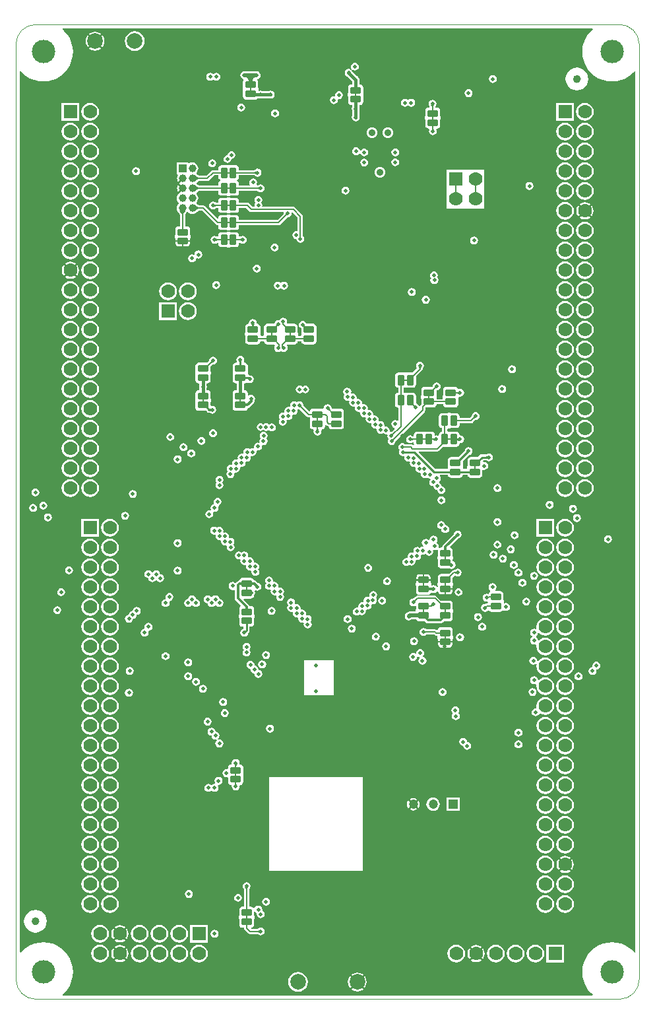
<source format=gbl>
G04*
G04 #@! TF.GenerationSoftware,Altium Limited,Altium Designer,20.0.9 (164)*
G04*
G04 Layer_Physical_Order=6*
G04 Layer_Color=16711680*
%FSLAX24Y24*%
%MOIN*%
G70*
G01*
G75*
%ADD12C,0.0059*%
%ADD13C,0.0079*%
%ADD15C,0.0039*%
%ADD16C,0.0098*%
%ADD17C,0.0157*%
%ADD18C,0.0118*%
%ADD91C,0.0200*%
%ADD121C,0.0197*%
%ADD125C,0.0787*%
%ADD126C,0.0346*%
%ADD127R,0.0700X0.0700*%
%ADD128C,0.0700*%
%ADD129R,0.0700X0.0700*%
%ADD130C,0.0394*%
%ADD131R,0.0394X0.0394*%
%ADD132C,0.0472*%
%ADD133R,0.0472X0.0472*%
%ADD134C,0.1181*%
%ADD135C,0.0197*%
G04:AMPARAMS|DCode=155|XSize=51.2mil|YSize=35.4mil|CornerRadius=3.5mil|HoleSize=0mil|Usage=FLASHONLY|Rotation=180.000|XOffset=0mil|YOffset=0mil|HoleType=Round|Shape=RoundedRectangle|*
%AMROUNDEDRECTD155*
21,1,0.0512,0.0283,0,0,180.0*
21,1,0.0441,0.0354,0,0,180.0*
1,1,0.0071,-0.0220,0.0142*
1,1,0.0071,0.0220,0.0142*
1,1,0.0071,0.0220,-0.0142*
1,1,0.0071,-0.0220,-0.0142*
%
%ADD155ROUNDEDRECTD155*%
G04:AMPARAMS|DCode=156|XSize=51.2mil|YSize=35.4mil|CornerRadius=3.5mil|HoleSize=0mil|Usage=FLASHONLY|Rotation=270.000|XOffset=0mil|YOffset=0mil|HoleType=Round|Shape=RoundedRectangle|*
%AMROUNDEDRECTD156*
21,1,0.0512,0.0283,0,0,270.0*
21,1,0.0441,0.0354,0,0,270.0*
1,1,0.0071,-0.0142,-0.0220*
1,1,0.0071,-0.0142,0.0220*
1,1,0.0071,0.0142,0.0220*
1,1,0.0071,0.0142,-0.0220*
%
%ADD156ROUNDEDRECTD156*%
%ADD157R,0.0079X0.0236*%
%ADD158R,0.0100X0.1000*%
%ADD159R,0.0236X0.0079*%
G36*
X29142Y48969D02*
X29057Y48896D01*
X28904Y48717D01*
X28781Y48516D01*
X28691Y48298D01*
X28636Y48069D01*
X28617Y47835D01*
X28636Y47600D01*
X28691Y47371D01*
X28781Y47153D01*
X28904Y46953D01*
X29057Y46774D01*
X29236Y46621D01*
X29437Y46498D01*
X29654Y46407D01*
X29883Y46352D01*
X30118Y46334D01*
X30353Y46352D01*
X30582Y46407D01*
X30799Y46498D01*
X31000Y46621D01*
X31179Y46774D01*
X31252Y46859D01*
X31299Y46842D01*
Y2371D01*
X31252Y2354D01*
X31179Y2439D01*
X31000Y2592D01*
X30799Y2715D01*
X30582Y2805D01*
X30353Y2860D01*
X30118Y2879D01*
X29883Y2860D01*
X29654Y2805D01*
X29437Y2715D01*
X29236Y2592D01*
X29057Y2439D01*
X28904Y2260D01*
X28781Y2059D01*
X28691Y1842D01*
X28636Y1613D01*
X28617Y1378D01*
X28636Y1143D01*
X28691Y914D01*
X28781Y697D01*
X28904Y496D01*
X29057Y317D01*
X29142Y244D01*
X29125Y197D01*
X2371D01*
X2354Y244D01*
X2439Y317D01*
X2592Y496D01*
X2715Y697D01*
X2805Y914D01*
X2860Y1143D01*
X2879Y1378D01*
X2860Y1613D01*
X2805Y1842D01*
X2715Y2059D01*
X2592Y2260D01*
X2439Y2439D01*
X2260Y2592D01*
X2059Y2715D01*
X1842Y2805D01*
X1613Y2860D01*
X1378Y2879D01*
X1143Y2860D01*
X914Y2805D01*
X697Y2715D01*
X496Y2592D01*
X317Y2439D01*
X244Y2354D01*
X197Y2371D01*
Y46842D01*
X244Y46859D01*
X317Y46774D01*
X496Y46621D01*
X697Y46498D01*
X914Y46407D01*
X1143Y46352D01*
X1378Y46334D01*
X1613Y46352D01*
X1842Y46407D01*
X2059Y46498D01*
X2260Y46621D01*
X2439Y46774D01*
X2592Y46953D01*
X2715Y47153D01*
X2805Y47371D01*
X2860Y47600D01*
X2879Y47835D01*
X2860Y48069D01*
X2805Y48298D01*
X2715Y48516D01*
X2592Y48717D01*
X2439Y48896D01*
X2354Y48969D01*
X2371Y49016D01*
X29125D01*
X29142Y48969D01*
D02*
G37*
%LPC*%
G36*
X3998Y48849D02*
X3875Y48832D01*
X3760Y48785D01*
X3700Y48739D01*
X3998Y48442D01*
X4296Y48739D01*
X4236Y48785D01*
X4121Y48832D01*
X3998Y48849D01*
D02*
G37*
G36*
X4365Y48670D02*
X4068Y48372D01*
X4365Y48074D01*
X4411Y48134D01*
X4458Y48249D01*
X4475Y48372D01*
X4458Y48495D01*
X4411Y48610D01*
X4365Y48670D01*
D02*
G37*
G36*
X3631Y48670D02*
X3585Y48610D01*
X3538Y48495D01*
X3522Y48372D01*
X3538Y48249D01*
X3585Y48134D01*
X3631Y48074D01*
X3928Y48372D01*
X3631Y48670D01*
D02*
G37*
G36*
X3998Y48302D02*
X3700Y48005D01*
X3760Y47959D01*
X3875Y47912D01*
X3998Y47896D01*
X4121Y47912D01*
X4236Y47959D01*
X4296Y48005D01*
X3998Y48302D01*
D02*
G37*
G36*
X5998Y48868D02*
X5870Y48852D01*
X5750Y48802D01*
X5647Y48723D01*
X5568Y48620D01*
X5519Y48501D01*
X5502Y48372D01*
X5519Y48244D01*
X5568Y48124D01*
X5647Y48021D01*
X5750Y47942D01*
X5870Y47893D01*
X5998Y47876D01*
X6126Y47893D01*
X6246Y47942D01*
X6349Y48021D01*
X6428Y48124D01*
X6477Y48244D01*
X6494Y48372D01*
X6477Y48501D01*
X6428Y48620D01*
X6349Y48723D01*
X6246Y48802D01*
X6126Y48852D01*
X5998Y48868D01*
D02*
G37*
G36*
X17126Y47287D02*
X17049Y47272D01*
X16984Y47229D01*
X16941Y47163D01*
X16925Y47087D01*
X16941Y47010D01*
X16966Y46971D01*
X16974Y46960D01*
X16938Y46923D01*
X16926Y46931D01*
X16888Y46957D01*
X16811Y46972D01*
X16800Y46970D01*
X16791Y46972D01*
X16722Y46958D01*
X16664Y46919D01*
X16624Y46860D01*
X16611Y46791D01*
X16612Y46782D01*
X16610Y46772D01*
X16626Y46695D01*
X16669Y46630D01*
X16734Y46586D01*
X16743Y46585D01*
X16978Y46349D01*
X16980Y46341D01*
X16985Y46333D01*
Y46194D01*
X16945D01*
X16885Y46182D01*
X16834Y46148D01*
X16800Y46097D01*
X16788Y46037D01*
Y45754D01*
X16783Y45748D01*
X16772D01*
Y45591D01*
X16783D01*
X16788Y45585D01*
Y45301D01*
X16800Y45241D01*
X16834Y45190D01*
X16885Y45157D01*
X16945Y45145D01*
X16985D01*
Y45045D01*
X16980Y45037D01*
X16965Y44961D01*
X16980Y44884D01*
X16985Y44877D01*
Y44612D01*
X16980Y44604D01*
X16965Y44528D01*
X16980Y44451D01*
X17023Y44386D01*
X17089Y44342D01*
X17165Y44327D01*
X17242Y44342D01*
X17307Y44386D01*
X17351Y44451D01*
X17366Y44528D01*
X17351Y44604D01*
X17346Y44612D01*
Y44877D01*
X17351Y44884D01*
X17366Y44961D01*
X17351Y45037D01*
X17346Y45045D01*
Y45145D01*
X17386D01*
X17446Y45157D01*
X17497Y45190D01*
X17530Y45241D01*
X17542Y45301D01*
Y45585D01*
X17547Y45591D01*
X17559D01*
Y45748D01*
X17547D01*
X17542Y45754D01*
Y46037D01*
X17530Y46097D01*
X17497Y46148D01*
X17446Y46182D01*
X17386Y46194D01*
X17346D01*
Y46333D01*
X17351Y46341D01*
X17366Y46417D01*
X17351Y46494D01*
X17307Y46559D01*
X17242Y46603D01*
X17234Y46604D01*
X16998Y46840D01*
X16996Y46848D01*
X16971Y46887D01*
X16963Y46899D01*
X16999Y46935D01*
X17011Y46927D01*
X17049Y46901D01*
X17126Y46886D01*
X17203Y46901D01*
X17268Y46945D01*
X17311Y47010D01*
X17327Y47087D01*
X17311Y47163D01*
X17268Y47229D01*
X17203Y47272D01*
X17126Y47287D01*
D02*
G37*
G36*
X10128Y46776D02*
X10051Y46760D01*
X9986Y46717D01*
X9955D01*
X9890Y46760D01*
X9813Y46776D01*
X9736Y46760D01*
X9671Y46717D01*
X9628Y46652D01*
X9612Y46575D01*
X9628Y46498D01*
X9671Y46433D01*
X9736Y46389D01*
X9813Y46374D01*
X9890Y46389D01*
X9955Y46433D01*
X9986D01*
X10051Y46389D01*
X10128Y46374D01*
X10205Y46389D01*
X10270Y46433D01*
X10313Y46498D01*
X10329Y46575D01*
X10313Y46652D01*
X10270Y46717D01*
X10205Y46760D01*
X10128Y46776D01*
D02*
G37*
G36*
X24094Y46657D02*
X24018Y46642D01*
X23953Y46599D01*
X23909Y46533D01*
X23894Y46457D01*
X23909Y46380D01*
X23953Y46315D01*
X24018Y46271D01*
X24094Y46256D01*
X24171Y46271D01*
X24236Y46315D01*
X24280Y46380D01*
X24295Y46457D01*
X24280Y46533D01*
X24236Y46599D01*
X24171Y46642D01*
X24094Y46657D01*
D02*
G37*
G36*
X28346Y47033D02*
X28197Y47013D01*
X28058Y46956D01*
X27939Y46864D01*
X27847Y46745D01*
X27790Y46606D01*
X27770Y46457D01*
X27790Y46308D01*
X27847Y46169D01*
X27939Y46049D01*
X28058Y45958D01*
X28197Y45900D01*
X28346Y45880D01*
X28496Y45900D01*
X28635Y45958D01*
X28754Y46049D01*
X28845Y46169D01*
X28903Y46308D01*
X28923Y46457D01*
X28903Y46606D01*
X28845Y46745D01*
X28754Y46864D01*
X28635Y46956D01*
X28496Y47013D01*
X28346Y47033D01*
D02*
G37*
G36*
X16319Y45850D02*
X16242Y45835D01*
X16177Y45792D01*
X16133Y45726D01*
X16118Y45650D01*
X16123Y45625D01*
X16088Y45589D01*
X16063Y45594D01*
X15986Y45579D01*
X15921Y45536D01*
X15878Y45471D01*
X15862Y45394D01*
X15878Y45317D01*
X15921Y45252D01*
X15986Y45208D01*
X16063Y45193D01*
X16140Y45208D01*
X16205Y45252D01*
X16248Y45317D01*
X16264Y45394D01*
X16259Y45418D01*
X16294Y45454D01*
X16319Y45449D01*
X16396Y45464D01*
X16461Y45508D01*
X16504Y45573D01*
X16520Y45650D01*
X16504Y45726D01*
X16461Y45792D01*
X16396Y45835D01*
X16319Y45850D01*
D02*
G37*
G36*
X22874Y45949D02*
X22797Y45933D01*
X22732Y45890D01*
X22689Y45825D01*
X22673Y45748D01*
X22689Y45671D01*
X22732Y45606D01*
X22797Y45563D01*
X22874Y45547D01*
X22951Y45563D01*
X23016Y45606D01*
X23059Y45671D01*
X23075Y45748D01*
X23059Y45825D01*
X23016Y45890D01*
X22951Y45933D01*
X22874Y45949D01*
D02*
G37*
G36*
X12165Y46854D02*
X11535D01*
X11459Y46839D01*
X11394Y46795D01*
X11350Y46730D01*
X11335Y46654D01*
X11350Y46577D01*
X11394Y46512D01*
X11459Y46468D01*
X11489Y46462D01*
X11494Y46456D01*
X11508Y46407D01*
X11485Y46373D01*
X11473Y46313D01*
Y46030D01*
X11469Y46024D01*
X11457D01*
Y45866D01*
X11469D01*
X11473Y45860D01*
Y45577D01*
X11485Y45517D01*
X11519Y45466D01*
X11570Y45432D01*
X11630Y45420D01*
X12071D01*
X12131Y45432D01*
X12182Y45466D01*
X12197Y45489D01*
X12287D01*
X12294Y45484D01*
X12371Y45469D01*
X12448Y45484D01*
X12455Y45489D01*
X12790D01*
X12797Y45484D01*
X12874Y45469D01*
X12951Y45484D01*
X13016Y45527D01*
X13059Y45592D01*
X13075Y45669D01*
X13059Y45746D01*
X13016Y45811D01*
X12951Y45855D01*
X12874Y45870D01*
X12797Y45855D01*
X12790Y45850D01*
X12455D01*
X12448Y45855D01*
X12371Y45870D01*
X12294Y45855D01*
X12287Y45850D01*
X12244Y45868D01*
Y46024D01*
X12232D01*
X12227Y46030D01*
Y46313D01*
X12215Y46373D01*
X12193Y46407D01*
X12207Y46456D01*
X12212Y46462D01*
X12242Y46468D01*
X12307Y46512D01*
X12351Y46577D01*
X12366Y46654D01*
X12351Y46730D01*
X12307Y46795D01*
X12242Y46839D01*
X12165Y46854D01*
D02*
G37*
G36*
X19970Y45462D02*
X19894Y45446D01*
X19829Y45403D01*
X19797D01*
X19732Y45446D01*
X19655Y45462D01*
X19579Y45446D01*
X19514Y45403D01*
X19470Y45338D01*
X19455Y45261D01*
X19470Y45184D01*
X19514Y45119D01*
X19579Y45075D01*
X19655Y45060D01*
X19732Y45075D01*
X19797Y45119D01*
X19829D01*
X19894Y45075D01*
X19970Y45060D01*
X20047Y45075D01*
X20112Y45119D01*
X20156Y45184D01*
X20171Y45261D01*
X20156Y45338D01*
X20112Y45403D01*
X20047Y45446D01*
X19970Y45462D01*
D02*
G37*
G36*
X11378Y45220D02*
X11301Y45205D01*
X11236Y45162D01*
X11193Y45096D01*
X11177Y45020D01*
X11193Y44943D01*
X11236Y44878D01*
X11301Y44834D01*
X11378Y44819D01*
X11455Y44834D01*
X11520Y44878D01*
X11563Y44943D01*
X11579Y45020D01*
X11563Y45096D01*
X11520Y45162D01*
X11455Y45205D01*
X11378Y45220D01*
D02*
G37*
G36*
X13091Y44925D02*
X13014Y44910D01*
X12949Y44866D01*
X12905Y44801D01*
X12890Y44724D01*
X12905Y44648D01*
X12949Y44582D01*
X13014Y44539D01*
X13091Y44524D01*
X13167Y44539D01*
X13232Y44582D01*
X13276Y44648D01*
X13291Y44724D01*
X13276Y44801D01*
X13232Y44866D01*
X13167Y44910D01*
X13091Y44925D01*
D02*
G37*
G36*
X28196Y45252D02*
X27300D01*
Y44355D01*
X28196D01*
Y45252D01*
D02*
G37*
G36*
X3196D02*
X2300D01*
Y44355D01*
X3196D01*
Y45252D01*
D02*
G37*
G36*
X28748Y45255D02*
X28631Y45240D01*
X28522Y45195D01*
X28428Y45123D01*
X28356Y45029D01*
X28311Y44920D01*
X28296Y44803D01*
X28311Y44686D01*
X28356Y44577D01*
X28428Y44483D01*
X28522Y44411D01*
X28631Y44366D01*
X28748Y44351D01*
X28865Y44366D01*
X28974Y44411D01*
X29068Y44483D01*
X29140Y44577D01*
X29185Y44686D01*
X29200Y44803D01*
X29185Y44920D01*
X29140Y45029D01*
X29068Y45123D01*
X28974Y45195D01*
X28865Y45240D01*
X28748Y45255D01*
D02*
G37*
G36*
X3748D02*
X3631Y45240D01*
X3522Y45195D01*
X3428Y45123D01*
X3356Y45029D01*
X3311Y44920D01*
X3296Y44803D01*
X3311Y44686D01*
X3356Y44577D01*
X3428Y44483D01*
X3522Y44411D01*
X3631Y44366D01*
X3748Y44351D01*
X3865Y44366D01*
X3974Y44411D01*
X4068Y44483D01*
X4140Y44577D01*
X4185Y44686D01*
X4200Y44803D01*
X4185Y44920D01*
X4140Y45029D01*
X4068Y45123D01*
X3974Y45195D01*
X3865Y45240D01*
X3748Y45255D01*
D02*
G37*
G36*
X21043Y45407D02*
X20966Y45392D01*
X20901Y45349D01*
X20858Y45283D01*
X20843Y45207D01*
X20858Y45130D01*
X20879Y45099D01*
X20883Y45089D01*
X20900Y45066D01*
X20902Y45063D01*
X20898Y45048D01*
X20878Y45013D01*
X20843D01*
X20783Y45001D01*
X20732Y44967D01*
X20698Y44916D01*
X20686Y44856D01*
Y44573D01*
X20681Y44567D01*
X20669D01*
Y44409D01*
X20681D01*
X20686Y44404D01*
Y44120D01*
X20698Y44060D01*
X20732Y44009D01*
X20783Y43975D01*
X20843Y43964D01*
X20862D01*
X20866Y43961D01*
X20874Y43953D01*
X20889Y43914D01*
X20878Y43896D01*
X20862Y43819D01*
X20878Y43742D01*
X20921Y43677D01*
X20986Y43633D01*
X21063Y43618D01*
X21140Y43633D01*
X21205Y43677D01*
X21248Y43742D01*
X21264Y43819D01*
X21248Y43896D01*
X21237Y43914D01*
X21252Y43952D01*
X21258Y43959D01*
X21264Y43964D01*
X21283D01*
X21343Y43975D01*
X21394Y44009D01*
X21428Y44060D01*
X21440Y44120D01*
Y44404D01*
X21445Y44409D01*
X21457D01*
Y44567D01*
X21445D01*
X21440Y44573D01*
Y44856D01*
X21428Y44916D01*
X21394Y44967D01*
X21343Y45001D01*
X21283Y45013D01*
X21208D01*
X21203Y45018D01*
X21185Y45063D01*
X21195Y45078D01*
X21203Y45088D01*
X21208Y45098D01*
X21229Y45130D01*
X21244Y45207D01*
X21229Y45283D01*
X21185Y45349D01*
X21120Y45392D01*
X21043Y45407D01*
D02*
G37*
G36*
X18786Y44030D02*
X18715Y44021D01*
X18649Y43993D01*
X18592Y43950D01*
X18549Y43893D01*
X18521Y43827D01*
X18512Y43756D01*
X18521Y43685D01*
X18549Y43619D01*
X18592Y43562D01*
X18649Y43519D01*
X18715Y43491D01*
X18786Y43482D01*
X18857Y43491D01*
X18923Y43519D01*
X18980Y43562D01*
X19023Y43619D01*
X19050Y43685D01*
X19060Y43756D01*
X19050Y43827D01*
X19023Y43893D01*
X18980Y43950D01*
X18923Y43993D01*
X18857Y44021D01*
X18786Y44030D01*
D02*
G37*
G36*
X17986D02*
X17915Y44021D01*
X17849Y43993D01*
X17792Y43950D01*
X17749Y43893D01*
X17721Y43827D01*
X17712Y43756D01*
X17721Y43685D01*
X17749Y43619D01*
X17792Y43562D01*
X17849Y43519D01*
X17915Y43491D01*
X17986Y43482D01*
X18057Y43491D01*
X18123Y43519D01*
X18180Y43562D01*
X18223Y43619D01*
X18250Y43685D01*
X18260Y43756D01*
X18250Y43827D01*
X18223Y43893D01*
X18180Y43950D01*
X18123Y43993D01*
X18057Y44021D01*
X17986Y44030D01*
D02*
G37*
G36*
X28748Y44255D02*
X28631Y44240D01*
X28522Y44195D01*
X28428Y44123D01*
X28356Y44029D01*
X28311Y43920D01*
X28296Y43803D01*
X28311Y43686D01*
X28356Y43577D01*
X28428Y43483D01*
X28522Y43411D01*
X28631Y43366D01*
X28748Y43351D01*
X28865Y43366D01*
X28974Y43411D01*
X29068Y43483D01*
X29140Y43577D01*
X29185Y43686D01*
X29200Y43803D01*
X29185Y43920D01*
X29140Y44029D01*
X29068Y44123D01*
X28974Y44195D01*
X28865Y44240D01*
X28748Y44255D01*
D02*
G37*
G36*
X27748D02*
X27631Y44240D01*
X27522Y44195D01*
X27428Y44123D01*
X27356Y44029D01*
X27311Y43920D01*
X27296Y43803D01*
X27311Y43686D01*
X27356Y43577D01*
X27428Y43483D01*
X27522Y43411D01*
X27631Y43366D01*
X27748Y43351D01*
X27865Y43366D01*
X27974Y43411D01*
X28068Y43483D01*
X28140Y43577D01*
X28185Y43686D01*
X28200Y43803D01*
X28185Y43920D01*
X28140Y44029D01*
X28068Y44123D01*
X27974Y44195D01*
X27865Y44240D01*
X27748Y44255D01*
D02*
G37*
G36*
X3748D02*
X3631Y44240D01*
X3522Y44195D01*
X3428Y44123D01*
X3356Y44029D01*
X3311Y43920D01*
X3296Y43803D01*
X3311Y43686D01*
X3356Y43577D01*
X3428Y43483D01*
X3522Y43411D01*
X3631Y43366D01*
X3748Y43351D01*
X3865Y43366D01*
X3974Y43411D01*
X4068Y43483D01*
X4140Y43577D01*
X4185Y43686D01*
X4200Y43803D01*
X4185Y43920D01*
X4140Y44029D01*
X4068Y44123D01*
X3974Y44195D01*
X3865Y44240D01*
X3748Y44255D01*
D02*
G37*
G36*
X2748D02*
X2631Y44240D01*
X2522Y44195D01*
X2428Y44123D01*
X2356Y44029D01*
X2311Y43920D01*
X2296Y43803D01*
X2311Y43686D01*
X2356Y43577D01*
X2428Y43483D01*
X2522Y43411D01*
X2631Y43366D01*
X2748Y43351D01*
X2865Y43366D01*
X2974Y43411D01*
X3068Y43483D01*
X3140Y43577D01*
X3185Y43686D01*
X3200Y43803D01*
X3185Y43920D01*
X3140Y44029D01*
X3068Y44123D01*
X2974Y44195D01*
X2865Y44240D01*
X2748Y44255D01*
D02*
G37*
G36*
X19173Y42957D02*
X19096Y42941D01*
X19031Y42898D01*
X18988Y42833D01*
X18973Y42756D01*
X18988Y42679D01*
X19031Y42614D01*
X19096Y42570D01*
X19173Y42555D01*
X19250Y42570D01*
X19315Y42614D01*
X19359Y42679D01*
X19374Y42756D01*
X19359Y42833D01*
X19315Y42898D01*
X19250Y42941D01*
X19173Y42957D01*
D02*
G37*
G36*
X17185Y43016D02*
X17108Y43000D01*
X17043Y42957D01*
X17000Y42892D01*
X16984Y42815D01*
X17000Y42738D01*
X17043Y42673D01*
X17108Y42630D01*
X17185Y42614D01*
X17262Y42630D01*
X17327Y42673D01*
X17355Y42715D01*
X17408Y42704D01*
X17413Y42679D01*
X17457Y42614D01*
X17522Y42570D01*
X17598Y42555D01*
X17675Y42570D01*
X17740Y42614D01*
X17784Y42679D01*
X17799Y42756D01*
X17784Y42833D01*
X17740Y42898D01*
X17675Y42941D01*
X17598Y42957D01*
X17522Y42941D01*
X17457Y42898D01*
X17429Y42856D01*
X17375Y42867D01*
X17370Y42892D01*
X17327Y42957D01*
X17262Y43000D01*
X17185Y43016D01*
D02*
G37*
G36*
X28748Y43255D02*
X28631Y43240D01*
X28522Y43195D01*
X28428Y43123D01*
X28356Y43029D01*
X28311Y42920D01*
X28296Y42803D01*
X28311Y42686D01*
X28356Y42577D01*
X28428Y42483D01*
X28522Y42411D01*
X28631Y42366D01*
X28748Y42351D01*
X28865Y42366D01*
X28974Y42411D01*
X29068Y42483D01*
X29140Y42577D01*
X29185Y42686D01*
X29200Y42803D01*
X29185Y42920D01*
X29140Y43029D01*
X29068Y43123D01*
X28974Y43195D01*
X28865Y43240D01*
X28748Y43255D01*
D02*
G37*
G36*
X27748D02*
X27631Y43240D01*
X27522Y43195D01*
X27428Y43123D01*
X27356Y43029D01*
X27311Y42920D01*
X27296Y42803D01*
X27311Y42686D01*
X27356Y42577D01*
X27428Y42483D01*
X27522Y42411D01*
X27631Y42366D01*
X27748Y42351D01*
X27865Y42366D01*
X27974Y42411D01*
X28068Y42483D01*
X28140Y42577D01*
X28185Y42686D01*
X28200Y42803D01*
X28185Y42920D01*
X28140Y43029D01*
X28068Y43123D01*
X27974Y43195D01*
X27865Y43240D01*
X27748Y43255D01*
D02*
G37*
G36*
X3748D02*
X3631Y43240D01*
X3522Y43195D01*
X3428Y43123D01*
X3356Y43029D01*
X3311Y42920D01*
X3296Y42803D01*
X3311Y42686D01*
X3356Y42577D01*
X3428Y42483D01*
X3522Y42411D01*
X3631Y42366D01*
X3748Y42351D01*
X3865Y42366D01*
X3974Y42411D01*
X4068Y42483D01*
X4140Y42577D01*
X4185Y42686D01*
X4200Y42803D01*
X4185Y42920D01*
X4140Y43029D01*
X4068Y43123D01*
X3974Y43195D01*
X3865Y43240D01*
X3748Y43255D01*
D02*
G37*
G36*
X2748D02*
X2631Y43240D01*
X2522Y43195D01*
X2428Y43123D01*
X2356Y43029D01*
X2311Y42920D01*
X2296Y42803D01*
X2311Y42686D01*
X2356Y42577D01*
X2428Y42483D01*
X2522Y42411D01*
X2631Y42366D01*
X2748Y42351D01*
X2865Y42366D01*
X2974Y42411D01*
X3068Y42483D01*
X3140Y42577D01*
X3185Y42686D01*
X3200Y42803D01*
X3185Y42920D01*
X3140Y43029D01*
X3068Y43123D01*
X2974Y43195D01*
X2865Y43240D01*
X2748Y43255D01*
D02*
G37*
G36*
X10886Y42819D02*
X10809Y42804D01*
X10744Y42760D01*
X10700Y42695D01*
X10686Y42621D01*
X10612Y42607D01*
X10547Y42563D01*
X10504Y42498D01*
X10488Y42421D01*
X10504Y42344D01*
X10547Y42279D01*
X10612Y42236D01*
X10689Y42221D01*
X10766Y42236D01*
X10831Y42279D01*
X10874Y42344D01*
X10889Y42418D01*
X10963Y42433D01*
X11028Y42476D01*
X11071Y42541D01*
X11087Y42618D01*
X11071Y42695D01*
X11028Y42760D01*
X10963Y42804D01*
X10886Y42819D01*
D02*
G37*
G36*
X8911Y42243D02*
X8834Y42233D01*
X8763Y42203D01*
X8752Y42194D01*
X8707Y42217D01*
Y42240D01*
X8116D01*
Y41650D01*
X8158D01*
X8183Y41600D01*
X8171Y41584D01*
X8143Y41517D01*
X8133Y41445D01*
X8143Y41373D01*
X8171Y41306D01*
X8185Y41288D01*
X8377Y41480D01*
X8446Y41410D01*
X8244Y41208D01*
Y41182D01*
X8446Y40980D01*
X8411Y40945D01*
X8446Y40910D01*
X8227Y40691D01*
Y40676D01*
X8201Y40655D01*
X8153Y40594D01*
X8124Y40522D01*
X8114Y40445D01*
X8124Y40368D01*
X8153Y40296D01*
X8201Y40234D01*
X8220Y40220D01*
Y40170D01*
X8201Y40155D01*
X8153Y40094D01*
X8124Y40022D01*
X8114Y39945D01*
X8124Y39868D01*
X8153Y39796D01*
X8170Y39775D01*
X8173Y39767D01*
X8219Y39706D01*
X8266Y39638D01*
X8281Y39614D01*
Y39029D01*
X8205D01*
X8145Y39017D01*
X8094Y38983D01*
X8060Y38932D01*
X8048Y38872D01*
Y38589D01*
X8043Y38583D01*
X8031D01*
Y38425D01*
X8063D01*
X8068Y38419D01*
Y38318D01*
X8782D01*
Y38419D01*
X8787Y38425D01*
X8819D01*
Y38583D01*
X8807D01*
X8802Y38589D01*
Y38872D01*
X8790Y38932D01*
X8756Y38983D01*
X8706Y39017D01*
X8646Y39029D01*
X8542D01*
Y39607D01*
X8627Y39736D01*
X8631Y39743D01*
X8690Y39746D01*
X8693Y39744D01*
X8701Y39734D01*
X8763Y39687D01*
X8834Y39657D01*
X8911Y39647D01*
X8989Y39657D01*
X9060Y39687D01*
X9081Y39703D01*
X9089Y39707D01*
X9150Y39752D01*
X9219Y39799D01*
X9243Y39814D01*
X9411D01*
X10105Y39120D01*
X10147Y39092D01*
X10197Y39082D01*
X10223D01*
Y38992D01*
X10235Y38932D01*
X10269Y38881D01*
X10320Y38847D01*
X10380Y38836D01*
X10663D01*
X10669Y38831D01*
Y38819D01*
X10827D01*
Y38831D01*
X10833Y38836D01*
X11116D01*
X11176Y38847D01*
X11227Y38881D01*
X11261Y38932D01*
X11273Y38992D01*
Y39082D01*
X13268D01*
X13318Y39092D01*
X13360Y39120D01*
X13717Y39478D01*
X13720Y39479D01*
X13723Y39480D01*
X13756Y39486D01*
X13769Y39488D01*
X13780Y39492D01*
X13817Y39500D01*
X13882Y39543D01*
X13926Y39608D01*
X13941Y39685D01*
X13937Y39706D01*
X13983Y39730D01*
X14240Y39474D01*
Y38810D01*
X14201Y38778D01*
X14173Y38783D01*
X14096Y38768D01*
X14031Y38725D01*
X13988Y38659D01*
X13973Y38583D01*
X13988Y38506D01*
X14031Y38441D01*
X14096Y38397D01*
X14170Y38383D01*
X14185Y38309D01*
X14228Y38244D01*
X14293Y38200D01*
X14370Y38185D01*
X14447Y38200D01*
X14512Y38244D01*
X14556Y38309D01*
X14571Y38386D01*
X14556Y38463D01*
X14512Y38528D01*
X14501Y38535D01*
Y39528D01*
X14491Y39577D01*
X14462Y39620D01*
X14108Y39974D01*
X14066Y40002D01*
X14016Y40012D01*
X12471D01*
X12439Y40051D01*
X12445Y40079D01*
X12430Y40156D01*
X12389Y40217D01*
X12430Y40278D01*
X12445Y40354D01*
X12430Y40431D01*
X12386Y40496D01*
X12321Y40540D01*
X12244Y40555D01*
X12167Y40540D01*
X12102Y40496D01*
X12059Y40431D01*
X12043Y40354D01*
X12059Y40278D01*
X12099Y40217D01*
X12059Y40156D01*
X12043Y40079D01*
X12049Y40051D01*
X12017Y40012D01*
X11936D01*
X11778Y40171D01*
X11735Y40199D01*
X11686Y40209D01*
X11273D01*
Y40299D01*
X11261Y40359D01*
X11227Y40410D01*
X11176Y40444D01*
X11116Y40456D01*
X10833D01*
X10827Y40461D01*
Y40472D01*
X10669D01*
Y40461D01*
X10663Y40456D01*
X10380D01*
X10320Y40444D01*
X10269Y40410D01*
X10235Y40359D01*
X10223Y40299D01*
Y40209D01*
X10123D01*
X10121Y40210D01*
X10118Y40212D01*
X10090Y40231D01*
X10079Y40238D01*
X10069Y40243D01*
X10037Y40264D01*
X9961Y40279D01*
X9884Y40264D01*
X9819Y40221D01*
X9775Y40156D01*
X9760Y40079D01*
X9775Y40002D01*
X9819Y39937D01*
X9884Y39893D01*
X9961Y39878D01*
X10037Y39893D01*
X10069Y39914D01*
X10078Y39918D01*
X10101Y39935D01*
X10109Y39940D01*
X10123Y39948D01*
X10223D01*
Y39858D01*
X10235Y39798D01*
X10269Y39748D01*
X10320Y39714D01*
X10380Y39702D01*
X10663D01*
X10669Y39697D01*
Y39685D01*
X10827D01*
Y39697D01*
X10833Y39702D01*
X11116D01*
X11176Y39714D01*
X11227Y39748D01*
X11261Y39798D01*
X11273Y39858D01*
Y39948D01*
X11631D01*
X11790Y39790D01*
X11832Y39761D01*
X11882Y39751D01*
X13509D01*
X13517Y39743D01*
X13541Y39701D01*
X13539Y39687D01*
X13537Y39679D01*
X13533Y39662D01*
X13214Y39343D01*
X11273D01*
Y39433D01*
X11261Y39493D01*
X11227Y39544D01*
X11176Y39578D01*
X11116Y39590D01*
X10833D01*
X10827Y39594D01*
Y39606D01*
X10669D01*
Y39594D01*
X10663Y39590D01*
X10380D01*
X10320Y39578D01*
X10269Y39544D01*
X10235Y39493D01*
X10225Y39440D01*
X10188Y39418D01*
X10179Y39415D01*
X9557Y40037D01*
X9514Y40065D01*
X9465Y40075D01*
X9249D01*
X9120Y40160D01*
X9114Y40165D01*
X9110Y40223D01*
X9112Y40227D01*
X9122Y40234D01*
X9169Y40296D01*
X9199Y40368D01*
X9209Y40445D01*
X9199Y40522D01*
X9169Y40594D01*
X9122Y40655D01*
X9112Y40663D01*
X9110Y40666D01*
X9114Y40725D01*
X9150Y40752D01*
X9219Y40799D01*
X9243Y40814D01*
X10223D01*
Y40724D01*
X10235Y40665D01*
X10269Y40614D01*
X10320Y40580D01*
X10380Y40568D01*
X10663D01*
X10669Y40563D01*
Y40551D01*
X10827D01*
Y40563D01*
X10833Y40568D01*
X11116D01*
X11176Y40580D01*
X11227Y40614D01*
X11261Y40665D01*
X11273Y40724D01*
Y40814D01*
X12199D01*
X12202Y40813D01*
X12205Y40812D01*
X12233Y40793D01*
X12244Y40785D01*
X12254Y40781D01*
X12285Y40759D01*
X12362Y40744D01*
X12439Y40759D01*
X12504Y40803D01*
X12548Y40868D01*
X12563Y40945D01*
X12548Y41022D01*
X12504Y41087D01*
X12439Y41130D01*
X12362Y41146D01*
X12285Y41130D01*
X12254Y41110D01*
X12245Y41105D01*
X12222Y41089D01*
X12220Y41088D01*
X12195Y41090D01*
X12184Y41094D01*
X12163Y41148D01*
X12174Y41163D01*
X12189Y41240D01*
X12174Y41317D01*
X12130Y41382D01*
X12065Y41426D01*
X11988Y41441D01*
X11911Y41426D01*
X11846Y41382D01*
X11803Y41317D01*
X11787Y41240D01*
X11803Y41163D01*
X11828Y41125D01*
X11801Y41075D01*
X11273D01*
Y41165D01*
X11261Y41225D01*
X11227Y41276D01*
X11176Y41310D01*
X11160Y41313D01*
Y41364D01*
X11176Y41367D01*
X11227Y41401D01*
X11261Y41452D01*
X11273Y41512D01*
Y41602D01*
X12042D01*
X12044Y41601D01*
X12047Y41599D01*
X12076Y41580D01*
X12086Y41573D01*
X12096Y41568D01*
X12128Y41547D01*
X12205Y41532D01*
X12282Y41547D01*
X12347Y41590D01*
X12390Y41655D01*
X12405Y41732D01*
X12390Y41809D01*
X12347Y41874D01*
X12282Y41918D01*
X12205Y41933D01*
X12128Y41918D01*
X12097Y41897D01*
X12087Y41893D01*
X12064Y41876D01*
X12057Y41871D01*
X12042Y41863D01*
X11273D01*
Y41953D01*
X11261Y42013D01*
X11227Y42063D01*
X11176Y42097D01*
X11116Y42109D01*
X10833D01*
X10827Y42114D01*
Y42126D01*
X10669D01*
Y42114D01*
X10663Y42109D01*
X10380D01*
X10320Y42097D01*
X10269Y42063D01*
X10235Y42013D01*
X10223Y41953D01*
Y41863D01*
X9961D01*
X9911Y41853D01*
X9868Y41825D01*
X9619Y41575D01*
X9249D01*
X9120Y41660D01*
X9114Y41665D01*
X9110Y41723D01*
X9112Y41727D01*
X9122Y41734D01*
X9169Y41796D01*
X9199Y41868D01*
X9209Y41945D01*
X9199Y42022D01*
X9169Y42094D01*
X9122Y42155D01*
X9060Y42203D01*
X8989Y42233D01*
X8911Y42243D01*
D02*
G37*
G36*
X19161Y42457D02*
X19085Y42441D01*
X19019Y42398D01*
X18976Y42333D01*
X18961Y42256D01*
X18976Y42179D01*
X19019Y42114D01*
X19085Y42070D01*
X19161Y42055D01*
X19238Y42070D01*
X19303Y42114D01*
X19347Y42179D01*
X19362Y42256D01*
X19347Y42333D01*
X19303Y42398D01*
X19238Y42441D01*
X19161Y42457D01*
D02*
G37*
G36*
X17598Y42445D02*
X17522Y42430D01*
X17457Y42386D01*
X17413Y42321D01*
X17398Y42244D01*
X17413Y42167D01*
X17457Y42102D01*
X17522Y42059D01*
X17598Y42043D01*
X17675Y42059D01*
X17740Y42102D01*
X17784Y42167D01*
X17799Y42244D01*
X17784Y42321D01*
X17740Y42386D01*
X17675Y42430D01*
X17598Y42445D01*
D02*
G37*
G36*
X9921Y42405D02*
X9844Y42390D01*
X9779Y42347D01*
X9736Y42282D01*
X9721Y42205D01*
X9736Y42128D01*
X9779Y42063D01*
X9844Y42019D01*
X9921Y42004D01*
X9998Y42019D01*
X10063Y42063D01*
X10107Y42128D01*
X10122Y42205D01*
X10107Y42282D01*
X10063Y42347D01*
X9998Y42390D01*
X9921Y42405D01*
D02*
G37*
G36*
X6071Y42004D02*
X5994Y41989D01*
X5929Y41945D01*
X5885Y41880D01*
X5870Y41803D01*
X5885Y41726D01*
X5929Y41661D01*
X5994Y41618D01*
X6071Y41602D01*
X6148Y41618D01*
X6213Y41661D01*
X6256Y41726D01*
X6272Y41803D01*
X6256Y41880D01*
X6213Y41945D01*
X6148Y41989D01*
X6071Y42004D01*
D02*
G37*
G36*
X18386Y42030D02*
X18315Y42021D01*
X18249Y41993D01*
X18192Y41950D01*
X18149Y41893D01*
X18121Y41827D01*
X18112Y41756D01*
X18121Y41685D01*
X18149Y41619D01*
X18192Y41562D01*
X18249Y41519D01*
X18315Y41491D01*
X18386Y41482D01*
X18457Y41491D01*
X18523Y41519D01*
X18580Y41562D01*
X18623Y41619D01*
X18650Y41685D01*
X18660Y41756D01*
X18650Y41827D01*
X18623Y41893D01*
X18580Y41950D01*
X18523Y41993D01*
X18457Y42021D01*
X18386Y42030D01*
D02*
G37*
G36*
X28748Y42255D02*
X28631Y42240D01*
X28522Y42195D01*
X28428Y42123D01*
X28356Y42029D01*
X28311Y41920D01*
X28296Y41803D01*
X28311Y41686D01*
X28356Y41577D01*
X28428Y41483D01*
X28522Y41411D01*
X28631Y41366D01*
X28748Y41351D01*
X28865Y41366D01*
X28974Y41411D01*
X29068Y41483D01*
X29140Y41577D01*
X29185Y41686D01*
X29200Y41803D01*
X29185Y41920D01*
X29140Y42029D01*
X29068Y42123D01*
X28974Y42195D01*
X28865Y42240D01*
X28748Y42255D01*
D02*
G37*
G36*
X27748D02*
X27631Y42240D01*
X27522Y42195D01*
X27428Y42123D01*
X27356Y42029D01*
X27311Y41920D01*
X27296Y41803D01*
X27311Y41686D01*
X27356Y41577D01*
X27428Y41483D01*
X27522Y41411D01*
X27631Y41366D01*
X27748Y41351D01*
X27865Y41366D01*
X27974Y41411D01*
X28068Y41483D01*
X28140Y41577D01*
X28185Y41686D01*
X28200Y41803D01*
X28185Y41920D01*
X28140Y42029D01*
X28068Y42123D01*
X27974Y42195D01*
X27865Y42240D01*
X27748Y42255D01*
D02*
G37*
G36*
X3748D02*
X3631Y42240D01*
X3522Y42195D01*
X3428Y42123D01*
X3356Y42029D01*
X3311Y41920D01*
X3296Y41803D01*
X3311Y41686D01*
X3356Y41577D01*
X3428Y41483D01*
X3522Y41411D01*
X3631Y41366D01*
X3748Y41351D01*
X3865Y41366D01*
X3974Y41411D01*
X4068Y41483D01*
X4140Y41577D01*
X4185Y41686D01*
X4200Y41803D01*
X4185Y41920D01*
X4140Y42029D01*
X4068Y42123D01*
X3974Y42195D01*
X3865Y42240D01*
X3748Y42255D01*
D02*
G37*
G36*
X2748D02*
X2631Y42240D01*
X2522Y42195D01*
X2428Y42123D01*
X2356Y42029D01*
X2311Y41920D01*
X2296Y41803D01*
X2311Y41686D01*
X2356Y41577D01*
X2428Y41483D01*
X2522Y41411D01*
X2631Y41366D01*
X2748Y41351D01*
X2865Y41366D01*
X2974Y41411D01*
X3068Y41483D01*
X3140Y41577D01*
X3185Y41686D01*
X3200Y41803D01*
X3185Y41920D01*
X3140Y42029D01*
X3068Y42123D01*
X2974Y42195D01*
X2865Y42240D01*
X2748Y42255D01*
D02*
G37*
G36*
X25945Y41264D02*
X25868Y41248D01*
X25803Y41205D01*
X25759Y41140D01*
X25744Y41063D01*
X25759Y40986D01*
X25803Y40921D01*
X25868Y40878D01*
X25945Y40862D01*
X26022Y40878D01*
X26087Y40921D01*
X26130Y40986D01*
X26146Y41063D01*
X26130Y41140D01*
X26087Y41205D01*
X26022Y41248D01*
X25945Y41264D01*
D02*
G37*
G36*
X8185Y41102D02*
X8171Y41084D01*
X8143Y41017D01*
X8133Y40945D01*
X8143Y40873D01*
X8171Y40806D01*
X8185Y40788D01*
X8342Y40945D01*
X8185Y41102D01*
D02*
G37*
G36*
X16654Y41027D02*
X16577Y41012D01*
X16512Y40969D01*
X16468Y40904D01*
X16453Y40827D01*
X16468Y40750D01*
X16512Y40685D01*
X16577Y40641D01*
X16654Y40626D01*
X16730Y40641D01*
X16795Y40685D01*
X16839Y40750D01*
X16854Y40827D01*
X16839Y40904D01*
X16795Y40969D01*
X16730Y41012D01*
X16654Y41027D01*
D02*
G37*
G36*
X28748Y41255D02*
X28631Y41240D01*
X28522Y41195D01*
X28428Y41123D01*
X28356Y41029D01*
X28311Y40920D01*
X28296Y40803D01*
X28311Y40686D01*
X28356Y40577D01*
X28428Y40483D01*
X28522Y40411D01*
X28631Y40366D01*
X28748Y40351D01*
X28865Y40366D01*
X28974Y40411D01*
X29068Y40483D01*
X29140Y40577D01*
X29185Y40686D01*
X29200Y40803D01*
X29185Y40920D01*
X29140Y41029D01*
X29068Y41123D01*
X28974Y41195D01*
X28865Y41240D01*
X28748Y41255D01*
D02*
G37*
G36*
X27748D02*
X27631Y41240D01*
X27522Y41195D01*
X27428Y41123D01*
X27356Y41029D01*
X27311Y40920D01*
X27296Y40803D01*
X27311Y40686D01*
X27356Y40577D01*
X27428Y40483D01*
X27522Y40411D01*
X27631Y40366D01*
X27748Y40351D01*
X27865Y40366D01*
X27974Y40411D01*
X28068Y40483D01*
X28140Y40577D01*
X28185Y40686D01*
X28200Y40803D01*
X28185Y40920D01*
X28140Y41029D01*
X28068Y41123D01*
X27974Y41195D01*
X27865Y41240D01*
X27748Y41255D01*
D02*
G37*
G36*
X3748D02*
X3631Y41240D01*
X3522Y41195D01*
X3428Y41123D01*
X3356Y41029D01*
X3311Y40920D01*
X3296Y40803D01*
X3311Y40686D01*
X3356Y40577D01*
X3428Y40483D01*
X3522Y40411D01*
X3631Y40366D01*
X3748Y40351D01*
X3865Y40366D01*
X3974Y40411D01*
X4068Y40483D01*
X4140Y40577D01*
X4185Y40686D01*
X4200Y40803D01*
X4185Y40920D01*
X4140Y41029D01*
X4068Y41123D01*
X3974Y41195D01*
X3865Y41240D01*
X3748Y41255D01*
D02*
G37*
G36*
X2748D02*
X2631Y41240D01*
X2522Y41195D01*
X2428Y41123D01*
X2356Y41029D01*
X2311Y40920D01*
X2296Y40803D01*
X2311Y40686D01*
X2356Y40577D01*
X2428Y40483D01*
X2522Y40411D01*
X2631Y40366D01*
X2748Y40351D01*
X2865Y40366D01*
X2974Y40411D01*
X3068Y40483D01*
X3140Y40577D01*
X3185Y40686D01*
X3200Y40803D01*
X3185Y40920D01*
X3140Y41029D01*
X3068Y41123D01*
X2974Y41195D01*
X2865Y41240D01*
X2748Y41255D01*
D02*
G37*
G36*
X23661Y41890D02*
X21772D01*
Y41854D01*
X21768D01*
Y40957D01*
X21772D01*
Y40462D01*
X21764Y40406D01*
X21772Y40349D01*
Y39921D01*
X23661D01*
Y40349D01*
X23669Y40406D01*
X23661Y40462D01*
Y41349D01*
X23669Y41406D01*
X23661Y41462D01*
Y41890D01*
D02*
G37*
G36*
X28748Y40236D02*
X28636Y40221D01*
X28532Y40178D01*
X28482Y40139D01*
X28748Y39873D01*
X29014Y40139D01*
X28964Y40178D01*
X28860Y40221D01*
X28748Y40236D01*
D02*
G37*
G36*
X29084Y40070D02*
X28818Y39803D01*
X29084Y39537D01*
X29123Y39587D01*
X29166Y39691D01*
X29180Y39803D01*
X29166Y39915D01*
X29123Y40019D01*
X29084Y40070D01*
D02*
G37*
G36*
X28412Y40070D02*
X28374Y40019D01*
X28330Y39915D01*
X28316Y39803D01*
X28330Y39691D01*
X28374Y39587D01*
X28412Y39537D01*
X28678Y39803D01*
X28412Y40070D01*
D02*
G37*
G36*
X28748Y39734D02*
X28482Y39467D01*
X28532Y39429D01*
X28636Y39385D01*
X28748Y39371D01*
X28860Y39385D01*
X28964Y39429D01*
X29014Y39467D01*
X28748Y39734D01*
D02*
G37*
G36*
X27748Y40255D02*
X27631Y40240D01*
X27522Y40195D01*
X27428Y40123D01*
X27356Y40029D01*
X27311Y39920D01*
X27296Y39803D01*
X27311Y39686D01*
X27356Y39577D01*
X27428Y39483D01*
X27522Y39411D01*
X27631Y39366D01*
X27748Y39351D01*
X27865Y39366D01*
X27974Y39411D01*
X28068Y39483D01*
X28140Y39577D01*
X28185Y39686D01*
X28200Y39803D01*
X28185Y39920D01*
X28140Y40029D01*
X28068Y40123D01*
X27974Y40195D01*
X27865Y40240D01*
X27748Y40255D01*
D02*
G37*
G36*
X3748D02*
X3631Y40240D01*
X3522Y40195D01*
X3428Y40123D01*
X3356Y40029D01*
X3311Y39920D01*
X3296Y39803D01*
X3311Y39686D01*
X3356Y39577D01*
X3428Y39483D01*
X3522Y39411D01*
X3631Y39366D01*
X3748Y39351D01*
X3865Y39366D01*
X3974Y39411D01*
X4068Y39483D01*
X4140Y39577D01*
X4185Y39686D01*
X4200Y39803D01*
X4185Y39920D01*
X4140Y40029D01*
X4068Y40123D01*
X3974Y40195D01*
X3865Y40240D01*
X3748Y40255D01*
D02*
G37*
G36*
X2748D02*
X2631Y40240D01*
X2522Y40195D01*
X2428Y40123D01*
X2356Y40029D01*
X2311Y39920D01*
X2296Y39803D01*
X2311Y39686D01*
X2356Y39577D01*
X2428Y39483D01*
X2522Y39411D01*
X2631Y39366D01*
X2748Y39351D01*
X2865Y39366D01*
X2974Y39411D01*
X3068Y39483D01*
X3140Y39577D01*
X3185Y39686D01*
X3200Y39803D01*
X3185Y39920D01*
X3140Y40029D01*
X3068Y40123D01*
X2974Y40195D01*
X2865Y40240D01*
X2748Y40255D01*
D02*
G37*
G36*
X10827Y38740D02*
X10669D01*
Y38728D01*
X10663Y38723D01*
X10380D01*
X10320Y38712D01*
X10269Y38678D01*
X10235Y38627D01*
X10223Y38567D01*
Y38522D01*
X10223Y38522D01*
X10173Y38495D01*
X10168Y38498D01*
X10158Y38506D01*
X10148Y38511D01*
X10116Y38532D01*
X10039Y38547D01*
X9963Y38532D01*
X9897Y38488D01*
X9854Y38423D01*
X9839Y38346D01*
X9854Y38270D01*
X9897Y38205D01*
X9963Y38161D01*
X10039Y38146D01*
X10116Y38161D01*
X10147Y38182D01*
X10157Y38186D01*
X10173Y38198D01*
X10201Y38191D01*
X10206Y38188D01*
X10223Y38171D01*
Y38126D01*
X10235Y38066D01*
X10269Y38015D01*
X10320Y37981D01*
X10380Y37969D01*
X10663D01*
X10669Y37965D01*
Y37953D01*
X10827D01*
Y37965D01*
X10833Y37969D01*
X11116D01*
X11176Y37981D01*
X11227Y38015D01*
X11261Y38066D01*
X11273Y38126D01*
Y38171D01*
X11273Y38171D01*
X11323Y38198D01*
X11328Y38195D01*
X11338Y38187D01*
X11348Y38182D01*
X11380Y38161D01*
X11457Y38146D01*
X11533Y38161D01*
X11599Y38205D01*
X11642Y38270D01*
X11657Y38346D01*
X11642Y38423D01*
X11599Y38488D01*
X11533Y38532D01*
X11457Y38547D01*
X11380Y38532D01*
X11349Y38511D01*
X11339Y38507D01*
X11323Y38495D01*
X11295Y38502D01*
X11290Y38505D01*
X11273Y38522D01*
Y38567D01*
X11261Y38627D01*
X11227Y38678D01*
X11176Y38712D01*
X11116Y38723D01*
X10833D01*
X10827Y38728D01*
Y38740D01*
D02*
G37*
G36*
X28748Y39255D02*
X28631Y39240D01*
X28522Y39195D01*
X28428Y39123D01*
X28356Y39029D01*
X28311Y38920D01*
X28296Y38803D01*
X28311Y38686D01*
X28356Y38577D01*
X28428Y38483D01*
X28522Y38411D01*
X28631Y38366D01*
X28748Y38351D01*
X28865Y38366D01*
X28974Y38411D01*
X29068Y38483D01*
X29140Y38577D01*
X29185Y38686D01*
X29200Y38803D01*
X29185Y38920D01*
X29140Y39029D01*
X29068Y39123D01*
X28974Y39195D01*
X28865Y39240D01*
X28748Y39255D01*
D02*
G37*
G36*
X27748D02*
X27631Y39240D01*
X27522Y39195D01*
X27428Y39123D01*
X27356Y39029D01*
X27311Y38920D01*
X27296Y38803D01*
X27311Y38686D01*
X27356Y38577D01*
X27428Y38483D01*
X27522Y38411D01*
X27631Y38366D01*
X27748Y38351D01*
X27865Y38366D01*
X27974Y38411D01*
X28068Y38483D01*
X28140Y38577D01*
X28185Y38686D01*
X28200Y38803D01*
X28185Y38920D01*
X28140Y39029D01*
X28068Y39123D01*
X27974Y39195D01*
X27865Y39240D01*
X27748Y39255D01*
D02*
G37*
G36*
X3748D02*
X3631Y39240D01*
X3522Y39195D01*
X3428Y39123D01*
X3356Y39029D01*
X3311Y38920D01*
X3296Y38803D01*
X3311Y38686D01*
X3356Y38577D01*
X3428Y38483D01*
X3522Y38411D01*
X3631Y38366D01*
X3748Y38351D01*
X3865Y38366D01*
X3974Y38411D01*
X4068Y38483D01*
X4140Y38577D01*
X4185Y38686D01*
X4200Y38803D01*
X4185Y38920D01*
X4140Y39029D01*
X4068Y39123D01*
X3974Y39195D01*
X3865Y39240D01*
X3748Y39255D01*
D02*
G37*
G36*
X2748D02*
X2631Y39240D01*
X2522Y39195D01*
X2428Y39123D01*
X2356Y39029D01*
X2311Y38920D01*
X2296Y38803D01*
X2311Y38686D01*
X2356Y38577D01*
X2428Y38483D01*
X2522Y38411D01*
X2631Y38366D01*
X2748Y38351D01*
X2865Y38366D01*
X2974Y38411D01*
X3068Y38483D01*
X3140Y38577D01*
X3185Y38686D01*
X3200Y38803D01*
X3185Y38920D01*
X3140Y39029D01*
X3068Y39123D01*
X2974Y39195D01*
X2865Y39240D01*
X2748Y39255D01*
D02*
G37*
G36*
X23150Y38508D02*
X23073Y38493D01*
X23008Y38449D01*
X22964Y38384D01*
X22949Y38307D01*
X22964Y38230D01*
X23008Y38165D01*
X23073Y38122D01*
X23150Y38106D01*
X23226Y38122D01*
X23292Y38165D01*
X23335Y38230D01*
X23350Y38307D01*
X23335Y38384D01*
X23292Y38449D01*
X23226Y38493D01*
X23150Y38508D01*
D02*
G37*
G36*
X8782Y38238D02*
X8465D01*
Y37999D01*
X8646D01*
X8698Y38010D01*
X8742Y38039D01*
X8772Y38084D01*
X8782Y38136D01*
Y38238D01*
D02*
G37*
G36*
X8385D02*
X8068D01*
Y38136D01*
X8079Y38084D01*
X8108Y38039D01*
X8152Y38010D01*
X8205Y37999D01*
X8385D01*
Y38238D01*
D02*
G37*
G36*
X13071Y38153D02*
X12994Y38138D01*
X12929Y38095D01*
X12885Y38030D01*
X12870Y37953D01*
X12885Y37876D01*
X12929Y37811D01*
X12994Y37767D01*
X13071Y37752D01*
X13148Y37767D01*
X13213Y37811D01*
X13256Y37876D01*
X13272Y37953D01*
X13256Y38030D01*
X13213Y38095D01*
X13148Y38138D01*
X13071Y38153D01*
D02*
G37*
G36*
X9213Y37799D02*
X9136Y37784D01*
X9071Y37740D01*
X9027Y37675D01*
X9016Y37619D01*
X8982Y37593D01*
X8963Y37589D01*
X8898Y37602D01*
X8821Y37587D01*
X8756Y37543D01*
X8712Y37478D01*
X8697Y37402D01*
X8712Y37325D01*
X8756Y37260D01*
X8821Y37216D01*
X8898Y37201D01*
X8974Y37216D01*
X9040Y37260D01*
X9083Y37325D01*
X9094Y37381D01*
X9128Y37407D01*
X9147Y37411D01*
X9213Y37398D01*
X9289Y37413D01*
X9355Y37457D01*
X9398Y37522D01*
X9413Y37598D01*
X9398Y37675D01*
X9355Y37740D01*
X9289Y37784D01*
X9213Y37799D01*
D02*
G37*
G36*
X28748Y38255D02*
X28631Y38240D01*
X28522Y38195D01*
X28428Y38123D01*
X28356Y38029D01*
X28311Y37920D01*
X28296Y37803D01*
X28311Y37686D01*
X28356Y37577D01*
X28428Y37483D01*
X28522Y37411D01*
X28631Y37366D01*
X28748Y37351D01*
X28865Y37366D01*
X28974Y37411D01*
X29068Y37483D01*
X29140Y37577D01*
X29185Y37686D01*
X29200Y37803D01*
X29185Y37920D01*
X29140Y38029D01*
X29068Y38123D01*
X28974Y38195D01*
X28865Y38240D01*
X28748Y38255D01*
D02*
G37*
G36*
X27748D02*
X27631Y38240D01*
X27522Y38195D01*
X27428Y38123D01*
X27356Y38029D01*
X27311Y37920D01*
X27296Y37803D01*
X27311Y37686D01*
X27356Y37577D01*
X27428Y37483D01*
X27522Y37411D01*
X27631Y37366D01*
X27748Y37351D01*
X27865Y37366D01*
X27974Y37411D01*
X28068Y37483D01*
X28140Y37577D01*
X28185Y37686D01*
X28200Y37803D01*
X28185Y37920D01*
X28140Y38029D01*
X28068Y38123D01*
X27974Y38195D01*
X27865Y38240D01*
X27748Y38255D01*
D02*
G37*
G36*
X3748D02*
X3631Y38240D01*
X3522Y38195D01*
X3428Y38123D01*
X3356Y38029D01*
X3311Y37920D01*
X3296Y37803D01*
X3311Y37686D01*
X3356Y37577D01*
X3428Y37483D01*
X3522Y37411D01*
X3631Y37366D01*
X3748Y37351D01*
X3865Y37366D01*
X3974Y37411D01*
X4068Y37483D01*
X4140Y37577D01*
X4185Y37686D01*
X4200Y37803D01*
X4185Y37920D01*
X4140Y38029D01*
X4068Y38123D01*
X3974Y38195D01*
X3865Y38240D01*
X3748Y38255D01*
D02*
G37*
G36*
X2748D02*
X2631Y38240D01*
X2522Y38195D01*
X2428Y38123D01*
X2356Y38029D01*
X2311Y37920D01*
X2296Y37803D01*
X2311Y37686D01*
X2356Y37577D01*
X2428Y37483D01*
X2522Y37411D01*
X2631Y37366D01*
X2748Y37351D01*
X2865Y37366D01*
X2974Y37411D01*
X3068Y37483D01*
X3140Y37577D01*
X3185Y37686D01*
X3200Y37803D01*
X3185Y37920D01*
X3140Y38029D01*
X3068Y38123D01*
X2974Y38195D01*
X2865Y38240D01*
X2748Y38255D01*
D02*
G37*
G36*
Y37236D02*
X2636Y37221D01*
X2532Y37178D01*
X2482Y37139D01*
X2748Y36873D01*
X3014Y37139D01*
X2964Y37178D01*
X2860Y37221D01*
X2748Y37236D01*
D02*
G37*
G36*
X12165Y37090D02*
X12089Y37075D01*
X12023Y37032D01*
X11980Y36967D01*
X11965Y36890D01*
X11980Y36813D01*
X12023Y36748D01*
X12089Y36704D01*
X12165Y36689D01*
X12242Y36704D01*
X12307Y36748D01*
X12351Y36813D01*
X12366Y36890D01*
X12351Y36967D01*
X12307Y37032D01*
X12242Y37075D01*
X12165Y37090D01*
D02*
G37*
G36*
X3084Y37070D02*
X2818Y36803D01*
X3084Y36537D01*
X3123Y36587D01*
X3166Y36691D01*
X3180Y36803D01*
X3166Y36915D01*
X3123Y37019D01*
X3084Y37070D01*
D02*
G37*
G36*
X2412Y37070D02*
X2374Y37019D01*
X2330Y36915D01*
X2316Y36803D01*
X2330Y36691D01*
X2374Y36587D01*
X2412Y36537D01*
X2678Y36803D01*
X2412Y37070D01*
D02*
G37*
G36*
X2748Y36734D02*
X2482Y36467D01*
X2532Y36429D01*
X2636Y36385D01*
X2748Y36371D01*
X2860Y36385D01*
X2964Y36429D01*
X3014Y36467D01*
X2748Y36734D01*
D02*
G37*
G36*
X28748Y37255D02*
X28631Y37240D01*
X28522Y37195D01*
X28428Y37123D01*
X28356Y37029D01*
X28311Y36920D01*
X28296Y36803D01*
X28311Y36686D01*
X28356Y36577D01*
X28428Y36483D01*
X28522Y36411D01*
X28631Y36366D01*
X28748Y36351D01*
X28865Y36366D01*
X28974Y36411D01*
X29068Y36483D01*
X29140Y36577D01*
X29185Y36686D01*
X29200Y36803D01*
X29185Y36920D01*
X29140Y37029D01*
X29068Y37123D01*
X28974Y37195D01*
X28865Y37240D01*
X28748Y37255D01*
D02*
G37*
G36*
X27748D02*
X27631Y37240D01*
X27522Y37195D01*
X27428Y37123D01*
X27356Y37029D01*
X27311Y36920D01*
X27296Y36803D01*
X27311Y36686D01*
X27356Y36577D01*
X27428Y36483D01*
X27522Y36411D01*
X27631Y36366D01*
X27748Y36351D01*
X27865Y36366D01*
X27974Y36411D01*
X28068Y36483D01*
X28140Y36577D01*
X28185Y36686D01*
X28200Y36803D01*
X28185Y36920D01*
X28140Y37029D01*
X28068Y37123D01*
X27974Y37195D01*
X27865Y37240D01*
X27748Y37255D01*
D02*
G37*
G36*
X3748D02*
X3631Y37240D01*
X3522Y37195D01*
X3428Y37123D01*
X3356Y37029D01*
X3311Y36920D01*
X3296Y36803D01*
X3311Y36686D01*
X3356Y36577D01*
X3428Y36483D01*
X3522Y36411D01*
X3631Y36366D01*
X3748Y36351D01*
X3865Y36366D01*
X3974Y36411D01*
X4068Y36483D01*
X4140Y36577D01*
X4185Y36686D01*
X4200Y36803D01*
X4185Y36920D01*
X4140Y37029D01*
X4068Y37123D01*
X3974Y37195D01*
X3865Y37240D01*
X3748Y37255D01*
D02*
G37*
G36*
X13543Y36224D02*
X13467Y36209D01*
X13401Y36166D01*
X13370D01*
X13305Y36209D01*
X13228Y36224D01*
X13152Y36209D01*
X13086Y36166D01*
X13043Y36100D01*
X13028Y36024D01*
X13043Y35947D01*
X13086Y35882D01*
X13152Y35838D01*
X13228Y35823D01*
X13305Y35838D01*
X13370Y35882D01*
X13401D01*
X13467Y35838D01*
X13543Y35823D01*
X13620Y35838D01*
X13685Y35882D01*
X13729Y35947D01*
X13744Y36024D01*
X13729Y36100D01*
X13685Y36166D01*
X13620Y36209D01*
X13543Y36224D01*
D02*
G37*
G36*
X21122Y36756D02*
X21045Y36741D01*
X20980Y36697D01*
X20937Y36632D01*
X20921Y36555D01*
X20937Y36478D01*
X20980Y36413D01*
X20981Y36413D01*
X20956Y36376D01*
X20941Y36299D01*
X20956Y36222D01*
X21000Y36157D01*
X21065Y36114D01*
X21142Y36099D01*
X21219Y36114D01*
X21284Y36157D01*
X21327Y36222D01*
X21342Y36299D01*
X21327Y36376D01*
X21284Y36441D01*
X21283Y36442D01*
X21307Y36478D01*
X21323Y36555D01*
X21307Y36632D01*
X21264Y36697D01*
X21199Y36741D01*
X21122Y36756D01*
D02*
G37*
G36*
X10118Y36264D02*
X10041Y36248D01*
X9976Y36205D01*
X9933Y36140D01*
X9917Y36063D01*
X9933Y35986D01*
X9976Y35921D01*
X10041Y35878D01*
X10118Y35862D01*
X10195Y35878D01*
X10260Y35921D01*
X10304Y35986D01*
X10319Y36063D01*
X10304Y36140D01*
X10260Y36205D01*
X10195Y36248D01*
X10118Y36264D01*
D02*
G37*
G36*
X20000Y35909D02*
X19923Y35894D01*
X19858Y35851D01*
X19815Y35785D01*
X19799Y35709D01*
X19815Y35632D01*
X19858Y35567D01*
X19923Y35523D01*
X20000Y35508D01*
X20077Y35523D01*
X20142Y35567D01*
X20185Y35632D01*
X20201Y35709D01*
X20185Y35785D01*
X20142Y35851D01*
X20077Y35894D01*
X20000Y35909D01*
D02*
G37*
G36*
X28748Y36255D02*
X28631Y36240D01*
X28522Y36195D01*
X28428Y36123D01*
X28356Y36029D01*
X28311Y35920D01*
X28296Y35803D01*
X28311Y35686D01*
X28356Y35577D01*
X28428Y35483D01*
X28522Y35411D01*
X28631Y35366D01*
X28748Y35351D01*
X28865Y35366D01*
X28974Y35411D01*
X29068Y35483D01*
X29140Y35577D01*
X29185Y35686D01*
X29200Y35803D01*
X29185Y35920D01*
X29140Y36029D01*
X29068Y36123D01*
X28974Y36195D01*
X28865Y36240D01*
X28748Y36255D01*
D02*
G37*
G36*
X27748D02*
X27631Y36240D01*
X27522Y36195D01*
X27428Y36123D01*
X27356Y36029D01*
X27311Y35920D01*
X27296Y35803D01*
X27311Y35686D01*
X27356Y35577D01*
X27428Y35483D01*
X27522Y35411D01*
X27631Y35366D01*
X27748Y35351D01*
X27865Y35366D01*
X27974Y35411D01*
X28068Y35483D01*
X28140Y35577D01*
X28185Y35686D01*
X28200Y35803D01*
X28185Y35920D01*
X28140Y36029D01*
X28068Y36123D01*
X27974Y36195D01*
X27865Y36240D01*
X27748Y36255D01*
D02*
G37*
G36*
X3748D02*
X3631Y36240D01*
X3522Y36195D01*
X3428Y36123D01*
X3356Y36029D01*
X3311Y35920D01*
X3296Y35803D01*
X3311Y35686D01*
X3356Y35577D01*
X3428Y35483D01*
X3522Y35411D01*
X3631Y35366D01*
X3748Y35351D01*
X3865Y35366D01*
X3974Y35411D01*
X4068Y35483D01*
X4140Y35577D01*
X4185Y35686D01*
X4200Y35803D01*
X4185Y35920D01*
X4140Y36029D01*
X4068Y36123D01*
X3974Y36195D01*
X3865Y36240D01*
X3748Y36255D01*
D02*
G37*
G36*
X2748D02*
X2631Y36240D01*
X2522Y36195D01*
X2428Y36123D01*
X2356Y36029D01*
X2311Y35920D01*
X2296Y35803D01*
X2311Y35686D01*
X2356Y35577D01*
X2428Y35483D01*
X2522Y35411D01*
X2631Y35366D01*
X2748Y35351D01*
X2865Y35366D01*
X2974Y35411D01*
X3068Y35483D01*
X3140Y35577D01*
X3185Y35686D01*
X3200Y35803D01*
X3185Y35920D01*
X3140Y36029D01*
X3068Y36123D01*
X2974Y36195D01*
X2865Y36240D01*
X2748Y36255D01*
D02*
G37*
G36*
X8689Y36189D02*
X8572Y36173D01*
X8463Y36128D01*
X8369Y36056D01*
X8297Y35962D01*
X8252Y35853D01*
X8237Y35736D01*
X8252Y35619D01*
X8297Y35510D01*
X8369Y35416D01*
X8463Y35345D01*
X8572Y35299D01*
X8689Y35284D01*
X8806Y35299D01*
X8915Y35345D01*
X9009Y35416D01*
X9081Y35510D01*
X9126Y35619D01*
X9141Y35736D01*
X9126Y35853D01*
X9081Y35962D01*
X9009Y36056D01*
X8915Y36128D01*
X8806Y36173D01*
X8689Y36189D01*
D02*
G37*
G36*
X7689D02*
X7572Y36173D01*
X7463Y36128D01*
X7369Y36056D01*
X7297Y35962D01*
X7252Y35853D01*
X7237Y35736D01*
X7252Y35619D01*
X7297Y35510D01*
X7369Y35416D01*
X7463Y35345D01*
X7572Y35299D01*
X7689Y35284D01*
X7806Y35299D01*
X7915Y35345D01*
X8009Y35416D01*
X8081Y35510D01*
X8126Y35619D01*
X8141Y35736D01*
X8126Y35853D01*
X8081Y35962D01*
X8009Y36056D01*
X7915Y36128D01*
X7806Y36173D01*
X7689Y36189D01*
D02*
G37*
G36*
X20709Y35516D02*
X20632Y35500D01*
X20567Y35457D01*
X20523Y35392D01*
X20508Y35315D01*
X20523Y35238D01*
X20567Y35173D01*
X20632Y35130D01*
X20709Y35114D01*
X20785Y35130D01*
X20851Y35173D01*
X20894Y35238D01*
X20909Y35315D01*
X20894Y35392D01*
X20851Y35457D01*
X20785Y35500D01*
X20709Y35516D01*
D02*
G37*
G36*
X28748Y35255D02*
X28631Y35240D01*
X28522Y35195D01*
X28428Y35123D01*
X28356Y35029D01*
X28311Y34920D01*
X28296Y34803D01*
X28311Y34686D01*
X28356Y34577D01*
X28428Y34483D01*
X28522Y34411D01*
X28631Y34366D01*
X28748Y34351D01*
X28865Y34366D01*
X28974Y34411D01*
X29068Y34483D01*
X29140Y34577D01*
X29185Y34686D01*
X29200Y34803D01*
X29185Y34920D01*
X29140Y35029D01*
X29068Y35123D01*
X28974Y35195D01*
X28865Y35240D01*
X28748Y35255D01*
D02*
G37*
G36*
X27748D02*
X27631Y35240D01*
X27522Y35195D01*
X27428Y35123D01*
X27356Y35029D01*
X27311Y34920D01*
X27296Y34803D01*
X27311Y34686D01*
X27356Y34577D01*
X27428Y34483D01*
X27522Y34411D01*
X27631Y34366D01*
X27748Y34351D01*
X27865Y34366D01*
X27974Y34411D01*
X28068Y34483D01*
X28140Y34577D01*
X28185Y34686D01*
X28200Y34803D01*
X28185Y34920D01*
X28140Y35029D01*
X28068Y35123D01*
X27974Y35195D01*
X27865Y35240D01*
X27748Y35255D01*
D02*
G37*
G36*
X3748D02*
X3631Y35240D01*
X3522Y35195D01*
X3428Y35123D01*
X3356Y35029D01*
X3311Y34920D01*
X3296Y34803D01*
X3311Y34686D01*
X3356Y34577D01*
X3428Y34483D01*
X3522Y34411D01*
X3631Y34366D01*
X3748Y34351D01*
X3865Y34366D01*
X3974Y34411D01*
X4068Y34483D01*
X4140Y34577D01*
X4185Y34686D01*
X4200Y34803D01*
X4185Y34920D01*
X4140Y35029D01*
X4068Y35123D01*
X3974Y35195D01*
X3865Y35240D01*
X3748Y35255D01*
D02*
G37*
G36*
X2748D02*
X2631Y35240D01*
X2522Y35195D01*
X2428Y35123D01*
X2356Y35029D01*
X2311Y34920D01*
X2296Y34803D01*
X2311Y34686D01*
X2356Y34577D01*
X2428Y34483D01*
X2522Y34411D01*
X2631Y34366D01*
X2748Y34351D01*
X2865Y34366D01*
X2974Y34411D01*
X3068Y34483D01*
X3140Y34577D01*
X3185Y34686D01*
X3200Y34803D01*
X3185Y34920D01*
X3140Y35029D01*
X3068Y35123D01*
X2974Y35195D01*
X2865Y35240D01*
X2748Y35255D01*
D02*
G37*
G36*
X8137Y35185D02*
X7241D01*
Y34288D01*
X8137D01*
Y35185D01*
D02*
G37*
G36*
X13504Y34413D02*
X13427Y34398D01*
X13362Y34355D01*
X13319Y34289D01*
X13318Y34285D01*
X13268Y34295D01*
X13191Y34280D01*
X13126Y34236D01*
X13082Y34171D01*
X13075Y34134D01*
X13071Y34124D01*
X13070Y34115D01*
X13068Y34107D01*
X12693D01*
X12633Y34095D01*
X12582Y34061D01*
X12548Y34011D01*
X12536Y33951D01*
Y33667D01*
X12532Y33661D01*
X12520D01*
Y33504D01*
X12473Y33497D01*
X12409D01*
X12362Y33504D01*
Y33661D01*
X12350D01*
X12346Y33667D01*
Y33951D01*
X12334Y34011D01*
X12300Y34061D01*
X12249Y34095D01*
X12189Y34107D01*
X12169Y34132D01*
X12169Y34134D01*
X12154Y34211D01*
X12110Y34276D01*
X12045Y34319D01*
X11969Y34335D01*
X11892Y34319D01*
X11827Y34276D01*
X11783Y34211D01*
X11768Y34134D01*
X11768Y34132D01*
X11748Y34107D01*
X11688Y34095D01*
X11637Y34061D01*
X11603Y34011D01*
X11591Y33951D01*
Y33667D01*
X11587Y33661D01*
X11575D01*
Y33504D01*
X11587D01*
X11591Y33498D01*
Y33215D01*
X11603Y33155D01*
X11637Y33104D01*
X11688Y33070D01*
X11748Y33058D01*
X12189D01*
X12249Y33070D01*
X12300Y33104D01*
X12334Y33155D01*
X12346Y33215D01*
Y33216D01*
X12536D01*
Y33215D01*
X12548Y33155D01*
X12582Y33104D01*
X12633Y33070D01*
X12693Y33058D01*
X13066D01*
X13089Y33008D01*
X13058Y32961D01*
X13042Y32884D01*
X13058Y32807D01*
X13101Y32742D01*
X13166Y32698D01*
X13243Y32683D01*
X13320Y32698D01*
X13385Y32742D01*
X13387D01*
X13452Y32698D01*
X13529Y32683D01*
X13605Y32698D01*
X13670Y32742D01*
X13714Y32807D01*
X13729Y32884D01*
X13714Y32961D01*
X13682Y33008D01*
X13705Y33058D01*
X14079D01*
X14139Y33070D01*
X14189Y33104D01*
X14223Y33155D01*
X14235Y33215D01*
Y33216D01*
X14426D01*
Y33215D01*
X14438Y33155D01*
X14472Y33104D01*
X14523Y33070D01*
X14583Y33058D01*
X15024D01*
X15084Y33070D01*
X15134Y33104D01*
X15168Y33155D01*
X15180Y33215D01*
Y33498D01*
X15185Y33504D01*
X15197D01*
Y33661D01*
X15185D01*
X15180Y33667D01*
Y33951D01*
X15168Y34011D01*
X15134Y34061D01*
X15084Y34095D01*
X15024Y34107D01*
X14679D01*
X14674Y34132D01*
X14630Y34197D01*
X14565Y34241D01*
X14488Y34256D01*
X14411Y34241D01*
X14346Y34197D01*
X14303Y34132D01*
X14287Y34055D01*
X14303Y33978D01*
X14346Y33913D01*
X14411Y33870D01*
X14426Y33867D01*
Y33667D01*
X14421Y33661D01*
X14409D01*
Y33504D01*
X14362Y33497D01*
X14299D01*
X14252Y33504D01*
Y33661D01*
X14240D01*
X14235Y33667D01*
Y33951D01*
X14223Y34011D01*
X14189Y34061D01*
X14139Y34095D01*
X14079Y34107D01*
X13730D01*
X13722Y34113D01*
X13694Y34157D01*
X13705Y34213D01*
X13689Y34289D01*
X13646Y34355D01*
X13581Y34398D01*
X13504Y34413D01*
D02*
G37*
G36*
X8689Y35189D02*
X8572Y35173D01*
X8463Y35128D01*
X8369Y35056D01*
X8297Y34962D01*
X8252Y34853D01*
X8237Y34736D01*
X8252Y34619D01*
X8297Y34510D01*
X8369Y34416D01*
X8463Y34345D01*
X8572Y34299D01*
X8689Y34284D01*
X8806Y34299D01*
X8915Y34345D01*
X9009Y34416D01*
X9081Y34510D01*
X9126Y34619D01*
X9141Y34736D01*
X9126Y34853D01*
X9081Y34962D01*
X9009Y35056D01*
X8915Y35128D01*
X8806Y35173D01*
X8689Y35189D01*
D02*
G37*
G36*
X28748Y34255D02*
X28631Y34240D01*
X28522Y34195D01*
X28428Y34123D01*
X28356Y34029D01*
X28311Y33920D01*
X28296Y33803D01*
X28311Y33686D01*
X28356Y33577D01*
X28428Y33483D01*
X28522Y33411D01*
X28631Y33366D01*
X28748Y33351D01*
X28865Y33366D01*
X28974Y33411D01*
X29068Y33483D01*
X29140Y33577D01*
X29185Y33686D01*
X29200Y33803D01*
X29185Y33920D01*
X29140Y34029D01*
X29068Y34123D01*
X28974Y34195D01*
X28865Y34240D01*
X28748Y34255D01*
D02*
G37*
G36*
X27748D02*
X27631Y34240D01*
X27522Y34195D01*
X27428Y34123D01*
X27356Y34029D01*
X27311Y33920D01*
X27296Y33803D01*
X27311Y33686D01*
X27356Y33577D01*
X27428Y33483D01*
X27522Y33411D01*
X27631Y33366D01*
X27748Y33351D01*
X27865Y33366D01*
X27974Y33411D01*
X28068Y33483D01*
X28140Y33577D01*
X28185Y33686D01*
X28200Y33803D01*
X28185Y33920D01*
X28140Y34029D01*
X28068Y34123D01*
X27974Y34195D01*
X27865Y34240D01*
X27748Y34255D01*
D02*
G37*
G36*
X3748D02*
X3631Y34240D01*
X3522Y34195D01*
X3428Y34123D01*
X3356Y34029D01*
X3311Y33920D01*
X3296Y33803D01*
X3311Y33686D01*
X3356Y33577D01*
X3428Y33483D01*
X3522Y33411D01*
X3631Y33366D01*
X3748Y33351D01*
X3865Y33366D01*
X3974Y33411D01*
X4068Y33483D01*
X4140Y33577D01*
X4185Y33686D01*
X4200Y33803D01*
X4185Y33920D01*
X4140Y34029D01*
X4068Y34123D01*
X3974Y34195D01*
X3865Y34240D01*
X3748Y34255D01*
D02*
G37*
G36*
X2748D02*
X2631Y34240D01*
X2522Y34195D01*
X2428Y34123D01*
X2356Y34029D01*
X2311Y33920D01*
X2296Y33803D01*
X2311Y33686D01*
X2356Y33577D01*
X2428Y33483D01*
X2522Y33411D01*
X2631Y33366D01*
X2748Y33351D01*
X2865Y33366D01*
X2974Y33411D01*
X3068Y33483D01*
X3140Y33577D01*
X3185Y33686D01*
X3200Y33803D01*
X3185Y33920D01*
X3140Y34029D01*
X3068Y34123D01*
X2974Y34195D01*
X2865Y34240D01*
X2748Y34255D01*
D02*
G37*
G36*
X28748Y33255D02*
X28631Y33240D01*
X28522Y33195D01*
X28428Y33123D01*
X28356Y33029D01*
X28311Y32920D01*
X28296Y32803D01*
X28311Y32686D01*
X28356Y32577D01*
X28428Y32483D01*
X28522Y32411D01*
X28631Y32366D01*
X28748Y32351D01*
X28865Y32366D01*
X28974Y32411D01*
X29068Y32483D01*
X29140Y32577D01*
X29185Y32686D01*
X29200Y32803D01*
X29185Y32920D01*
X29140Y33029D01*
X29068Y33123D01*
X28974Y33195D01*
X28865Y33240D01*
X28748Y33255D01*
D02*
G37*
G36*
X27748D02*
X27631Y33240D01*
X27522Y33195D01*
X27428Y33123D01*
X27356Y33029D01*
X27311Y32920D01*
X27296Y32803D01*
X27311Y32686D01*
X27356Y32577D01*
X27428Y32483D01*
X27522Y32411D01*
X27631Y32366D01*
X27748Y32351D01*
X27865Y32366D01*
X27974Y32411D01*
X28068Y32483D01*
X28140Y32577D01*
X28185Y32686D01*
X28200Y32803D01*
X28185Y32920D01*
X28140Y33029D01*
X28068Y33123D01*
X27974Y33195D01*
X27865Y33240D01*
X27748Y33255D01*
D02*
G37*
G36*
X3748D02*
X3631Y33240D01*
X3522Y33195D01*
X3428Y33123D01*
X3356Y33029D01*
X3311Y32920D01*
X3296Y32803D01*
X3311Y32686D01*
X3356Y32577D01*
X3428Y32483D01*
X3522Y32411D01*
X3631Y32366D01*
X3748Y32351D01*
X3865Y32366D01*
X3974Y32411D01*
X4068Y32483D01*
X4140Y32577D01*
X4185Y32686D01*
X4200Y32803D01*
X4185Y32920D01*
X4140Y33029D01*
X4068Y33123D01*
X3974Y33195D01*
X3865Y33240D01*
X3748Y33255D01*
D02*
G37*
G36*
X2748D02*
X2631Y33240D01*
X2522Y33195D01*
X2428Y33123D01*
X2356Y33029D01*
X2311Y32920D01*
X2296Y32803D01*
X2311Y32686D01*
X2356Y32577D01*
X2428Y32483D01*
X2522Y32411D01*
X2631Y32366D01*
X2748Y32351D01*
X2865Y32366D01*
X2974Y32411D01*
X3068Y32483D01*
X3140Y32577D01*
X3185Y32686D01*
X3200Y32803D01*
X3185Y32920D01*
X3140Y33029D01*
X3068Y33123D01*
X2974Y33195D01*
X2865Y33240D01*
X2748Y33255D01*
D02*
G37*
G36*
X9961Y32445D02*
X9884Y32430D01*
X9819Y32386D01*
X9775Y32321D01*
X9768Y32284D01*
X9764Y32274D01*
X9760Y32246D01*
X9758Y32238D01*
X9753Y32221D01*
X9671Y32139D01*
X9669Y32139D01*
X9228D01*
X9168Y32127D01*
X9118Y32093D01*
X9084Y32042D01*
X9072Y31982D01*
Y31699D01*
X9067Y31693D01*
X9055D01*
Y31535D01*
X9067D01*
X9072Y31530D01*
Y31246D01*
X9084Y31186D01*
X9118Y31135D01*
X9168Y31101D01*
X9228Y31090D01*
X9268D01*
Y31004D01*
X9263Y30997D01*
X9248Y30920D01*
X9263Y30843D01*
X9268Y30836D01*
Y30751D01*
X9228D01*
X9168Y30739D01*
X9118Y30705D01*
X9084Y30654D01*
X9072Y30594D01*
Y30311D01*
X9067Y30305D01*
X9055D01*
Y30148D01*
X9067D01*
X9072Y30142D01*
Y29858D01*
X9084Y29798D01*
X9118Y29748D01*
X9168Y29714D01*
X9228Y29702D01*
X9613D01*
X9657Y29657D01*
X9706Y29625D01*
X9764Y29613D01*
X9785D01*
X9786Y29613D01*
X9788Y29612D01*
X9791Y29611D01*
X9793Y29610D01*
X9796Y29609D01*
X9799Y29607D01*
X9804Y29603D01*
X9814Y29599D01*
X9844Y29578D01*
X9921Y29563D01*
X9998Y29578D01*
X10063Y29622D01*
X10107Y29687D01*
X10122Y29764D01*
X10107Y29841D01*
X10063Y29906D01*
X9998Y29949D01*
X9921Y29964D01*
X9876Y29955D01*
X9826Y29992D01*
Y30142D01*
X9831Y30148D01*
X9843D01*
Y30305D01*
X9831D01*
X9826Y30311D01*
Y30594D01*
X9814Y30654D01*
X9780Y30705D01*
X9729Y30739D01*
X9669Y30751D01*
X9629D01*
Y30836D01*
X9634Y30843D01*
X9650Y30920D01*
X9634Y30997D01*
X9629Y31004D01*
Y31090D01*
X9669D01*
X9729Y31101D01*
X9780Y31135D01*
X9814Y31186D01*
X9826Y31246D01*
Y31530D01*
X9831Y31535D01*
X9843D01*
Y31693D01*
X9831D01*
X9826Y31699D01*
Y31925D01*
X9938Y32037D01*
X9940Y32038D01*
X9943Y32039D01*
X9977Y32045D01*
X9990Y32047D01*
X10000Y32051D01*
X10037Y32059D01*
X10103Y32102D01*
X10146Y32167D01*
X10161Y32244D01*
X10146Y32321D01*
X10103Y32386D01*
X10037Y32430D01*
X9961Y32445D01*
D02*
G37*
G36*
X20413Y32189D02*
X20337Y32174D01*
X20271Y32130D01*
X20228Y32065D01*
X20213Y31988D01*
X20228Y31911D01*
X20249Y31880D01*
X20253Y31871D01*
X20260Y31861D01*
X20035Y31637D01*
X19770D01*
X19764Y31642D01*
Y31654D01*
X19606D01*
Y31642D01*
X19600Y31637D01*
X19317D01*
X19257Y31625D01*
X19206Y31591D01*
X19172Y31540D01*
X19160Y31480D01*
Y31039D01*
X19172Y30979D01*
X19206Y30929D01*
X19257Y30895D01*
X19317Y30883D01*
X19328D01*
Y30613D01*
X19317D01*
X19257Y30601D01*
X19206Y30567D01*
X19172Y30517D01*
X19160Y30457D01*
Y30016D01*
X19172Y29956D01*
X19206Y29905D01*
X19257Y29871D01*
X19317Y29859D01*
X19328D01*
Y29236D01*
X19278Y29209D01*
X19250Y29228D01*
X19173Y29243D01*
X19096Y29228D01*
X19031Y29184D01*
X18988Y29119D01*
X18973Y29042D01*
X18988Y28966D01*
X19031Y28900D01*
X19096Y28857D01*
X19124Y28852D01*
X19140Y28797D01*
X18981Y28639D01*
X18968Y28641D01*
X18924Y28633D01*
X18882Y28675D01*
X18890Y28719D01*
X18875Y28796D01*
X18832Y28861D01*
X18766Y28905D01*
X18690Y28920D01*
X18646Y28911D01*
X18603Y28954D01*
X18612Y28997D01*
X18597Y29074D01*
X18553Y29139D01*
X18488Y29183D01*
X18411Y29198D01*
X18367Y29189D01*
X18325Y29232D01*
X18334Y29276D01*
X18318Y29353D01*
X18275Y29418D01*
X18210Y29461D01*
X18133Y29477D01*
X18089Y29468D01*
X18046Y29510D01*
X18055Y29554D01*
X18040Y29631D01*
X17996Y29696D01*
X17931Y29740D01*
X17854Y29755D01*
X17811Y29746D01*
X17768Y29789D01*
X17777Y29833D01*
X17761Y29909D01*
X17718Y29975D01*
X17653Y30018D01*
X17576Y30033D01*
X17532Y30025D01*
X17490Y30067D01*
X17498Y30111D01*
X17483Y30188D01*
X17440Y30253D01*
X17374Y30296D01*
X17298Y30312D01*
X17254Y30303D01*
X17211Y30346D01*
X17220Y30389D01*
X17205Y30466D01*
X17161Y30531D01*
X17096Y30575D01*
X17019Y30590D01*
X16975Y30581D01*
X16933Y30624D01*
X16942Y30668D01*
X16926Y30745D01*
X16883Y30810D01*
X16818Y30853D01*
X16741Y30868D01*
X16664Y30853D01*
X16599Y30810D01*
X16555Y30745D01*
X16540Y30668D01*
X16555Y30591D01*
X16599Y30526D01*
X16601Y30525D01*
X16575Y30486D01*
X16560Y30409D01*
X16575Y30332D01*
X16619Y30267D01*
X16684Y30224D01*
X16760Y30208D01*
X16804Y30217D01*
X16847Y30174D01*
X16838Y30131D01*
X16853Y30054D01*
X16897Y29989D01*
X16962Y29945D01*
X17039Y29930D01*
X17083Y29939D01*
X17125Y29896D01*
X17117Y29852D01*
X17132Y29775D01*
X17175Y29710D01*
X17240Y29667D01*
X17317Y29652D01*
X17361Y29660D01*
X17404Y29618D01*
X17395Y29574D01*
X17410Y29497D01*
X17454Y29432D01*
X17519Y29388D01*
X17596Y29373D01*
X17640Y29382D01*
X17682Y29339D01*
X17673Y29295D01*
X17689Y29219D01*
X17732Y29154D01*
X17797Y29110D01*
X17874Y29095D01*
X17918Y29103D01*
X17960Y29061D01*
X17952Y29017D01*
X17967Y28940D01*
X18010Y28875D01*
X18076Y28832D01*
X18152Y28816D01*
X18196Y28825D01*
X18239Y28783D01*
X18230Y28739D01*
X18245Y28662D01*
X18289Y28597D01*
X18354Y28553D01*
X18431Y28538D01*
X18508Y28553D01*
X18546Y28579D01*
X18548Y28577D01*
X18613Y28534D01*
X18690Y28518D01*
X18733Y28527D01*
X18776Y28485D01*
X18767Y28441D01*
X18783Y28364D01*
X18826Y28299D01*
X18828Y28297D01*
X18802Y28259D01*
X18787Y28182D01*
X18802Y28105D01*
X18846Y28040D01*
X18911Y27996D01*
X18988Y27981D01*
X19064Y27996D01*
X19129Y28040D01*
X19173Y28105D01*
X19188Y28182D01*
X19186Y28195D01*
X20643Y29653D01*
X20672Y29696D01*
X20682Y29745D01*
Y29867D01*
X20683Y29869D01*
X21087D01*
X21147Y29881D01*
X21197Y29915D01*
X21231Y29966D01*
X21243Y30026D01*
Y30037D01*
X21591D01*
Y30026D01*
X21603Y29966D01*
X21637Y29915D01*
X21688Y29881D01*
X21748Y29869D01*
X22189D01*
X22249Y29881D01*
X22300Y29915D01*
X22334Y29966D01*
X22346Y30026D01*
Y30309D01*
X22350Y30315D01*
X22362D01*
Y30384D01*
X22412Y30425D01*
X22441Y30419D01*
X22518Y30435D01*
X22583Y30478D01*
X22626Y30543D01*
X22642Y30620D01*
X22626Y30697D01*
X22583Y30762D01*
X22518Y30806D01*
X22441Y30821D01*
X22364Y30806D01*
X22323Y30838D01*
X22300Y30873D01*
X22249Y30906D01*
X22189Y30918D01*
X21748D01*
X21688Y30906D01*
X21637Y30873D01*
X21603Y30822D01*
X21591Y30762D01*
Y30478D01*
X21587Y30472D01*
X21575D01*
Y30315D01*
X21532Y30298D01*
X21303D01*
X21260Y30315D01*
Y30472D01*
X21248D01*
X21243Y30478D01*
Y30739D01*
X21276Y30746D01*
X21289Y30748D01*
X21299Y30752D01*
X21337Y30759D01*
X21402Y30803D01*
X21445Y30868D01*
X21461Y30945D01*
X21445Y31022D01*
X21402Y31087D01*
X21337Y31130D01*
X21260Y31146D01*
X21183Y31130D01*
X21118Y31087D01*
X21074Y31022D01*
X21067Y30985D01*
X21063Y30975D01*
X21059Y30947D01*
X21057Y30939D01*
X21053Y30922D01*
X21049Y30918D01*
X20646D01*
X20586Y30906D01*
X20535Y30873D01*
X20501Y30822D01*
X20489Y30762D01*
Y30478D01*
X20484Y30472D01*
X20472D01*
Y30315D01*
X20484D01*
X20489Y30309D01*
Y30044D01*
X20459Y30014D01*
X20431Y29971D01*
X20429Y29963D01*
X20421Y29962D01*
X20378Y29965D01*
X20339Y30024D01*
X20274Y30067D01*
X20237Y30075D01*
X20227Y30078D01*
X20210Y30081D01*
Y30457D01*
X20198Y30517D01*
X20164Y30567D01*
X20113Y30601D01*
X20053Y30613D01*
X19770D01*
X19764Y30618D01*
Y30630D01*
X19606D01*
X19589Y30673D01*
Y30823D01*
X19606Y30866D01*
X19764D01*
Y30878D01*
X19770Y30883D01*
X20053D01*
X20113Y30895D01*
X20164Y30929D01*
X20198Y30979D01*
X20210Y31039D01*
Y31443D01*
X20506Y31738D01*
X20534Y31781D01*
X20542Y31821D01*
X20545Y31828D01*
X20547Y31831D01*
X20565Y31859D01*
X20573Y31870D01*
X20578Y31880D01*
X20599Y31911D01*
X20614Y31988D01*
X20599Y32065D01*
X20555Y32130D01*
X20490Y32174D01*
X20413Y32189D01*
D02*
G37*
G36*
X25071Y32004D02*
X24994Y31989D01*
X24929Y31945D01*
X24885Y31880D01*
X24870Y31803D01*
X24885Y31726D01*
X24929Y31661D01*
X24994Y31618D01*
X25071Y31602D01*
X25148Y31618D01*
X25213Y31661D01*
X25256Y31726D01*
X25272Y31803D01*
X25256Y31880D01*
X25213Y31945D01*
X25148Y31989D01*
X25071Y32004D01*
D02*
G37*
G36*
X28748Y32255D02*
X28631Y32240D01*
X28522Y32195D01*
X28428Y32123D01*
X28356Y32029D01*
X28311Y31920D01*
X28296Y31803D01*
X28311Y31686D01*
X28356Y31577D01*
X28428Y31483D01*
X28522Y31411D01*
X28631Y31366D01*
X28748Y31351D01*
X28865Y31366D01*
X28974Y31411D01*
X29068Y31483D01*
X29140Y31577D01*
X29185Y31686D01*
X29200Y31803D01*
X29185Y31920D01*
X29140Y32029D01*
X29068Y32123D01*
X28974Y32195D01*
X28865Y32240D01*
X28748Y32255D01*
D02*
G37*
G36*
X27748D02*
X27631Y32240D01*
X27522Y32195D01*
X27428Y32123D01*
X27356Y32029D01*
X27311Y31920D01*
X27296Y31803D01*
X27311Y31686D01*
X27356Y31577D01*
X27428Y31483D01*
X27522Y31411D01*
X27631Y31366D01*
X27748Y31351D01*
X27865Y31366D01*
X27974Y31411D01*
X28068Y31483D01*
X28140Y31577D01*
X28185Y31686D01*
X28200Y31803D01*
X28185Y31920D01*
X28140Y32029D01*
X28068Y32123D01*
X27974Y32195D01*
X27865Y32240D01*
X27748Y32255D01*
D02*
G37*
G36*
X3748D02*
X3631Y32240D01*
X3522Y32195D01*
X3428Y32123D01*
X3356Y32029D01*
X3311Y31920D01*
X3296Y31803D01*
X3311Y31686D01*
X3356Y31577D01*
X3428Y31483D01*
X3522Y31411D01*
X3631Y31366D01*
X3748Y31351D01*
X3865Y31366D01*
X3974Y31411D01*
X4068Y31483D01*
X4140Y31577D01*
X4185Y31686D01*
X4200Y31803D01*
X4185Y31920D01*
X4140Y32029D01*
X4068Y32123D01*
X3974Y32195D01*
X3865Y32240D01*
X3748Y32255D01*
D02*
G37*
G36*
X2748D02*
X2631Y32240D01*
X2522Y32195D01*
X2428Y32123D01*
X2356Y32029D01*
X2311Y31920D01*
X2296Y31803D01*
X2311Y31686D01*
X2356Y31577D01*
X2428Y31483D01*
X2522Y31411D01*
X2631Y31366D01*
X2748Y31351D01*
X2865Y31366D01*
X2974Y31411D01*
X3068Y31483D01*
X3140Y31577D01*
X3185Y31686D01*
X3200Y31803D01*
X3185Y31920D01*
X3140Y32029D01*
X3068Y32123D01*
X2974Y32195D01*
X2865Y32240D01*
X2748Y32255D01*
D02*
G37*
G36*
X11339Y32484D02*
X11262Y32469D01*
X11197Y32425D01*
X11153Y32360D01*
X11138Y32283D01*
X11153Y32207D01*
X11165Y32189D01*
X11150Y32150D01*
X11145Y32144D01*
X11137Y32139D01*
X11118D01*
X11058Y32127D01*
X11007Y32093D01*
X10973Y32042D01*
X10962Y31982D01*
Y31699D01*
X10957Y31693D01*
X10945D01*
Y31535D01*
X10957D01*
X10962Y31530D01*
Y31246D01*
X10973Y31186D01*
X11007Y31135D01*
X11058Y31101D01*
X11118Y31090D01*
X11158D01*
Y30751D01*
X11118D01*
X11058Y30739D01*
X11007Y30705D01*
X10973Y30654D01*
X10962Y30594D01*
Y30311D01*
X10957Y30305D01*
X10945D01*
Y30148D01*
X10957D01*
X10962Y30142D01*
Y29858D01*
X10973Y29798D01*
X11007Y29748D01*
X11058Y29714D01*
X11118Y29702D01*
X11559D01*
X11619Y29714D01*
X11670Y29748D01*
X11704Y29798D01*
X11712Y29841D01*
X11764Y29852D01*
X11816Y29886D01*
X12003Y30073D01*
X12003Y30073D01*
X12038Y30126D01*
X12050Y30187D01*
Y30201D01*
X12075Y30238D01*
X12090Y30315D01*
X12075Y30392D01*
X12032Y30457D01*
X11967Y30500D01*
X11890Y30516D01*
X11813Y30500D01*
X11766Y30469D01*
X11716Y30492D01*
Y30594D01*
X11704Y30654D01*
X11670Y30705D01*
X11619Y30739D01*
X11559Y30751D01*
X11519D01*
Y31090D01*
X11559D01*
X11619Y31101D01*
X11670Y31135D01*
X11680Y31150D01*
X11734Y31114D01*
X11811Y31099D01*
X11888Y31114D01*
X11953Y31157D01*
X11996Y31222D01*
X12012Y31299D01*
X11996Y31376D01*
X11953Y31441D01*
X11888Y31485D01*
X11824Y31497D01*
X11780Y31527D01*
X11732Y31536D01*
Y31693D01*
X11720D01*
X11716Y31699D01*
Y31982D01*
X11704Y32042D01*
X11670Y32093D01*
X11619Y32127D01*
X11559Y32139D01*
X11540D01*
X11532Y32144D01*
X11527Y32150D01*
X11512Y32189D01*
X11524Y32207D01*
X11539Y32283D01*
X11524Y32360D01*
X11480Y32425D01*
X11415Y32469D01*
X11339Y32484D01*
D02*
G37*
G36*
X14621Y30988D02*
X14544Y30973D01*
X14479Y30929D01*
X14478D01*
X14412Y30973D01*
X14336Y30988D01*
X14259Y30973D01*
X14194Y30929D01*
X14150Y30864D01*
X14135Y30787D01*
X14150Y30711D01*
X14194Y30645D01*
X14259Y30602D01*
X14336Y30587D01*
X14412Y30602D01*
X14478Y30645D01*
X14479D01*
X14544Y30602D01*
X14621Y30587D01*
X14698Y30602D01*
X14763Y30645D01*
X14806Y30711D01*
X14822Y30787D01*
X14806Y30864D01*
X14763Y30929D01*
X14698Y30973D01*
X14621Y30988D01*
D02*
G37*
G36*
X24567Y31004D02*
X24490Y30989D01*
X24425Y30945D01*
X24381Y30880D01*
X24366Y30803D01*
X24381Y30726D01*
X24425Y30661D01*
X24490Y30618D01*
X24567Y30602D01*
X24644Y30618D01*
X24709Y30661D01*
X24752Y30726D01*
X24768Y30803D01*
X24752Y30880D01*
X24709Y30945D01*
X24644Y30989D01*
X24567Y31004D01*
D02*
G37*
G36*
X28748Y31255D02*
X28631Y31240D01*
X28522Y31195D01*
X28428Y31123D01*
X28356Y31029D01*
X28311Y30920D01*
X28296Y30803D01*
X28311Y30686D01*
X28356Y30577D01*
X28428Y30483D01*
X28522Y30411D01*
X28631Y30366D01*
X28748Y30351D01*
X28865Y30366D01*
X28974Y30411D01*
X29068Y30483D01*
X29140Y30577D01*
X29185Y30686D01*
X29200Y30803D01*
X29185Y30920D01*
X29140Y31029D01*
X29068Y31123D01*
X28974Y31195D01*
X28865Y31240D01*
X28748Y31255D01*
D02*
G37*
G36*
X27748D02*
X27631Y31240D01*
X27522Y31195D01*
X27428Y31123D01*
X27356Y31029D01*
X27311Y30920D01*
X27296Y30803D01*
X27311Y30686D01*
X27356Y30577D01*
X27428Y30483D01*
X27522Y30411D01*
X27631Y30366D01*
X27748Y30351D01*
X27865Y30366D01*
X27974Y30411D01*
X28068Y30483D01*
X28140Y30577D01*
X28185Y30686D01*
X28200Y30803D01*
X28185Y30920D01*
X28140Y31029D01*
X28068Y31123D01*
X27974Y31195D01*
X27865Y31240D01*
X27748Y31255D01*
D02*
G37*
G36*
X3748D02*
X3631Y31240D01*
X3522Y31195D01*
X3428Y31123D01*
X3356Y31029D01*
X3311Y30920D01*
X3296Y30803D01*
X3311Y30686D01*
X3356Y30577D01*
X3428Y30483D01*
X3522Y30411D01*
X3631Y30366D01*
X3748Y30351D01*
X3865Y30366D01*
X3974Y30411D01*
X4068Y30483D01*
X4140Y30577D01*
X4185Y30686D01*
X4200Y30803D01*
X4185Y30920D01*
X4140Y31029D01*
X4068Y31123D01*
X3974Y31195D01*
X3865Y31240D01*
X3748Y31255D01*
D02*
G37*
G36*
X2748D02*
X2631Y31240D01*
X2522Y31195D01*
X2428Y31123D01*
X2356Y31029D01*
X2311Y30920D01*
X2296Y30803D01*
X2311Y30686D01*
X2356Y30577D01*
X2428Y30483D01*
X2522Y30411D01*
X2631Y30366D01*
X2748Y30351D01*
X2865Y30366D01*
X2974Y30411D01*
X3068Y30483D01*
X3140Y30577D01*
X3185Y30686D01*
X3200Y30803D01*
X3185Y30920D01*
X3140Y31029D01*
X3068Y31123D01*
X2974Y31195D01*
X2865Y31240D01*
X2748Y31255D01*
D02*
G37*
G36*
X14318Y30192D02*
X14241Y30177D01*
X14177Y30134D01*
X14122Y30171D01*
X14045Y30187D01*
X13968Y30171D01*
X13903Y30128D01*
X13860Y30063D01*
X13845Y29986D01*
X13853Y29942D01*
X13811Y29899D01*
X13767Y29908D01*
X13690Y29893D01*
X13625Y29849D01*
X13581Y29784D01*
X13566Y29707D01*
X13575Y29664D01*
X13532Y29621D01*
X13488Y29630D01*
X13412Y29614D01*
X13347Y29571D01*
X13303Y29506D01*
X13288Y29429D01*
X13303Y29352D01*
X13340Y29297D01*
X13297Y29233D01*
X13282Y29156D01*
X13297Y29079D01*
X13341Y29014D01*
X13406Y28971D01*
X13483Y28956D01*
X13560Y28971D01*
X13625Y29014D01*
X13668Y29079D01*
X13684Y29156D01*
X13675Y29200D01*
X13717Y29243D01*
X13761Y29234D01*
X13838Y29249D01*
X13903Y29293D01*
X13947Y29358D01*
X13962Y29435D01*
X13953Y29479D01*
X13996Y29521D01*
X14040Y29512D01*
X14116Y29528D01*
X14182Y29571D01*
X14225Y29636D01*
X14240Y29713D01*
X14232Y29757D01*
X14274Y29799D01*
X14278Y29799D01*
X14288Y29795D01*
X14316Y29790D01*
X14324Y29789D01*
X14341Y29784D01*
X14699Y29425D01*
X14742Y29397D01*
X14792Y29387D01*
X14800D01*
X14843Y29370D01*
Y29213D01*
X14854D01*
X14859Y29207D01*
Y28923D01*
X14871Y28863D01*
X14905Y28813D01*
X14956Y28779D01*
X15010Y28768D01*
X15019Y28761D01*
X15047Y28717D01*
X15036Y28661D01*
X15051Y28585D01*
X15094Y28519D01*
X15159Y28476D01*
X15236Y28461D01*
X15313Y28476D01*
X15378Y28519D01*
X15422Y28585D01*
X15437Y28661D01*
X15426Y28717D01*
X15454Y28761D01*
X15462Y28768D01*
X15517Y28779D01*
X15567Y28813D01*
X15601Y28863D01*
X15613Y28923D01*
Y28974D01*
X15663Y28995D01*
X15685Y28973D01*
X15728Y28944D01*
X15778Y28935D01*
X15804D01*
Y28923D01*
X15816Y28863D01*
X15850Y28813D01*
X15901Y28779D01*
X15961Y28767D01*
X16402D01*
X16461Y28779D01*
X16512Y28813D01*
X16546Y28863D01*
X16558Y28923D01*
Y29207D01*
X16563Y29213D01*
X16575D01*
Y29370D01*
X16563D01*
X16558Y29376D01*
Y29659D01*
X16546Y29719D01*
X16512Y29770D01*
X16461Y29804D01*
X16402Y29816D01*
X15961D01*
X15946Y29862D01*
X15945Y29872D01*
X15941Y29882D01*
X15933Y29919D01*
X15890Y29984D01*
X15825Y30028D01*
X15748Y30043D01*
X15671Y30028D01*
X15606Y29984D01*
X15563Y29919D01*
X15547Y29843D01*
X15548Y29839D01*
X15503Y29807D01*
X15457Y29816D01*
X15016D01*
X14956Y29804D01*
X14905Y29770D01*
X14871Y29719D01*
X14867Y29698D01*
X14813Y29681D01*
X14525Y29969D01*
X14525Y29971D01*
X14524Y29974D01*
X14517Y30007D01*
X14515Y30020D01*
X14511Y30031D01*
X14503Y30068D01*
X14460Y30133D01*
X14395Y30177D01*
X14318Y30192D01*
D02*
G37*
G36*
X28748Y30255D02*
X28631Y30240D01*
X28522Y30195D01*
X28428Y30123D01*
X28356Y30029D01*
X28311Y29920D01*
X28296Y29803D01*
X28311Y29686D01*
X28356Y29577D01*
X28428Y29483D01*
X28522Y29411D01*
X28631Y29366D01*
X28748Y29351D01*
X28865Y29366D01*
X28974Y29411D01*
X29068Y29483D01*
X29140Y29577D01*
X29185Y29686D01*
X29200Y29803D01*
X29185Y29920D01*
X29140Y30029D01*
X29068Y30123D01*
X28974Y30195D01*
X28865Y30240D01*
X28748Y30255D01*
D02*
G37*
G36*
X27748D02*
X27631Y30240D01*
X27522Y30195D01*
X27428Y30123D01*
X27356Y30029D01*
X27311Y29920D01*
X27296Y29803D01*
X27311Y29686D01*
X27356Y29577D01*
X27428Y29483D01*
X27522Y29411D01*
X27631Y29366D01*
X27748Y29351D01*
X27865Y29366D01*
X27974Y29411D01*
X28068Y29483D01*
X28140Y29577D01*
X28185Y29686D01*
X28200Y29803D01*
X28185Y29920D01*
X28140Y30029D01*
X28068Y30123D01*
X27974Y30195D01*
X27865Y30240D01*
X27748Y30255D01*
D02*
G37*
G36*
X3748D02*
X3631Y30240D01*
X3522Y30195D01*
X3428Y30123D01*
X3356Y30029D01*
X3311Y29920D01*
X3296Y29803D01*
X3311Y29686D01*
X3356Y29577D01*
X3428Y29483D01*
X3522Y29411D01*
X3631Y29366D01*
X3748Y29351D01*
X3865Y29366D01*
X3974Y29411D01*
X4068Y29483D01*
X4140Y29577D01*
X4185Y29686D01*
X4200Y29803D01*
X4185Y29920D01*
X4140Y30029D01*
X4068Y30123D01*
X3974Y30195D01*
X3865Y30240D01*
X3748Y30255D01*
D02*
G37*
G36*
X2748D02*
X2631Y30240D01*
X2522Y30195D01*
X2428Y30123D01*
X2356Y30029D01*
X2311Y29920D01*
X2296Y29803D01*
X2311Y29686D01*
X2356Y29577D01*
X2428Y29483D01*
X2522Y29411D01*
X2631Y29366D01*
X2748Y29351D01*
X2865Y29366D01*
X2974Y29411D01*
X3068Y29483D01*
X3140Y29577D01*
X3185Y29686D01*
X3200Y29803D01*
X3185Y29920D01*
X3140Y30029D01*
X3068Y30123D01*
X2974Y30195D01*
X2865Y30240D01*
X2748Y30255D01*
D02*
G37*
G36*
X23228Y29650D02*
X23152Y29634D01*
X23086Y29591D01*
X23043Y29526D01*
X23036Y29489D01*
X23032Y29479D01*
X23027Y29451D01*
X23026Y29443D01*
X23021Y29426D01*
X22938Y29343D01*
X22414D01*
Y29433D01*
X22403Y29493D01*
X22369Y29544D01*
X22318Y29578D01*
X22258Y29590D01*
X21974D01*
X21969Y29594D01*
Y29606D01*
X21811D01*
Y29594D01*
X21805Y29590D01*
X21522D01*
X21462Y29578D01*
X21411Y29544D01*
X21377Y29493D01*
X21365Y29433D01*
Y28992D01*
X21377Y28932D01*
X21411Y28881D01*
X21462Y28847D01*
X21522Y28836D01*
X21533D01*
Y28645D01*
X21522D01*
X21462Y28633D01*
X21411Y28599D01*
X21377Y28548D01*
X21365Y28488D01*
Y28468D01*
X21315Y28441D01*
X21297Y28453D01*
X21220Y28468D01*
X21187Y28462D01*
X21155Y28488D01*
X21143Y28548D01*
X21109Y28599D01*
X21058Y28633D01*
X20998Y28645D01*
X20715D01*
X20709Y28650D01*
Y28661D01*
X20551D01*
Y28650D01*
X20545Y28645D01*
X20262D01*
X20202Y28633D01*
X20151Y28599D01*
X20117Y28548D01*
X20105Y28488D01*
Y28443D01*
X20105Y28443D01*
X20055Y28416D01*
X20050Y28420D01*
X20040Y28427D01*
X20030Y28432D01*
X19998Y28453D01*
X19921Y28468D01*
X19844Y28453D01*
X19779Y28410D01*
X19736Y28345D01*
X19721Y28268D01*
X19736Y28191D01*
X19779Y28126D01*
X19844Y28082D01*
X19921Y28067D01*
X19998Y28082D01*
X20029Y28103D01*
X20039Y28107D01*
X20055Y28119D01*
X20083Y28112D01*
X20088Y28109D01*
X20105Y28092D01*
Y28047D01*
X20111Y28018D01*
X20080Y27965D01*
X20075Y27962D01*
X20060Y27960D01*
X20043Y27976D01*
X20001Y28004D01*
X19951Y28014D01*
X19674D01*
X19667Y28026D01*
X19602Y28069D01*
X19525Y28085D01*
X19448Y28069D01*
X19383Y28026D01*
X19339Y27961D01*
X19324Y27884D01*
X19339Y27807D01*
X19383Y27742D01*
X19385Y27741D01*
X19359Y27702D01*
X19344Y27625D01*
X19359Y27548D01*
X19402Y27483D01*
X19468Y27440D01*
X19544Y27424D01*
X19588Y27433D01*
X19631Y27391D01*
X19622Y27347D01*
X19637Y27270D01*
X19681Y27205D01*
X19746Y27161D01*
X19823Y27146D01*
X19867Y27155D01*
X19909Y27112D01*
X19900Y27068D01*
X19916Y26992D01*
X19959Y26926D01*
X20024Y26883D01*
X20101Y26868D01*
X20145Y26876D01*
X20188Y26834D01*
X20179Y26790D01*
X20194Y26713D01*
X20238Y26648D01*
X20303Y26605D01*
X20380Y26589D01*
X20423Y26598D01*
X20466Y26555D01*
X20457Y26512D01*
X20472Y26435D01*
X20516Y26370D01*
X20581Y26326D01*
X20658Y26311D01*
X20735Y26326D01*
X20773Y26352D01*
X20775Y26350D01*
X20840Y26307D01*
X20917Y26291D01*
X20925Y26293D01*
X20944Y26246D01*
X20942Y26244D01*
X20898Y26179D01*
X20883Y26102D01*
X20898Y26026D01*
X20942Y25960D01*
X21007Y25917D01*
X21084Y25902D01*
X21099Y25905D01*
X21114Y25829D01*
X21157Y25764D01*
X21222Y25720D01*
X21296Y25705D01*
X21311Y25632D01*
X21354Y25567D01*
X21419Y25523D01*
X21496Y25508D01*
X21573Y25523D01*
X21638Y25567D01*
X21681Y25632D01*
X21697Y25709D01*
X21681Y25785D01*
X21638Y25851D01*
X21573Y25894D01*
X21499Y25909D01*
X21485Y25982D01*
X21441Y26047D01*
X21384Y26085D01*
X21377Y26120D01*
X21378Y26142D01*
X21402Y26157D01*
X21445Y26222D01*
X21461Y26299D01*
X21445Y26376D01*
X21414Y26423D01*
X21436Y26473D01*
X21829D01*
X21840Y26422D01*
X21874Y26372D01*
X21924Y26338D01*
X21984Y26326D01*
X22425D01*
X22485Y26338D01*
X22536Y26372D01*
X22570Y26422D01*
X22580Y26473D01*
X22814D01*
X22824Y26422D01*
X22858Y26372D01*
X22909Y26338D01*
X22968Y26326D01*
X23409D01*
X23469Y26338D01*
X23520Y26372D01*
X23554Y26422D01*
X23566Y26482D01*
Y26701D01*
X23616Y26737D01*
X23661Y26728D01*
X23738Y26744D01*
X23803Y26787D01*
X23847Y26852D01*
X23862Y26929D01*
X23847Y27006D01*
X23803Y27071D01*
X23738Y27115D01*
X23661Y27130D01*
X23643Y27126D01*
X23595Y27162D01*
X23595Y27166D01*
X23638Y27212D01*
X23761D01*
X23763Y27211D01*
X23765Y27211D01*
X23767Y27210D01*
X23769Y27209D01*
X23772Y27207D01*
X23775Y27205D01*
X23781Y27202D01*
X23790Y27197D01*
X23821Y27177D01*
X23898Y27162D01*
X23974Y27177D01*
X24040Y27220D01*
X24083Y27285D01*
X24098Y27362D01*
X24083Y27439D01*
X24040Y27504D01*
X23974Y27548D01*
X23898Y27563D01*
X23821Y27548D01*
X23790Y27527D01*
X23781Y27523D01*
X23775Y27519D01*
X23772Y27517D01*
X23769Y27516D01*
X23767Y27515D01*
X23765Y27514D01*
X23763Y27513D01*
X23761Y27513D01*
X23543D01*
X23486Y27501D01*
X23437Y27469D01*
X23343Y27375D01*
X22968D01*
X22909Y27363D01*
X22858Y27329D01*
X22824Y27278D01*
X22812Y27218D01*
Y26935D01*
X22807Y26929D01*
X22795D01*
Y26775D01*
X22598D01*
Y26929D01*
X22587D01*
X22582Y26935D01*
Y27172D01*
X22884Y27474D01*
X22885Y27475D01*
X22887Y27476D01*
X22889Y27477D01*
X22892Y27478D01*
X22895Y27479D01*
X22898Y27480D01*
X22905Y27481D01*
X22914Y27485D01*
X22951Y27492D01*
X23016Y27535D01*
X23059Y27600D01*
X23075Y27677D01*
X23059Y27754D01*
X23016Y27819D01*
X22951Y27863D01*
X22874Y27878D01*
X22797Y27863D01*
X22732Y27819D01*
X22689Y27754D01*
X22681Y27718D01*
X22678Y27708D01*
X22677Y27701D01*
X22676Y27698D01*
X22675Y27695D01*
X22674Y27693D01*
X22673Y27690D01*
X22672Y27688D01*
X22671Y27687D01*
X22359Y27375D01*
X21984D01*
X21924Y27363D01*
X21874Y27329D01*
X21840Y27278D01*
X21828Y27218D01*
Y26935D01*
X21823Y26929D01*
X21811D01*
Y26775D01*
X21194D01*
X20350Y27619D01*
X20369Y27665D01*
X21299D01*
X21349Y27675D01*
X21391Y27703D01*
X21579Y27891D01*
X21805D01*
X21811Y27886D01*
Y27874D01*
X21969D01*
Y27886D01*
X21974Y27891D01*
X22258D01*
X22318Y27903D01*
X22369Y27937D01*
X22403Y27987D01*
X22414Y28047D01*
X22439Y28067D01*
X22441Y28067D01*
X22518Y28082D01*
X22583Y28126D01*
X22626Y28191D01*
X22642Y28268D01*
X22626Y28345D01*
X22583Y28410D01*
X22518Y28453D01*
X22441Y28468D01*
X22439Y28468D01*
X22414Y28488D01*
X22403Y28548D01*
X22369Y28599D01*
X22318Y28633D01*
X22258Y28645D01*
X21974D01*
X21969Y28650D01*
Y28661D01*
X21811D01*
X21794Y28704D01*
Y28776D01*
X21811Y28819D01*
X21969D01*
Y28831D01*
X21974Y28836D01*
X22258D01*
X22318Y28847D01*
X22369Y28881D01*
X22403Y28932D01*
X22414Y28992D01*
Y29082D01*
X22992D01*
X23042Y29092D01*
X23084Y29120D01*
X23205Y29241D01*
X23208Y29242D01*
X23211Y29243D01*
X23244Y29250D01*
X23257Y29252D01*
X23268Y29256D01*
X23305Y29263D01*
X23370Y29307D01*
X23414Y29372D01*
X23429Y29449D01*
X23414Y29526D01*
X23370Y29591D01*
X23305Y29634D01*
X23228Y29650D01*
D02*
G37*
G36*
X12638Y29088D02*
X12561Y29073D01*
X12498Y29031D01*
X12439Y29070D01*
X12362Y29086D01*
X12285Y29070D01*
X12220Y29027D01*
X12177Y28962D01*
X12162Y28885D01*
X12177Y28808D01*
X12220Y28743D01*
X12285Y28700D01*
X12362Y28684D01*
X12439Y28700D01*
X12502Y28742D01*
X12561Y28702D01*
X12638Y28687D01*
X12715Y28702D01*
X12780Y28746D01*
X12790Y28730D01*
X12855Y28687D01*
X12932Y28672D01*
X13008Y28687D01*
X13074Y28730D01*
X13117Y28795D01*
X13132Y28872D01*
X13117Y28949D01*
X13074Y29014D01*
X13008Y29058D01*
X12932Y29073D01*
X12855Y29058D01*
X12790Y29014D01*
X12780Y29030D01*
X12715Y29073D01*
X12638Y29088D01*
D02*
G37*
G36*
X9961Y28783D02*
X9884Y28768D01*
X9819Y28725D01*
X9775Y28659D01*
X9760Y28583D01*
X9775Y28506D01*
X9819Y28441D01*
X9884Y28397D01*
X9961Y28382D01*
X10037Y28397D01*
X10103Y28441D01*
X10146Y28506D01*
X10161Y28583D01*
X10146Y28659D01*
X10103Y28725D01*
X10037Y28768D01*
X9961Y28783D01*
D02*
G37*
G36*
X28748Y29255D02*
X28631Y29240D01*
X28522Y29195D01*
X28428Y29123D01*
X28356Y29029D01*
X28311Y28920D01*
X28296Y28803D01*
X28311Y28686D01*
X28356Y28577D01*
X28428Y28483D01*
X28522Y28411D01*
X28631Y28366D01*
X28748Y28351D01*
X28865Y28366D01*
X28974Y28411D01*
X29068Y28483D01*
X29140Y28577D01*
X29185Y28686D01*
X29200Y28803D01*
X29185Y28920D01*
X29140Y29029D01*
X29068Y29123D01*
X28974Y29195D01*
X28865Y29240D01*
X28748Y29255D01*
D02*
G37*
G36*
X27748D02*
X27631Y29240D01*
X27522Y29195D01*
X27428Y29123D01*
X27356Y29029D01*
X27311Y28920D01*
X27296Y28803D01*
X27311Y28686D01*
X27356Y28577D01*
X27428Y28483D01*
X27522Y28411D01*
X27631Y28366D01*
X27748Y28351D01*
X27865Y28366D01*
X27974Y28411D01*
X28068Y28483D01*
X28140Y28577D01*
X28185Y28686D01*
X28200Y28803D01*
X28185Y28920D01*
X28140Y29029D01*
X28068Y29123D01*
X27974Y29195D01*
X27865Y29240D01*
X27748Y29255D01*
D02*
G37*
G36*
X3748D02*
X3631Y29240D01*
X3522Y29195D01*
X3428Y29123D01*
X3356Y29029D01*
X3311Y28920D01*
X3296Y28803D01*
X3311Y28686D01*
X3356Y28577D01*
X3428Y28483D01*
X3522Y28411D01*
X3631Y28366D01*
X3748Y28351D01*
X3865Y28366D01*
X3974Y28411D01*
X4068Y28483D01*
X4140Y28577D01*
X4185Y28686D01*
X4200Y28803D01*
X4185Y28920D01*
X4140Y29029D01*
X4068Y29123D01*
X3974Y29195D01*
X3865Y29240D01*
X3748Y29255D01*
D02*
G37*
G36*
X2748D02*
X2631Y29240D01*
X2522Y29195D01*
X2428Y29123D01*
X2356Y29029D01*
X2311Y28920D01*
X2296Y28803D01*
X2311Y28686D01*
X2356Y28577D01*
X2428Y28483D01*
X2522Y28411D01*
X2631Y28366D01*
X2748Y28351D01*
X2865Y28366D01*
X2974Y28411D01*
X3068Y28483D01*
X3140Y28577D01*
X3185Y28686D01*
X3200Y28803D01*
X3185Y28920D01*
X3140Y29029D01*
X3068Y29123D01*
X2974Y29195D01*
X2865Y29240D01*
X2748Y29255D01*
D02*
G37*
G36*
X7795Y28587D02*
X7718Y28571D01*
X7653Y28528D01*
X7610Y28463D01*
X7595Y28386D01*
X7610Y28309D01*
X7653Y28244D01*
X7718Y28200D01*
X7795Y28185D01*
X7872Y28200D01*
X7937Y28244D01*
X7981Y28309D01*
X7996Y28386D01*
X7981Y28463D01*
X7937Y28528D01*
X7872Y28571D01*
X7795Y28587D01*
D02*
G37*
G36*
X12514Y28655D02*
X12437Y28640D01*
X12372Y28597D01*
X12329Y28531D01*
X12313Y28455D01*
X12329Y28378D01*
X12366Y28322D01*
X12323Y28259D01*
X12308Y28182D01*
X12317Y28138D01*
X12274Y28095D01*
X12230Y28104D01*
X12153Y28089D01*
X12088Y28045D01*
X12045Y27980D01*
X12029Y27903D01*
X12038Y27860D01*
X11996Y27817D01*
X11952Y27826D01*
X11875Y27811D01*
X11811Y27768D01*
X11756Y27805D01*
X11679Y27820D01*
X11602Y27805D01*
X11537Y27761D01*
X11493Y27696D01*
X11478Y27620D01*
X11487Y27576D01*
X11444Y27533D01*
X11401Y27542D01*
X11324Y27527D01*
X11259Y27483D01*
X11215Y27418D01*
X11200Y27341D01*
X11209Y27297D01*
X11166Y27255D01*
X11122Y27263D01*
X11045Y27248D01*
X10980Y27205D01*
X10937Y27140D01*
X10921Y27063D01*
X10930Y27019D01*
X10888Y26976D01*
X10844Y26985D01*
X10767Y26970D01*
X10702Y26926D01*
X10658Y26861D01*
X10643Y26784D01*
X10658Y26708D01*
X10695Y26652D01*
X10653Y26588D01*
X10637Y26512D01*
X10653Y26435D01*
X10696Y26370D01*
X10761Y26326D01*
X10838Y26311D01*
X10915Y26326D01*
X10980Y26370D01*
X11024Y26435D01*
X11039Y26512D01*
X11030Y26555D01*
X11073Y26598D01*
X11117Y26589D01*
X11193Y26605D01*
X11258Y26648D01*
X11302Y26713D01*
X11317Y26790D01*
X11309Y26834D01*
X11351Y26876D01*
X11395Y26868D01*
X11472Y26883D01*
X11537Y26926D01*
X11580Y26992D01*
X11596Y27068D01*
X11587Y27112D01*
X11629Y27155D01*
X11673Y27146D01*
X11750Y27161D01*
X11815Y27205D01*
X11859Y27270D01*
X11874Y27347D01*
X11865Y27391D01*
X11908Y27433D01*
X11952Y27424D01*
X12029Y27440D01*
X12094Y27483D01*
X12137Y27548D01*
X12152Y27625D01*
X12144Y27669D01*
X12186Y27712D01*
X12230Y27703D01*
X12307Y27718D01*
X12372Y27762D01*
X12416Y27827D01*
X12431Y27903D01*
X12422Y27947D01*
X12465Y27990D01*
X12508Y27981D01*
X12585Y27996D01*
X12650Y28040D01*
X12694Y28105D01*
X12709Y28182D01*
X12694Y28259D01*
X12657Y28314D01*
X12700Y28378D01*
X12715Y28455D01*
X12700Y28531D01*
X12656Y28597D01*
X12591Y28640D01*
X12514Y28655D01*
D02*
G37*
G36*
X9370Y28390D02*
X9293Y28374D01*
X9228Y28331D01*
X9185Y28266D01*
X9169Y28189D01*
X9185Y28112D01*
X9228Y28047D01*
X9293Y28004D01*
X9370Y27988D01*
X9447Y28004D01*
X9512Y28047D01*
X9556Y28112D01*
X9571Y28189D01*
X9556Y28266D01*
X9512Y28331D01*
X9447Y28374D01*
X9370Y28390D01*
D02*
G37*
G36*
X8465Y28075D02*
X8388Y28059D01*
X8323Y28016D01*
X8279Y27951D01*
X8264Y27874D01*
X8279Y27797D01*
X8323Y27732D01*
X8388Y27689D01*
X8465Y27673D01*
X8541Y27689D01*
X8606Y27732D01*
X8650Y27797D01*
X8665Y27874D01*
X8650Y27951D01*
X8606Y28016D01*
X8541Y28059D01*
X8465Y28075D01*
D02*
G37*
G36*
X8858Y27760D02*
X8781Y27744D01*
X8716Y27701D01*
X8673Y27636D01*
X8658Y27559D01*
X8673Y27482D01*
X8716Y27417D01*
X8781Y27374D01*
X8858Y27358D01*
X8935Y27374D01*
X9000Y27417D01*
X9044Y27482D01*
X9059Y27559D01*
X9044Y27636D01*
X9000Y27701D01*
X8935Y27744D01*
X8858Y27760D01*
D02*
G37*
G36*
X28748Y28255D02*
X28631Y28240D01*
X28522Y28195D01*
X28428Y28123D01*
X28356Y28029D01*
X28311Y27920D01*
X28296Y27803D01*
X28311Y27686D01*
X28356Y27577D01*
X28428Y27483D01*
X28522Y27411D01*
X28631Y27366D01*
X28748Y27351D01*
X28865Y27366D01*
X28974Y27411D01*
X29068Y27483D01*
X29140Y27577D01*
X29185Y27686D01*
X29200Y27803D01*
X29185Y27920D01*
X29140Y28029D01*
X29068Y28123D01*
X28974Y28195D01*
X28865Y28240D01*
X28748Y28255D01*
D02*
G37*
G36*
X27748D02*
X27631Y28240D01*
X27522Y28195D01*
X27428Y28123D01*
X27356Y28029D01*
X27311Y27920D01*
X27296Y27803D01*
X27311Y27686D01*
X27356Y27577D01*
X27428Y27483D01*
X27522Y27411D01*
X27631Y27366D01*
X27748Y27351D01*
X27865Y27366D01*
X27974Y27411D01*
X28068Y27483D01*
X28140Y27577D01*
X28185Y27686D01*
X28200Y27803D01*
X28185Y27920D01*
X28140Y28029D01*
X28068Y28123D01*
X27974Y28195D01*
X27865Y28240D01*
X27748Y28255D01*
D02*
G37*
G36*
X3748D02*
X3631Y28240D01*
X3522Y28195D01*
X3428Y28123D01*
X3356Y28029D01*
X3311Y27920D01*
X3296Y27803D01*
X3311Y27686D01*
X3356Y27577D01*
X3428Y27483D01*
X3522Y27411D01*
X3631Y27366D01*
X3748Y27351D01*
X3865Y27366D01*
X3974Y27411D01*
X4068Y27483D01*
X4140Y27577D01*
X4185Y27686D01*
X4200Y27803D01*
X4185Y27920D01*
X4140Y28029D01*
X4068Y28123D01*
X3974Y28195D01*
X3865Y28240D01*
X3748Y28255D01*
D02*
G37*
G36*
X2748D02*
X2631Y28240D01*
X2522Y28195D01*
X2428Y28123D01*
X2356Y28029D01*
X2311Y27920D01*
X2296Y27803D01*
X2311Y27686D01*
X2356Y27577D01*
X2428Y27483D01*
X2522Y27411D01*
X2631Y27366D01*
X2748Y27351D01*
X2865Y27366D01*
X2974Y27411D01*
X3068Y27483D01*
X3140Y27577D01*
X3185Y27686D01*
X3200Y27803D01*
X3185Y27920D01*
X3140Y28029D01*
X3068Y28123D01*
X2974Y28195D01*
X2865Y28240D01*
X2748Y28255D01*
D02*
G37*
G36*
X8169Y27464D02*
X8092Y27449D01*
X8027Y27406D01*
X7984Y27341D01*
X7969Y27264D01*
X7984Y27187D01*
X8027Y27122D01*
X8092Y27078D01*
X8169Y27063D01*
X8246Y27078D01*
X8311Y27122D01*
X8355Y27187D01*
X8370Y27264D01*
X8355Y27341D01*
X8311Y27406D01*
X8246Y27449D01*
X8169Y27464D01*
D02*
G37*
G36*
X28748Y27255D02*
X28631Y27240D01*
X28522Y27195D01*
X28428Y27123D01*
X28356Y27029D01*
X28311Y26920D01*
X28296Y26803D01*
X28311Y26686D01*
X28356Y26577D01*
X28428Y26483D01*
X28522Y26411D01*
X28631Y26366D01*
X28748Y26351D01*
X28865Y26366D01*
X28974Y26411D01*
X29068Y26483D01*
X29140Y26577D01*
X29185Y26686D01*
X29200Y26803D01*
X29185Y26920D01*
X29140Y27029D01*
X29068Y27123D01*
X28974Y27195D01*
X28865Y27240D01*
X28748Y27255D01*
D02*
G37*
G36*
X27748D02*
X27631Y27240D01*
X27522Y27195D01*
X27428Y27123D01*
X27356Y27029D01*
X27311Y26920D01*
X27296Y26803D01*
X27311Y26686D01*
X27356Y26577D01*
X27428Y26483D01*
X27522Y26411D01*
X27631Y26366D01*
X27748Y26351D01*
X27865Y26366D01*
X27974Y26411D01*
X28068Y26483D01*
X28140Y26577D01*
X28185Y26686D01*
X28200Y26803D01*
X28185Y26920D01*
X28140Y27029D01*
X28068Y27123D01*
X27974Y27195D01*
X27865Y27240D01*
X27748Y27255D01*
D02*
G37*
G36*
X3748D02*
X3631Y27240D01*
X3522Y27195D01*
X3428Y27123D01*
X3356Y27029D01*
X3311Y26920D01*
X3296Y26803D01*
X3311Y26686D01*
X3356Y26577D01*
X3428Y26483D01*
X3522Y26411D01*
X3631Y26366D01*
X3748Y26351D01*
X3865Y26366D01*
X3974Y26411D01*
X4068Y26483D01*
X4140Y26577D01*
X4185Y26686D01*
X4200Y26803D01*
X4185Y26920D01*
X4140Y27029D01*
X4068Y27123D01*
X3974Y27195D01*
X3865Y27240D01*
X3748Y27255D01*
D02*
G37*
G36*
X2748D02*
X2631Y27240D01*
X2522Y27195D01*
X2428Y27123D01*
X2356Y27029D01*
X2311Y26920D01*
X2296Y26803D01*
X2311Y26686D01*
X2356Y26577D01*
X2428Y26483D01*
X2522Y26411D01*
X2631Y26366D01*
X2748Y26351D01*
X2865Y26366D01*
X2974Y26411D01*
X3068Y26483D01*
X3140Y26577D01*
X3185Y26686D01*
X3200Y26803D01*
X3185Y26920D01*
X3140Y27029D01*
X3068Y27123D01*
X2974Y27195D01*
X2865Y27240D01*
X2748Y27255D01*
D02*
G37*
G36*
X10287Y26428D02*
X10210Y26413D01*
X10145Y26369D01*
X10102Y26304D01*
X10086Y26228D01*
X10102Y26151D01*
X10139Y26095D01*
X10096Y26032D01*
X10081Y25955D01*
X10096Y25878D01*
X10139Y25813D01*
X10205Y25769D01*
X10281Y25754D01*
X10358Y25769D01*
X10423Y25813D01*
X10467Y25878D01*
X10482Y25955D01*
X10467Y26032D01*
X10430Y26087D01*
X10472Y26151D01*
X10488Y26228D01*
X10472Y26304D01*
X10429Y26369D01*
X10364Y26413D01*
X10287Y26428D01*
D02*
G37*
G36*
X24331Y26004D02*
X24254Y25989D01*
X24189Y25945D01*
X24145Y25880D01*
X24130Y25803D01*
X24145Y25726D01*
X24189Y25661D01*
X24254Y25618D01*
X24331Y25602D01*
X24408Y25618D01*
X24473Y25661D01*
X24516Y25726D01*
X24531Y25803D01*
X24516Y25880D01*
X24473Y25945D01*
X24408Y25989D01*
X24331Y26004D01*
D02*
G37*
G36*
X984Y25791D02*
X907Y25776D01*
X842Y25732D01*
X799Y25667D01*
X784Y25591D01*
X799Y25514D01*
X842Y25449D01*
X907Y25405D01*
X984Y25390D01*
X1061Y25405D01*
X1126Y25449D01*
X1170Y25514D01*
X1185Y25591D01*
X1170Y25667D01*
X1126Y25732D01*
X1061Y25776D01*
X984Y25791D01*
D02*
G37*
G36*
X28748Y26255D02*
X28631Y26240D01*
X28522Y26195D01*
X28428Y26123D01*
X28356Y26029D01*
X28311Y25920D01*
X28296Y25803D01*
X28311Y25686D01*
X28356Y25577D01*
X28428Y25483D01*
X28522Y25411D01*
X28631Y25366D01*
X28748Y25351D01*
X28865Y25366D01*
X28974Y25411D01*
X29068Y25483D01*
X29140Y25577D01*
X29185Y25686D01*
X29200Y25803D01*
X29185Y25920D01*
X29140Y26029D01*
X29068Y26123D01*
X28974Y26195D01*
X28865Y26240D01*
X28748Y26255D01*
D02*
G37*
G36*
X27748D02*
X27631Y26240D01*
X27522Y26195D01*
X27428Y26123D01*
X27356Y26029D01*
X27311Y25920D01*
X27296Y25803D01*
X27311Y25686D01*
X27356Y25577D01*
X27428Y25483D01*
X27522Y25411D01*
X27631Y25366D01*
X27748Y25351D01*
X27865Y25366D01*
X27974Y25411D01*
X28068Y25483D01*
X28140Y25577D01*
X28185Y25686D01*
X28200Y25803D01*
X28185Y25920D01*
X28140Y26029D01*
X28068Y26123D01*
X27974Y26195D01*
X27865Y26240D01*
X27748Y26255D01*
D02*
G37*
G36*
X3748D02*
X3631Y26240D01*
X3522Y26195D01*
X3428Y26123D01*
X3356Y26029D01*
X3311Y25920D01*
X3296Y25803D01*
X3311Y25686D01*
X3356Y25577D01*
X3428Y25483D01*
X3522Y25411D01*
X3631Y25366D01*
X3748Y25351D01*
X3865Y25366D01*
X3974Y25411D01*
X4068Y25483D01*
X4140Y25577D01*
X4185Y25686D01*
X4200Y25803D01*
X4185Y25920D01*
X4140Y26029D01*
X4068Y26123D01*
X3974Y26195D01*
X3865Y26240D01*
X3748Y26255D01*
D02*
G37*
G36*
X2748D02*
X2631Y26240D01*
X2522Y26195D01*
X2428Y26123D01*
X2356Y26029D01*
X2311Y25920D01*
X2296Y25803D01*
X2311Y25686D01*
X2356Y25577D01*
X2428Y25483D01*
X2522Y25411D01*
X2631Y25366D01*
X2748Y25351D01*
X2865Y25366D01*
X2974Y25411D01*
X3068Y25483D01*
X3140Y25577D01*
X3185Y25686D01*
X3200Y25803D01*
X3185Y25920D01*
X3140Y26029D01*
X3068Y26123D01*
X2974Y26195D01*
X2865Y26240D01*
X2748Y26255D01*
D02*
G37*
G36*
X5906Y25713D02*
X5829Y25697D01*
X5764Y25654D01*
X5720Y25589D01*
X5705Y25512D01*
X5720Y25435D01*
X5764Y25370D01*
X5829Y25326D01*
X5906Y25311D01*
X5982Y25326D01*
X6047Y25370D01*
X6091Y25435D01*
X6106Y25512D01*
X6091Y25589D01*
X6047Y25654D01*
X5982Y25697D01*
X5906Y25713D01*
D02*
G37*
G36*
X21496Y25398D02*
X21419Y25382D01*
X21354Y25339D01*
X21311Y25274D01*
X21295Y25197D01*
X21311Y25120D01*
X21354Y25055D01*
X21419Y25011D01*
X21496Y24996D01*
X21573Y25011D01*
X21638Y25055D01*
X21681Y25120D01*
X21697Y25197D01*
X21681Y25274D01*
X21638Y25339D01*
X21573Y25382D01*
X21496Y25398D01*
D02*
G37*
G36*
X26969Y25161D02*
X26892Y25146D01*
X26827Y25103D01*
X26783Y25037D01*
X26768Y24961D01*
X26783Y24884D01*
X26827Y24819D01*
X26892Y24775D01*
X26969Y24760D01*
X27045Y24775D01*
X27110Y24819D01*
X27154Y24884D01*
X27169Y24961D01*
X27154Y25037D01*
X27110Y25103D01*
X27045Y25146D01*
X26969Y25161D01*
D02*
G37*
G36*
X1378Y25122D02*
X1301Y25107D01*
X1236Y25063D01*
X1193Y24998D01*
X1177Y24921D01*
X1193Y24844D01*
X1236Y24779D01*
X1301Y24736D01*
X1378Y24721D01*
X1455Y24736D01*
X1520Y24779D01*
X1563Y24844D01*
X1579Y24921D01*
X1563Y24998D01*
X1520Y25063D01*
X1455Y25107D01*
X1378Y25122D01*
D02*
G37*
G36*
X10189Y25319D02*
X10112Y25304D01*
X10047Y25260D01*
X10004Y25195D01*
X9988Y25118D01*
X10002Y25047D01*
X10000Y25029D01*
X9986Y24993D01*
X9963Y24989D01*
X9897Y24945D01*
X9854Y24880D01*
X9839Y24803D01*
X9854Y24726D01*
X9860Y24717D01*
X9858Y24711D01*
X9827Y24676D01*
X9764Y24689D01*
X9687Y24674D01*
X9622Y24630D01*
X9578Y24565D01*
X9563Y24488D01*
X9578Y24411D01*
X9622Y24346D01*
X9687Y24303D01*
X9764Y24287D01*
X9841Y24303D01*
X9906Y24346D01*
X9949Y24411D01*
X9964Y24488D01*
X9949Y24565D01*
X9943Y24575D01*
X9945Y24580D01*
X9976Y24615D01*
X10039Y24602D01*
X10116Y24618D01*
X10181Y24661D01*
X10225Y24726D01*
X10240Y24803D01*
X10226Y24874D01*
X10228Y24892D01*
X10243Y24928D01*
X10266Y24933D01*
X10331Y24976D01*
X10374Y25041D01*
X10390Y25118D01*
X10374Y25195D01*
X10331Y25260D01*
X10266Y25304D01*
X10189Y25319D01*
D02*
G37*
G36*
X866Y25004D02*
X789Y24989D01*
X724Y24945D01*
X681Y24880D01*
X665Y24803D01*
X681Y24726D01*
X724Y24661D01*
X789Y24618D01*
X866Y24602D01*
X943Y24618D01*
X1008Y24661D01*
X1052Y24726D01*
X1067Y24803D01*
X1052Y24880D01*
X1008Y24945D01*
X943Y24989D01*
X866Y25004D01*
D02*
G37*
G36*
X28150Y24964D02*
X28073Y24949D01*
X28008Y24906D01*
X27964Y24841D01*
X27949Y24764D01*
X27964Y24687D01*
X28008Y24622D01*
X28073Y24578D01*
X28150Y24563D01*
X28226Y24578D01*
X28292Y24622D01*
X28335Y24687D01*
X28350Y24764D01*
X28335Y24841D01*
X28292Y24906D01*
X28226Y24949D01*
X28150Y24964D01*
D02*
G37*
G36*
X5512Y24610D02*
X5435Y24595D01*
X5370Y24551D01*
X5326Y24486D01*
X5311Y24409D01*
X5326Y24333D01*
X5370Y24268D01*
X5435Y24224D01*
X5512Y24209D01*
X5589Y24224D01*
X5654Y24268D01*
X5697Y24333D01*
X5713Y24409D01*
X5697Y24486D01*
X5654Y24551D01*
X5589Y24595D01*
X5512Y24610D01*
D02*
G37*
G36*
X1614Y24531D02*
X1537Y24516D01*
X1472Y24473D01*
X1429Y24408D01*
X1413Y24331D01*
X1429Y24254D01*
X1472Y24189D01*
X1537Y24145D01*
X1614Y24130D01*
X1691Y24145D01*
X1756Y24189D01*
X1800Y24254D01*
X1815Y24331D01*
X1800Y24408D01*
X1756Y24473D01*
X1691Y24516D01*
X1614Y24531D01*
D02*
G37*
G36*
X28346Y24492D02*
X28270Y24477D01*
X28205Y24433D01*
X28161Y24368D01*
X28146Y24291D01*
X28161Y24215D01*
X28205Y24149D01*
X28270Y24106D01*
X28346Y24091D01*
X28423Y24106D01*
X28488Y24149D01*
X28532Y24215D01*
X28547Y24291D01*
X28532Y24368D01*
X28488Y24433D01*
X28423Y24477D01*
X28346Y24492D01*
D02*
G37*
G36*
X24331Y24295D02*
X24254Y24280D01*
X24189Y24236D01*
X24145Y24171D01*
X24130Y24094D01*
X24145Y24018D01*
X24189Y23953D01*
X24254Y23909D01*
X24331Y23894D01*
X24408Y23909D01*
X24473Y23953D01*
X24516Y24018D01*
X24531Y24094D01*
X24516Y24171D01*
X24473Y24236D01*
X24408Y24280D01*
X24331Y24295D01*
D02*
G37*
G36*
X21486Y24138D02*
X21409Y24122D01*
X21344Y24079D01*
X21301Y24014D01*
X21285Y23937D01*
X21301Y23860D01*
X21344Y23795D01*
X21409Y23752D01*
X21486Y23736D01*
X21493Y23738D01*
X21507Y23663D01*
X21551Y23598D01*
X21616Y23555D01*
X21693Y23539D01*
X21770Y23555D01*
X21835Y23598D01*
X21878Y23663D01*
X21894Y23740D01*
X21878Y23817D01*
X21835Y23882D01*
X21770Y23926D01*
X21693Y23941D01*
X21686Y23940D01*
X21671Y24014D01*
X21628Y24079D01*
X21563Y24122D01*
X21486Y24138D01*
D02*
G37*
G36*
X27196Y24252D02*
X26300D01*
Y23355D01*
X27196D01*
Y24252D01*
D02*
G37*
G36*
X4196D02*
X3300D01*
Y23355D01*
X4196D01*
Y24252D01*
D02*
G37*
G36*
X27748Y24255D02*
X27631Y24240D01*
X27522Y24195D01*
X27428Y24123D01*
X27356Y24029D01*
X27311Y23920D01*
X27296Y23803D01*
X27311Y23686D01*
X27356Y23577D01*
X27428Y23483D01*
X27522Y23411D01*
X27631Y23366D01*
X27748Y23351D01*
X27865Y23366D01*
X27974Y23411D01*
X28068Y23483D01*
X28140Y23577D01*
X28185Y23686D01*
X28200Y23803D01*
X28185Y23920D01*
X28140Y24029D01*
X28068Y24123D01*
X27974Y24195D01*
X27865Y24240D01*
X27748Y24255D01*
D02*
G37*
G36*
X4748D02*
X4631Y24240D01*
X4522Y24195D01*
X4428Y24123D01*
X4356Y24029D01*
X4311Y23920D01*
X4296Y23803D01*
X4311Y23686D01*
X4356Y23577D01*
X4428Y23483D01*
X4522Y23411D01*
X4631Y23366D01*
X4748Y23351D01*
X4865Y23366D01*
X4974Y23411D01*
X5068Y23483D01*
X5140Y23577D01*
X5185Y23686D01*
X5200Y23803D01*
X5185Y23920D01*
X5140Y24029D01*
X5068Y24123D01*
X4974Y24195D01*
X4865Y24240D01*
X4748Y24255D01*
D02*
G37*
G36*
X25197Y23626D02*
X25120Y23611D01*
X25055Y23567D01*
X25011Y23502D01*
X24996Y23425D01*
X25011Y23348D01*
X25055Y23283D01*
X25120Y23240D01*
X25197Y23224D01*
X25274Y23240D01*
X25339Y23283D01*
X25382Y23348D01*
X25398Y23425D01*
X25382Y23502D01*
X25339Y23567D01*
X25274Y23611D01*
X25197Y23626D01*
D02*
G37*
G36*
X29921Y23429D02*
X29844Y23414D01*
X29779Y23370D01*
X29736Y23305D01*
X29721Y23228D01*
X29736Y23152D01*
X29779Y23086D01*
X29844Y23043D01*
X29921Y23028D01*
X29998Y23043D01*
X30063Y23086D01*
X30107Y23152D01*
X30122Y23228D01*
X30107Y23305D01*
X30063Y23370D01*
X29998Y23414D01*
X29921Y23429D01*
D02*
G37*
G36*
X8169Y23232D02*
X8092Y23217D01*
X8027Y23173D01*
X7984Y23108D01*
X7969Y23031D01*
X7984Y22955D01*
X8027Y22890D01*
X8092Y22846D01*
X8169Y22831D01*
X8246Y22846D01*
X8311Y22890D01*
X8355Y22955D01*
X8370Y23031D01*
X8355Y23108D01*
X8311Y23173D01*
X8246Y23217D01*
X8169Y23232D01*
D02*
G37*
G36*
X22323Y23665D02*
X22246Y23650D01*
X22181Y23606D01*
X22137Y23541D01*
X22130Y23506D01*
X22128Y23500D01*
X22128Y23500D01*
X22127Y23499D01*
X22127Y23497D01*
X22127Y23497D01*
X22127Y23496D01*
X22125Y23494D01*
X22124Y23493D01*
X21579Y22948D01*
X21545Y22896D01*
X21532Y22835D01*
X21495Y22808D01*
X21472D01*
X21413Y22796D01*
X21386Y22778D01*
X21383Y22780D01*
X21345Y22811D01*
X21358Y22874D01*
X21342Y22951D01*
X21299Y23016D01*
X21244Y23052D01*
Y23065D01*
X21288Y23130D01*
X21303Y23207D01*
X21288Y23284D01*
X21244Y23349D01*
X21179Y23392D01*
X21102Y23408D01*
X21026Y23392D01*
X20960Y23349D01*
X20917Y23284D01*
X20902Y23207D01*
X20904Y23196D01*
X20857Y23177D01*
X20851Y23186D01*
X20785Y23229D01*
X20709Y23245D01*
X20632Y23229D01*
X20567Y23186D01*
X20523Y23121D01*
X20508Y23044D01*
X20523Y22967D01*
X20567Y22902D01*
X20576Y22896D01*
X20556Y22849D01*
X20546Y22851D01*
X20469Y22836D01*
X20404Y22792D01*
X20403Y22792D01*
X20358Y22822D01*
X20281Y22837D01*
X20204Y22822D01*
X20139Y22778D01*
X20096Y22713D01*
X20080Y22636D01*
X20089Y22592D01*
X20047Y22550D01*
X20003Y22559D01*
X19926Y22543D01*
X19861Y22500D01*
X19817Y22435D01*
X19802Y22358D01*
X19811Y22314D01*
X19768Y22271D01*
X19724Y22280D01*
X19648Y22265D01*
X19582Y22221D01*
X19539Y22156D01*
X19524Y22080D01*
X19539Y22003D01*
X19582Y21938D01*
X19648Y21894D01*
X19724Y21879D01*
X19801Y21894D01*
X19866Y21938D01*
X19867Y21938D01*
X19912Y21908D01*
X19989Y21893D01*
X20066Y21908D01*
X20131Y21952D01*
X20174Y22017D01*
X20190Y22094D01*
X20181Y22137D01*
X20223Y22180D01*
X20267Y22171D01*
X20344Y22186D01*
X20409Y22230D01*
X20453Y22295D01*
X20468Y22372D01*
X20459Y22416D01*
X20502Y22458D01*
X20546Y22450D01*
X20622Y22465D01*
X20654Y22486D01*
X20721Y22476D01*
X20734Y22457D01*
X20799Y22413D01*
X20876Y22398D01*
X20953Y22413D01*
X21018Y22457D01*
X21061Y22522D01*
X21077Y22598D01*
X21068Y22641D01*
X21111Y22682D01*
X21157Y22673D01*
X21234Y22689D01*
X21278Y22718D01*
X21323Y22688D01*
X21316Y22652D01*
Y22368D01*
X21311Y22362D01*
X21299D01*
Y22205D01*
X21311D01*
X21316Y22199D01*
Y21915D01*
X21328Y21855D01*
X21362Y21805D01*
X21413Y21771D01*
X21472Y21759D01*
X21908D01*
X21931Y21744D01*
X22008Y21728D01*
X22085Y21744D01*
X22150Y21787D01*
X22193Y21852D01*
X22209Y21929D01*
X22193Y22006D01*
X22150Y22071D01*
X22085Y22115D01*
X22070Y22118D01*
Y22199D01*
X22075Y22205D01*
X22087D01*
Y22362D01*
X22075D01*
X22070Y22368D01*
Y22652D01*
X22058Y22711D01*
X22024Y22762D01*
X21973Y22796D01*
X21956Y22800D01*
X21939Y22854D01*
X22351Y23266D01*
X22353Y23267D01*
X22355Y23268D01*
X22355Y23268D01*
X22356Y23269D01*
X22357Y23269D01*
X22358Y23269D01*
X22358Y23270D01*
X22364Y23272D01*
X22400Y23279D01*
X22465Y23323D01*
X22508Y23388D01*
X22524Y23465D01*
X22508Y23541D01*
X22465Y23606D01*
X22400Y23650D01*
X22323Y23665D01*
D02*
G37*
G36*
X24331Y23153D02*
X24254Y23138D01*
X24189Y23095D01*
X24145Y23030D01*
X24130Y22953D01*
X24145Y22876D01*
X24189Y22811D01*
X24254Y22767D01*
X24331Y22752D01*
X24408Y22767D01*
X24473Y22811D01*
X24516Y22876D01*
X24531Y22953D01*
X24516Y23030D01*
X24473Y23095D01*
X24408Y23138D01*
X24331Y23153D01*
D02*
G37*
G36*
X10013Y23862D02*
X9936Y23847D01*
X9871Y23803D01*
X9827Y23738D01*
X9812Y23661D01*
X9827Y23585D01*
X9871Y23519D01*
X9936Y23476D01*
X10013Y23461D01*
X10055Y23469D01*
X10096Y23426D01*
X10086Y23379D01*
X10102Y23302D01*
X10145Y23237D01*
X10210Y23193D01*
X10287Y23178D01*
X10331Y23187D01*
X10373Y23144D01*
X10365Y23100D01*
X10380Y23024D01*
X10423Y22958D01*
X10489Y22915D01*
X10565Y22900D01*
X10609Y22908D01*
X10652Y22866D01*
X10643Y22822D01*
X10658Y22745D01*
X10702Y22680D01*
X10767Y22637D01*
X10844Y22621D01*
X10921Y22637D01*
X10986Y22680D01*
X11029Y22745D01*
X11044Y22822D01*
X11029Y22899D01*
X10987Y22963D01*
X11024Y23018D01*
X11039Y23095D01*
X11024Y23172D01*
X10980Y23237D01*
X10915Y23280D01*
X10838Y23295D01*
X10794Y23287D01*
X10752Y23329D01*
X10760Y23373D01*
X10745Y23450D01*
X10702Y23515D01*
X10637Y23559D01*
X10560Y23574D01*
X10516Y23565D01*
X10473Y23608D01*
X10482Y23652D01*
X10467Y23728D01*
X10423Y23793D01*
X10358Y23837D01*
X10281Y23852D01*
X10205Y23837D01*
X10155Y23804D01*
X10090Y23847D01*
X10013Y23862D01*
D02*
G37*
G36*
X25000Y22917D02*
X24923Y22902D01*
X24858Y22858D01*
X24815Y22793D01*
X24799Y22717D01*
X24815Y22640D01*
X24858Y22575D01*
X24923Y22531D01*
X25000Y22516D01*
X25077Y22531D01*
X25142Y22575D01*
X25185Y22640D01*
X25201Y22717D01*
X25185Y22793D01*
X25142Y22858D01*
X25077Y22902D01*
X25000Y22917D01*
D02*
G37*
G36*
X27748Y23255D02*
X27631Y23240D01*
X27522Y23195D01*
X27428Y23123D01*
X27356Y23029D01*
X27311Y22920D01*
X27296Y22803D01*
X27311Y22686D01*
X27356Y22577D01*
X27428Y22483D01*
X27522Y22411D01*
X27631Y22366D01*
X27748Y22351D01*
X27865Y22366D01*
X27974Y22411D01*
X28068Y22483D01*
X28140Y22577D01*
X28185Y22686D01*
X28200Y22803D01*
X28185Y22920D01*
X28140Y23029D01*
X28068Y23123D01*
X27974Y23195D01*
X27865Y23240D01*
X27748Y23255D01*
D02*
G37*
G36*
X26748D02*
X26631Y23240D01*
X26522Y23195D01*
X26428Y23123D01*
X26356Y23029D01*
X26311Y22920D01*
X26296Y22803D01*
X26311Y22686D01*
X26356Y22577D01*
X26428Y22483D01*
X26522Y22411D01*
X26631Y22366D01*
X26748Y22351D01*
X26865Y22366D01*
X26974Y22411D01*
X27068Y22483D01*
X27140Y22577D01*
X27185Y22686D01*
X27200Y22803D01*
X27185Y22920D01*
X27140Y23029D01*
X27068Y23123D01*
X26974Y23195D01*
X26865Y23240D01*
X26748Y23255D01*
D02*
G37*
G36*
X4748D02*
X4631Y23240D01*
X4522Y23195D01*
X4428Y23123D01*
X4356Y23029D01*
X4311Y22920D01*
X4296Y22803D01*
X4311Y22686D01*
X4356Y22577D01*
X4428Y22483D01*
X4522Y22411D01*
X4631Y22366D01*
X4748Y22351D01*
X4865Y22366D01*
X4974Y22411D01*
X5068Y22483D01*
X5140Y22577D01*
X5185Y22686D01*
X5200Y22803D01*
X5185Y22920D01*
X5140Y23029D01*
X5068Y23123D01*
X4974Y23195D01*
X4865Y23240D01*
X4748Y23255D01*
D02*
G37*
G36*
X3748D02*
X3631Y23240D01*
X3522Y23195D01*
X3428Y23123D01*
X3356Y23029D01*
X3311Y22920D01*
X3296Y22803D01*
X3311Y22686D01*
X3356Y22577D01*
X3428Y22483D01*
X3522Y22411D01*
X3631Y22366D01*
X3748Y22351D01*
X3865Y22366D01*
X3974Y22411D01*
X4068Y22483D01*
X4140Y22577D01*
X4185Y22686D01*
X4200Y22803D01*
X4185Y22920D01*
X4140Y23029D01*
X4068Y23123D01*
X3974Y23195D01*
X3865Y23240D01*
X3748Y23255D01*
D02*
G37*
G36*
X24134Y22642D02*
X24057Y22626D01*
X23992Y22583D01*
X23948Y22518D01*
X23933Y22441D01*
X23948Y22364D01*
X23992Y22299D01*
X24057Y22256D01*
X24134Y22240D01*
X24211Y22256D01*
X24276Y22299D01*
X24319Y22364D01*
X24335Y22441D01*
X24319Y22518D01*
X24276Y22583D01*
X24211Y22626D01*
X24134Y22642D01*
D02*
G37*
G36*
X24606Y22445D02*
X24529Y22430D01*
X24464Y22386D01*
X24421Y22321D01*
X24406Y22244D01*
X24421Y22167D01*
X24464Y22102D01*
X24529Y22059D01*
X24606Y22043D01*
X24683Y22059D01*
X24748Y22102D01*
X24792Y22167D01*
X24807Y22244D01*
X24792Y22321D01*
X24748Y22386D01*
X24683Y22430D01*
X24606Y22445D01*
D02*
G37*
G36*
X25157Y22130D02*
X25081Y22115D01*
X25016Y22071D01*
X24972Y22006D01*
X24957Y21929D01*
X24972Y21852D01*
X25016Y21787D01*
X25081Y21744D01*
X25157Y21728D01*
X25234Y21744D01*
X25299Y21787D01*
X25343Y21852D01*
X25358Y21929D01*
X25343Y22006D01*
X25299Y22071D01*
X25234Y22115D01*
X25157Y22130D01*
D02*
G37*
G36*
X17795Y21982D02*
X17718Y21967D01*
X17653Y21923D01*
X17610Y21858D01*
X17595Y21782D01*
X17610Y21705D01*
X17653Y21640D01*
X17718Y21596D01*
X17795Y21581D01*
X17872Y21596D01*
X17937Y21640D01*
X17981Y21705D01*
X17996Y21782D01*
X17981Y21858D01*
X17937Y21923D01*
X17872Y21967D01*
X17795Y21982D01*
D02*
G37*
G36*
X7087Y21657D02*
X7010Y21642D01*
X6945Y21599D01*
X6920Y21561D01*
X6860D01*
X6835Y21599D01*
X6770Y21642D01*
X6693Y21657D01*
X6616Y21642D01*
X6551Y21599D01*
X6507Y21534D01*
X6492Y21457D01*
X6507Y21380D01*
X6551Y21315D01*
X6616Y21271D01*
X6690Y21257D01*
X6704Y21183D01*
X6748Y21118D01*
X6813Y21074D01*
X6890Y21059D01*
X6967Y21074D01*
X7032Y21118D01*
X7057Y21155D01*
X7117D01*
X7142Y21118D01*
X7207Y21074D01*
X7283Y21059D01*
X7360Y21074D01*
X7425Y21118D01*
X7469Y21183D01*
X7484Y21260D01*
X7469Y21337D01*
X7425Y21402D01*
X7360Y21445D01*
X7287Y21460D01*
X7272Y21534D01*
X7229Y21599D01*
X7163Y21642D01*
X7087Y21657D01*
D02*
G37*
G36*
X2677Y21854D02*
X2600Y21839D01*
X2535Y21795D01*
X2492Y21730D01*
X2476Y21654D01*
X2492Y21577D01*
X2535Y21512D01*
X2600Y21468D01*
X2677Y21453D01*
X2754Y21468D01*
X2819Y21512D01*
X2863Y21577D01*
X2878Y21654D01*
X2863Y21730D01*
X2819Y21795D01*
X2754Y21839D01*
X2677Y21854D01*
D02*
G37*
G36*
X8169Y21835D02*
X8092Y21819D01*
X8027Y21776D01*
X7984Y21711D01*
X7969Y21634D01*
X7984Y21557D01*
X8027Y21492D01*
X8092Y21448D01*
X8169Y21433D01*
X8246Y21448D01*
X8311Y21492D01*
X8355Y21557D01*
X8370Y21634D01*
X8355Y21711D01*
X8311Y21776D01*
X8246Y21819D01*
X8169Y21835D01*
D02*
G37*
G36*
X11266Y22609D02*
X11189Y22594D01*
X11124Y22551D01*
X11080Y22485D01*
X11065Y22409D01*
X11080Y22332D01*
X11124Y22267D01*
X11189Y22223D01*
X11266Y22208D01*
X11308Y22216D01*
X11348Y22173D01*
X11339Y22126D01*
X11354Y22049D01*
X11398Y21984D01*
X11463Y21941D01*
X11540Y21925D01*
X11584Y21934D01*
X11626Y21891D01*
X11617Y21848D01*
X11633Y21771D01*
X11676Y21706D01*
X11741Y21662D01*
X11818Y21647D01*
X11862Y21656D01*
X11905Y21613D01*
X11896Y21569D01*
X11911Y21492D01*
X11955Y21427D01*
X12020Y21384D01*
X12097Y21369D01*
X12173Y21384D01*
X12238Y21427D01*
X12282Y21492D01*
X12297Y21569D01*
X12282Y21646D01*
X12239Y21710D01*
X12276Y21765D01*
X12292Y21842D01*
X12276Y21919D01*
X12233Y21984D01*
X12168Y22027D01*
X12091Y22043D01*
X12047Y22034D01*
X12004Y22076D01*
X12013Y22120D01*
X11998Y22197D01*
X11954Y22262D01*
X11889Y22306D01*
X11813Y22321D01*
X11769Y22312D01*
X11726Y22355D01*
X11735Y22399D01*
X11720Y22476D01*
X11676Y22541D01*
X11611Y22584D01*
X11534Y22599D01*
X11457Y22584D01*
X11407Y22551D01*
X11342Y22594D01*
X11266Y22609D01*
D02*
G37*
G36*
X27748Y22255D02*
X27631Y22240D01*
X27522Y22195D01*
X27428Y22123D01*
X27356Y22029D01*
X27311Y21920D01*
X27296Y21803D01*
X27311Y21686D01*
X27356Y21577D01*
X27428Y21483D01*
X27522Y21411D01*
X27631Y21366D01*
X27748Y21351D01*
X27865Y21366D01*
X27974Y21411D01*
X28068Y21483D01*
X28140Y21577D01*
X28185Y21686D01*
X28200Y21803D01*
X28185Y21920D01*
X28140Y22029D01*
X28068Y22123D01*
X27974Y22195D01*
X27865Y22240D01*
X27748Y22255D01*
D02*
G37*
G36*
X26748D02*
X26631Y22240D01*
X26522Y22195D01*
X26428Y22123D01*
X26356Y22029D01*
X26311Y21920D01*
X26296Y21803D01*
X26311Y21686D01*
X26356Y21577D01*
X26428Y21483D01*
X26522Y21411D01*
X26631Y21366D01*
X26748Y21351D01*
X26865Y21366D01*
X26974Y21411D01*
X27068Y21483D01*
X27140Y21577D01*
X27185Y21686D01*
X27200Y21803D01*
X27185Y21920D01*
X27140Y22029D01*
X27068Y22123D01*
X26974Y22195D01*
X26865Y22240D01*
X26748Y22255D01*
D02*
G37*
G36*
X4748D02*
X4631Y22240D01*
X4522Y22195D01*
X4428Y22123D01*
X4356Y22029D01*
X4311Y21920D01*
X4296Y21803D01*
X4311Y21686D01*
X4356Y21577D01*
X4428Y21483D01*
X4522Y21411D01*
X4631Y21366D01*
X4748Y21351D01*
X4865Y21366D01*
X4974Y21411D01*
X5068Y21483D01*
X5140Y21577D01*
X5185Y21686D01*
X5200Y21803D01*
X5185Y21920D01*
X5140Y22029D01*
X5068Y22123D01*
X4974Y22195D01*
X4865Y22240D01*
X4748Y22255D01*
D02*
G37*
G36*
X3748D02*
X3631Y22240D01*
X3522Y22195D01*
X3428Y22123D01*
X3356Y22029D01*
X3311Y21920D01*
X3296Y21803D01*
X3311Y21686D01*
X3356Y21577D01*
X3428Y21483D01*
X3522Y21411D01*
X3631Y21366D01*
X3748Y21351D01*
X3865Y21366D01*
X3974Y21411D01*
X4068Y21483D01*
X4140Y21577D01*
X4185Y21686D01*
X4200Y21803D01*
X4185Y21920D01*
X4140Y22029D01*
X4068Y22123D01*
X3974Y22195D01*
X3865Y22240D01*
X3748Y22255D01*
D02*
G37*
G36*
X25394Y21736D02*
X25317Y21721D01*
X25252Y21677D01*
X25208Y21612D01*
X25193Y21535D01*
X25208Y21459D01*
X25252Y21394D01*
X25317Y21350D01*
X25394Y21335D01*
X25471Y21350D01*
X25536Y21394D01*
X25579Y21459D01*
X25594Y21535D01*
X25579Y21612D01*
X25536Y21677D01*
X25471Y21721D01*
X25394Y21736D01*
D02*
G37*
G36*
X22323D02*
X22246Y21721D01*
X22215Y21700D01*
X22205Y21696D01*
X22182Y21679D01*
X22175Y21674D01*
X22160Y21666D01*
X22126D01*
X22076Y21656D01*
X22034Y21628D01*
X21876Y21470D01*
X21472D01*
X21413Y21458D01*
X21362Y21424D01*
X21328Y21373D01*
X21316Y21313D01*
Y21030D01*
X21311Y21024D01*
X21299D01*
Y20866D01*
X21331D01*
X21336Y20860D01*
Y20810D01*
X21290Y20788D01*
X21286Y20788D01*
X21244Y20851D01*
X21179Y20894D01*
X21102Y20909D01*
X21034Y20896D01*
X21002Y20913D01*
X20984Y20927D01*
Y21024D01*
X20952D01*
X20947Y21030D01*
Y21131D01*
X20703D01*
X20701Y21134D01*
X20668Y21156D01*
X20630Y21163D01*
X20591D01*
X20551D01*
X20513Y21156D01*
X20480Y21134D01*
X20478Y21131D01*
X20234D01*
Y21030D01*
X20229Y21024D01*
X20197D01*
Y20866D01*
X20209D01*
X20214Y20860D01*
Y20577D01*
X20225Y20517D01*
X20259Y20466D01*
X20310Y20432D01*
X20370Y20420D01*
X20811D01*
X20871Y20432D01*
X20922Y20466D01*
X20953Y20513D01*
X20959Y20519D01*
X20961Y20521D01*
X21010Y20534D01*
X21026Y20523D01*
X21102Y20508D01*
X21179Y20523D01*
X21244Y20567D01*
X21286Y20629D01*
X21290Y20630D01*
X21336Y20607D01*
Y20577D01*
X21346Y20525D01*
X21376Y20480D01*
X21420Y20451D01*
X21472Y20440D01*
X21653D01*
Y20719D01*
X21693D01*
Y20726D01*
X21732D01*
X21771Y20734D01*
X21803Y20756D01*
X21805Y20759D01*
X22050D01*
Y20860D01*
X22055Y20866D01*
X22087D01*
Y21024D01*
X22075D01*
X22070Y21030D01*
Y21295D01*
X22173Y21398D01*
X22194Y21384D01*
X22204Y21376D01*
X22214Y21371D01*
X22246Y21350D01*
X22323Y21335D01*
X22400Y21350D01*
X22465Y21394D01*
X22508Y21459D01*
X22524Y21535D01*
X22508Y21612D01*
X22465Y21677D01*
X22400Y21721D01*
X22323Y21736D01*
D02*
G37*
G36*
X20811Y21449D02*
X20631D01*
Y21211D01*
X20947D01*
Y21313D01*
X20937Y21365D01*
X20908Y21409D01*
X20863Y21439D01*
X20811Y21449D01*
D02*
G37*
G36*
X20551D02*
X20370D01*
X20318Y21439D01*
X20274Y21409D01*
X20244Y21365D01*
X20234Y21313D01*
Y21211D01*
X20551D01*
Y21449D01*
D02*
G37*
G36*
X26181Y21579D02*
X26104Y21563D01*
X26039Y21520D01*
X25996Y21455D01*
X25980Y21378D01*
X25996Y21301D01*
X26039Y21236D01*
X26104Y21193D01*
X26181Y21177D01*
X26258Y21193D01*
X26323Y21236D01*
X26367Y21301D01*
X26382Y21378D01*
X26367Y21455D01*
X26323Y21520D01*
X26258Y21563D01*
X26181Y21579D01*
D02*
G37*
G36*
X11874Y21273D02*
X11433D01*
X11373Y21261D01*
X11322Y21227D01*
X11288Y21176D01*
X11280Y21133D01*
X11228Y21123D01*
X11176Y21088D01*
X11176Y21088D01*
X11126Y21038D01*
X11102Y21020D01*
X11054Y21030D01*
X11022Y21052D01*
X10945Y21067D01*
X10868Y21052D01*
X10803Y21008D01*
X10759Y20943D01*
X10744Y20866D01*
X10759Y20789D01*
X10803Y20724D01*
X10868Y20681D01*
X10945Y20665D01*
X11010Y20678D01*
X11060Y20651D01*
Y20236D01*
X11060Y20236D01*
X11072Y20175D01*
X11107Y20123D01*
X11345Y19885D01*
X11339Y19820D01*
X11322Y19810D01*
X11288Y19759D01*
X11277Y19699D01*
Y19415D01*
X11272Y19409D01*
X11260D01*
Y19252D01*
X11272D01*
X11277Y19246D01*
Y18963D01*
X11288Y18903D01*
X11322Y18852D01*
X11373Y18818D01*
X11433Y18806D01*
X11503D01*
Y18700D01*
X11495Y18697D01*
X11459Y18689D01*
X11394Y18646D01*
X11350Y18581D01*
X11335Y18504D01*
X11350Y18427D01*
X11394Y18362D01*
X11459Y18319D01*
X11535Y18303D01*
X11612Y18319D01*
X11677Y18362D01*
X11721Y18427D01*
X11728Y18463D01*
X11732Y18473D01*
X11733Y18480D01*
X11734Y18483D01*
X11735Y18486D01*
X11736Y18489D01*
X11737Y18491D01*
X11738Y18493D01*
X11738Y18494D01*
X11760Y18516D01*
X11793Y18564D01*
X11804Y18622D01*
Y18806D01*
X11874D01*
X11934Y18818D01*
X11985Y18852D01*
X12019Y18903D01*
X12031Y18963D01*
Y19246D01*
X12035Y19252D01*
X12047D01*
Y19409D01*
X12035D01*
X12031Y19415D01*
Y19699D01*
X12019Y19759D01*
X11985Y19810D01*
X11934Y19843D01*
X11874Y19855D01*
X11804D01*
X11802Y19865D01*
X11767Y19917D01*
X11507Y20177D01*
X11526Y20223D01*
X11874D01*
X11934Y20235D01*
X11985Y20269D01*
X12019Y20320D01*
X12031Y20380D01*
Y20385D01*
X12032Y20385D01*
X12075Y20450D01*
X12090Y20527D01*
X12075Y20604D01*
X12067Y20617D01*
X12103Y20653D01*
X12116Y20644D01*
X12192Y20629D01*
X12269Y20644D01*
X12334Y20688D01*
X12378Y20753D01*
X12393Y20830D01*
X12378Y20907D01*
X12334Y20972D01*
X12269Y21015D01*
X12234Y21022D01*
X12228Y21025D01*
X12227Y21025D01*
X12227Y21025D01*
X12225Y21026D01*
X12225Y21026D01*
X12224Y21026D01*
X12222Y21027D01*
X12221Y21029D01*
X12161Y21088D01*
X12109Y21123D01*
X12048Y21135D01*
X12020Y21172D01*
X12019Y21176D01*
X11985Y21227D01*
X11934Y21261D01*
X11874Y21273D01*
D02*
G37*
G36*
X18753Y21303D02*
X18676Y21288D01*
X18611Y21244D01*
X18567Y21179D01*
X18552Y21102D01*
X18567Y21026D01*
X18611Y20960D01*
X18676Y20917D01*
X18753Y20902D01*
X18830Y20917D01*
X18895Y20960D01*
X18938Y21026D01*
X18954Y21102D01*
X18938Y21179D01*
X18895Y21244D01*
X18830Y21288D01*
X18753Y21303D01*
D02*
G37*
G36*
X25591Y21224D02*
X25514Y21209D01*
X25449Y21166D01*
X25405Y21100D01*
X25390Y21024D01*
X25405Y20947D01*
X25449Y20882D01*
X25514Y20838D01*
X25591Y20823D01*
X25667Y20838D01*
X25732Y20882D01*
X25776Y20947D01*
X25791Y21024D01*
X25776Y21100D01*
X25732Y21166D01*
X25667Y21209D01*
X25591Y21224D01*
D02*
G37*
G36*
X24079Y21004D02*
X24002Y20989D01*
X23937Y20945D01*
X23893Y20880D01*
X23878Y20803D01*
X23893Y20726D01*
X23937Y20661D01*
X23966Y20641D01*
X23968Y20624D01*
X23961Y20585D01*
X23921Y20558D01*
X23887Y20507D01*
X23880Y20471D01*
X23856Y20461D01*
X23780Y20476D01*
X23703Y20461D01*
X23638Y20418D01*
X23594Y20352D01*
X23579Y20276D01*
X23594Y20199D01*
X23638Y20134D01*
X23703Y20090D01*
X23780Y20075D01*
X23808Y20081D01*
X23847Y20049D01*
X23839Y19997D01*
X23811Y19993D01*
X23789D01*
X23736Y19982D01*
X23707Y19963D01*
X23701Y19964D01*
X23624Y19949D01*
X23559Y19906D01*
X23515Y19841D01*
X23500Y19764D01*
X23515Y19687D01*
X23559Y19622D01*
X23624Y19578D01*
X23701Y19563D01*
X23778Y19578D01*
X23843Y19622D01*
X23845Y19625D01*
X23905Y19624D01*
X23921Y19600D01*
X23972Y19566D01*
X24032Y19554D01*
X24472D01*
X24532Y19566D01*
X24583Y19600D01*
X24596Y19619D01*
X24661Y19635D01*
X24662Y19635D01*
X24687Y19618D01*
X24764Y19602D01*
X24841Y19618D01*
X24906Y19661D01*
X24949Y19726D01*
X24964Y19803D01*
X24949Y19880D01*
X24906Y19945D01*
X24841Y19989D01*
X24764Y20004D01*
X24691Y19989D01*
X24669Y20003D01*
X24646Y20021D01*
Y20157D01*
X24634D01*
X24629Y20163D01*
Y20447D01*
X24617Y20507D01*
X24583Y20558D01*
X24532Y20591D01*
X24472Y20603D01*
X24224D01*
X24209Y20653D01*
X24221Y20661D01*
X24264Y20726D01*
X24279Y20803D01*
X24264Y20880D01*
X24221Y20945D01*
X24156Y20989D01*
X24079Y21004D01*
D02*
G37*
G36*
X22050Y20679D02*
X21733D01*
Y20440D01*
X21913D01*
X21966Y20451D01*
X22010Y20480D01*
X22039Y20525D01*
X22050Y20577D01*
Y20679D01*
D02*
G37*
G36*
X27748Y21255D02*
X27631Y21240D01*
X27522Y21195D01*
X27428Y21123D01*
X27356Y21029D01*
X27311Y20920D01*
X27296Y20803D01*
X27311Y20686D01*
X27356Y20577D01*
X27428Y20483D01*
X27522Y20411D01*
X27631Y20366D01*
X27748Y20351D01*
X27865Y20366D01*
X27974Y20411D01*
X28068Y20483D01*
X28140Y20577D01*
X28185Y20686D01*
X28200Y20803D01*
X28185Y20920D01*
X28140Y21029D01*
X28068Y21123D01*
X27974Y21195D01*
X27865Y21240D01*
X27748Y21255D01*
D02*
G37*
G36*
X26748D02*
X26631Y21240D01*
X26522Y21195D01*
X26428Y21123D01*
X26356Y21029D01*
X26311Y20920D01*
X26296Y20803D01*
X26311Y20686D01*
X26356Y20577D01*
X26428Y20483D01*
X26522Y20411D01*
X26631Y20366D01*
X26748Y20351D01*
X26865Y20366D01*
X26974Y20411D01*
X27068Y20483D01*
X27140Y20577D01*
X27185Y20686D01*
X27200Y20803D01*
X27185Y20920D01*
X27140Y21029D01*
X27068Y21123D01*
X26974Y21195D01*
X26865Y21240D01*
X26748Y21255D01*
D02*
G37*
G36*
X4748D02*
X4631Y21240D01*
X4522Y21195D01*
X4428Y21123D01*
X4356Y21029D01*
X4311Y20920D01*
X4296Y20803D01*
X4311Y20686D01*
X4356Y20577D01*
X4428Y20483D01*
X4522Y20411D01*
X4631Y20366D01*
X4748Y20351D01*
X4865Y20366D01*
X4974Y20411D01*
X5068Y20483D01*
X5140Y20577D01*
X5185Y20686D01*
X5200Y20803D01*
X5185Y20920D01*
X5140Y21029D01*
X5068Y21123D01*
X4974Y21195D01*
X4865Y21240D01*
X4748Y21255D01*
D02*
G37*
G36*
X3748D02*
X3631Y21240D01*
X3522Y21195D01*
X3428Y21123D01*
X3356Y21029D01*
X3311Y20920D01*
X3296Y20803D01*
X3311Y20686D01*
X3356Y20577D01*
X3428Y20483D01*
X3522Y20411D01*
X3631Y20366D01*
X3748Y20351D01*
X3865Y20366D01*
X3974Y20411D01*
X4068Y20483D01*
X4140Y20577D01*
X4185Y20686D01*
X4200Y20803D01*
X4185Y20920D01*
X4140Y21029D01*
X4068Y21123D01*
X3974Y21195D01*
X3865Y21240D01*
X3748Y21255D01*
D02*
G37*
G36*
X22362Y20752D02*
X22285Y20737D01*
X22220Y20693D01*
X22177Y20628D01*
X22162Y20551D01*
X22177Y20474D01*
X22220Y20409D01*
X22285Y20366D01*
X22362Y20350D01*
X22439Y20366D01*
X22504Y20409D01*
X22548Y20474D01*
X22563Y20551D01*
X22548Y20628D01*
X22504Y20693D01*
X22439Y20737D01*
X22362Y20752D01*
D02*
G37*
G36*
X2283D02*
X2207Y20737D01*
X2142Y20693D01*
X2098Y20628D01*
X2083Y20551D01*
X2098Y20474D01*
X2142Y20409D01*
X2207Y20366D01*
X2283Y20350D01*
X2360Y20366D01*
X2425Y20409D01*
X2469Y20474D01*
X2484Y20551D01*
X2469Y20628D01*
X2425Y20693D01*
X2360Y20737D01*
X2283Y20752D01*
D02*
G37*
G36*
X18054Y20610D02*
X17977Y20595D01*
X17912Y20551D01*
X17869Y20486D01*
X17853Y20409D01*
X17862Y20365D01*
X17820Y20323D01*
X17776Y20332D01*
X17699Y20316D01*
X17634Y20273D01*
X17590Y20208D01*
X17575Y20131D01*
X17584Y20087D01*
X17541Y20044D01*
X17497Y20053D01*
X17420Y20038D01*
X17355Y19994D01*
X17312Y19929D01*
X17297Y19852D01*
X17305Y19809D01*
X17263Y19766D01*
X17219Y19775D01*
X17142Y19759D01*
X17077Y19716D01*
X17033Y19651D01*
X17018Y19574D01*
X17033Y19497D01*
X17077Y19432D01*
X17142Y19389D01*
X17219Y19373D01*
X17296Y19389D01*
X17361Y19432D01*
X17361Y19433D01*
X17407Y19403D01*
X17483Y19387D01*
X17560Y19403D01*
X17625Y19446D01*
X17669Y19511D01*
X17684Y19588D01*
X17675Y19632D01*
X17718Y19674D01*
X17762Y19666D01*
X17839Y19681D01*
X17904Y19724D01*
X17947Y19790D01*
X17962Y19866D01*
X17954Y19910D01*
X17996Y19953D01*
X18040Y19944D01*
X18117Y19959D01*
X18182Y20003D01*
X18226Y20068D01*
X18241Y20145D01*
X18226Y20222D01*
X18195Y20267D01*
X18196Y20267D01*
X18240Y20332D01*
X18255Y20409D01*
X18240Y20486D01*
X18196Y20551D01*
X18131Y20595D01*
X18054Y20610D01*
D02*
G37*
G36*
X10079Y20398D02*
X10002Y20382D01*
X9937Y20339D01*
X9912Y20302D01*
X9852D01*
X9827Y20339D01*
X9762Y20382D01*
X9685Y20398D01*
X9608Y20382D01*
X9543Y20339D01*
X9500Y20274D01*
X9484Y20197D01*
X9500Y20120D01*
X9543Y20055D01*
X9608Y20011D01*
X9682Y19997D01*
X9696Y19923D01*
X9740Y19858D01*
X9805Y19815D01*
X9882Y19799D01*
X9959Y19815D01*
X10024Y19858D01*
X10049Y19895D01*
X10109D01*
X10134Y19858D01*
X10199Y19815D01*
X10276Y19799D01*
X10352Y19815D01*
X10418Y19858D01*
X10461Y19923D01*
X10476Y20000D01*
X10461Y20077D01*
X10418Y20142D01*
X10352Y20185D01*
X10279Y20200D01*
X10264Y20274D01*
X10221Y20339D01*
X10156Y20382D01*
X10079Y20398D01*
D02*
G37*
G36*
X12787Y21347D02*
X12710Y21331D01*
X12645Y21288D01*
X12601Y21223D01*
X12586Y21146D01*
X12601Y21069D01*
X12644Y21005D01*
X12607Y20950D01*
X12592Y20873D01*
X12607Y20796D01*
X12651Y20731D01*
X12716Y20688D01*
X12792Y20673D01*
X12836Y20681D01*
X12879Y20639D01*
X12870Y20595D01*
X12885Y20518D01*
X12929Y20453D01*
X12994Y20409D01*
X13071Y20394D01*
X13115Y20403D01*
X13157Y20360D01*
X13149Y20316D01*
X13164Y20240D01*
X13207Y20175D01*
X13272Y20131D01*
X13349Y20116D01*
X13426Y20131D01*
X13491Y20175D01*
X13535Y20240D01*
X13550Y20316D01*
X13535Y20393D01*
X13492Y20457D01*
X13529Y20512D01*
X13544Y20589D01*
X13529Y20666D01*
X13486Y20731D01*
X13420Y20775D01*
X13344Y20790D01*
X13300Y20781D01*
X13257Y20824D01*
X13266Y20868D01*
X13251Y20944D01*
X13207Y21010D01*
X13142Y21053D01*
X13065Y21068D01*
X13021Y21060D01*
X12979Y21102D01*
X12988Y21146D01*
X12972Y21223D01*
X12929Y21288D01*
X12864Y21331D01*
X12787Y21347D01*
D02*
G37*
G36*
X18504Y20319D02*
X18427Y20304D01*
X18362Y20260D01*
X18319Y20195D01*
X18303Y20118D01*
X18319Y20041D01*
X18362Y19976D01*
X18427Y19933D01*
X18504Y19917D01*
X18581Y19933D01*
X18646Y19976D01*
X18689Y20041D01*
X18705Y20118D01*
X18689Y20195D01*
X18646Y20260D01*
X18581Y20304D01*
X18504Y20319D01*
D02*
G37*
G36*
X25787Y20279D02*
X25711Y20264D01*
X25645Y20221D01*
X25602Y20156D01*
X25587Y20079D01*
X25602Y20002D01*
X25645Y19937D01*
X25711Y19893D01*
X25787Y19878D01*
X25864Y19893D01*
X25929Y19937D01*
X25973Y20002D01*
X25988Y20079D01*
X25973Y20156D01*
X25929Y20221D01*
X25864Y20264D01*
X25787Y20279D01*
D02*
G37*
G36*
X8898Y20398D02*
X8821Y20382D01*
X8756Y20339D01*
X8712Y20274D01*
X8698Y20200D01*
X8624Y20185D01*
X8559Y20142D01*
X8515Y20077D01*
X8500Y20000D01*
X8515Y19923D01*
X8559Y19858D01*
X8624Y19815D01*
X8701Y19799D01*
X8778Y19815D01*
X8843Y19858D01*
X8868Y19895D01*
X8928D01*
X8953Y19858D01*
X9018Y19815D01*
X9094Y19799D01*
X9171Y19815D01*
X9236Y19858D01*
X9280Y19923D01*
X9295Y20000D01*
X9280Y20077D01*
X9236Y20142D01*
X9171Y20185D01*
X9098Y20200D01*
X9083Y20274D01*
X9040Y20339D01*
X8974Y20382D01*
X8898Y20398D01*
D02*
G37*
G36*
X7756Y20516D02*
X7679Y20500D01*
X7614Y20457D01*
X7570Y20392D01*
X7555Y20315D01*
X7568Y20250D01*
X7565Y20231D01*
X7538Y20197D01*
X7482Y20185D01*
X7417Y20142D01*
X7374Y20077D01*
X7358Y20000D01*
X7374Y19923D01*
X7417Y19858D01*
X7482Y19815D01*
X7559Y19799D01*
X7636Y19815D01*
X7701Y19858D01*
X7744Y19923D01*
X7760Y20000D01*
X7747Y20065D01*
X7750Y20084D01*
X7777Y20118D01*
X7833Y20130D01*
X7898Y20173D01*
X7941Y20238D01*
X7957Y20315D01*
X7941Y20392D01*
X7898Y20457D01*
X7833Y20500D01*
X7756Y20516D01*
D02*
G37*
G36*
X2087Y19846D02*
X2010Y19831D01*
X1945Y19788D01*
X1901Y19722D01*
X1886Y19646D01*
X1901Y19569D01*
X1945Y19504D01*
X2010Y19460D01*
X2087Y19445D01*
X2163Y19460D01*
X2229Y19504D01*
X2272Y19569D01*
X2287Y19646D01*
X2272Y19722D01*
X2229Y19788D01*
X2163Y19831D01*
X2087Y19846D01*
D02*
G37*
G36*
X12917Y19807D02*
X12841Y19792D01*
X12776Y19748D01*
X12732Y19683D01*
X12717Y19606D01*
X12732Y19529D01*
X12776Y19464D01*
X12841Y19421D01*
X12917Y19406D01*
X12994Y19421D01*
X13059Y19464D01*
X13103Y19529D01*
X13118Y19606D01*
X13103Y19683D01*
X13059Y19748D01*
X12994Y19792D01*
X12917Y19807D01*
D02*
G37*
G36*
X27748Y20255D02*
X27631Y20240D01*
X27522Y20195D01*
X27428Y20123D01*
X27356Y20029D01*
X27311Y19920D01*
X27296Y19803D01*
X27311Y19686D01*
X27356Y19577D01*
X27428Y19483D01*
X27522Y19411D01*
X27631Y19366D01*
X27748Y19351D01*
X27865Y19366D01*
X27974Y19411D01*
X28068Y19483D01*
X28140Y19577D01*
X28185Y19686D01*
X28200Y19803D01*
X28185Y19920D01*
X28140Y20029D01*
X28068Y20123D01*
X27974Y20195D01*
X27865Y20240D01*
X27748Y20255D01*
D02*
G37*
G36*
X26748D02*
X26631Y20240D01*
X26522Y20195D01*
X26428Y20123D01*
X26356Y20029D01*
X26311Y19920D01*
X26296Y19803D01*
X26311Y19686D01*
X26356Y19577D01*
X26428Y19483D01*
X26522Y19411D01*
X26631Y19366D01*
X26748Y19351D01*
X26865Y19366D01*
X26974Y19411D01*
X27068Y19483D01*
X27140Y19577D01*
X27185Y19686D01*
X27200Y19803D01*
X27185Y19920D01*
X27140Y20029D01*
X27068Y20123D01*
X26974Y20195D01*
X26865Y20240D01*
X26748Y20255D01*
D02*
G37*
G36*
X4748D02*
X4631Y20240D01*
X4522Y20195D01*
X4428Y20123D01*
X4356Y20029D01*
X4311Y19920D01*
X4296Y19803D01*
X4311Y19686D01*
X4356Y19577D01*
X4428Y19483D01*
X4522Y19411D01*
X4631Y19366D01*
X4748Y19351D01*
X4865Y19366D01*
X4974Y19411D01*
X5068Y19483D01*
X5140Y19577D01*
X5185Y19686D01*
X5200Y19803D01*
X5185Y19920D01*
X5140Y20029D01*
X5068Y20123D01*
X4974Y20195D01*
X4865Y20240D01*
X4748Y20255D01*
D02*
G37*
G36*
X3748D02*
X3631Y20240D01*
X3522Y20195D01*
X3428Y20123D01*
X3356Y20029D01*
X3311Y19920D01*
X3296Y19803D01*
X3311Y19686D01*
X3356Y19577D01*
X3428Y19483D01*
X3522Y19411D01*
X3631Y19366D01*
X3748Y19351D01*
X3865Y19366D01*
X3974Y19411D01*
X4068Y19483D01*
X4140Y19577D01*
X4185Y19686D01*
X4200Y19803D01*
X4185Y19920D01*
X4140Y20029D01*
X4068Y20123D01*
X3974Y20195D01*
X3865Y20240D01*
X3748Y20255D01*
D02*
G37*
G36*
X23346Y19492D02*
X23270Y19477D01*
X23205Y19433D01*
X23161Y19368D01*
X23146Y19291D01*
X23161Y19215D01*
X23205Y19149D01*
X23270Y19106D01*
X23346Y19091D01*
X23423Y19106D01*
X23488Y19149D01*
X23532Y19215D01*
X23547Y19291D01*
X23532Y19368D01*
X23488Y19433D01*
X23423Y19477D01*
X23346Y19492D01*
D02*
G37*
G36*
X6102Y19807D02*
X6026Y19792D01*
X5960Y19748D01*
X5917Y19683D01*
X5902Y19610D01*
X5829Y19595D01*
X5764Y19551D01*
X5720Y19486D01*
X5705Y19413D01*
X5632Y19398D01*
X5567Y19355D01*
X5523Y19289D01*
X5508Y19213D01*
X5523Y19136D01*
X5567Y19071D01*
X5632Y19027D01*
X5709Y19012D01*
X5785Y19027D01*
X5851Y19071D01*
X5894Y19136D01*
X5909Y19209D01*
X5982Y19224D01*
X6047Y19268D01*
X6091Y19333D01*
X6106Y19406D01*
X6179Y19421D01*
X6244Y19464D01*
X6288Y19529D01*
X6303Y19606D01*
X6288Y19683D01*
X6244Y19748D01*
X6179Y19792D01*
X6102Y19807D01*
D02*
G37*
G36*
X16760Y19398D02*
X16684Y19383D01*
X16619Y19339D01*
X16575Y19274D01*
X16560Y19197D01*
X16575Y19121D01*
X16619Y19055D01*
X16684Y19012D01*
X16760Y18997D01*
X16837Y19012D01*
X16902Y19055D01*
X16946Y19121D01*
X16961Y19197D01*
X16946Y19274D01*
X16902Y19339D01*
X16837Y19383D01*
X16760Y19398D01*
D02*
G37*
G36*
X21181Y20367D02*
X20276D01*
X20226Y20357D01*
X20183Y20328D01*
X20102Y20247D01*
X20099Y20246D01*
X20096Y20245D01*
X20063Y20238D01*
X20050Y20236D01*
X20039Y20232D01*
X20002Y20225D01*
X19937Y20181D01*
X19893Y20116D01*
X19878Y20039D01*
X19893Y19963D01*
X19937Y19897D01*
X20002Y19854D01*
X20079Y19839D01*
X20156Y19854D01*
X20169Y19863D01*
X20214Y19840D01*
Y19691D01*
X20209Y19685D01*
X20197D01*
Y19581D01*
X19892D01*
X19815Y19565D01*
X19750Y19522D01*
X19701Y19473D01*
X19701Y19473D01*
X19657Y19408D01*
X19642Y19331D01*
X19657Y19254D01*
X19701Y19189D01*
X19766Y19145D01*
X19843Y19130D01*
X19919Y19145D01*
X19970Y19179D01*
X20225D01*
X20225Y19178D01*
X20259Y19127D01*
X20310Y19094D01*
X20370Y19082D01*
X20662D01*
X20723Y19020D01*
X20723Y19020D01*
X20775Y18986D01*
X20837Y18973D01*
X20837Y18973D01*
X21447D01*
X21447Y18973D01*
X21508Y18986D01*
X21560Y19020D01*
X21622Y19082D01*
X21913D01*
X21973Y19094D01*
X22024Y19127D01*
X22058Y19178D01*
X22070Y19238D01*
Y19522D01*
X22075Y19528D01*
X22087D01*
Y19685D01*
X22075D01*
X22070Y19691D01*
Y19974D01*
X22058Y20034D01*
X22024Y20085D01*
X21973Y20119D01*
X21913Y20131D01*
X21472D01*
X21471Y20131D01*
X21273Y20328D01*
X21231Y20357D01*
X21223Y20358D01*
X21181Y20367D01*
D02*
G37*
G36*
X13900Y20233D02*
X13824Y20218D01*
X13759Y20174D01*
X13715Y20109D01*
X13700Y20032D01*
X13715Y19956D01*
X13758Y19892D01*
X13721Y19836D01*
X13705Y19760D01*
X13721Y19683D01*
X13764Y19618D01*
X13829Y19574D01*
X13906Y19559D01*
X13950Y19568D01*
X13992Y19525D01*
X13984Y19481D01*
X13999Y19404D01*
X14043Y19339D01*
X14108Y19296D01*
X14184Y19281D01*
X14228Y19289D01*
X14271Y19247D01*
X14262Y19203D01*
X14277Y19126D01*
X14321Y19061D01*
X14386Y19017D01*
X14463Y19002D01*
X14507Y19011D01*
X14549Y18968D01*
X14540Y18925D01*
X14556Y18848D01*
X14599Y18783D01*
X14664Y18739D01*
X14741Y18724D01*
X14818Y18739D01*
X14883Y18783D01*
X14927Y18848D01*
X14942Y18925D01*
X14927Y19001D01*
X14884Y19065D01*
X14921Y19121D01*
X14936Y19197D01*
X14921Y19274D01*
X14878Y19339D01*
X14812Y19383D01*
X14736Y19398D01*
X14692Y19389D01*
X14649Y19432D01*
X14658Y19476D01*
X14643Y19553D01*
X14599Y19618D01*
X14534Y19661D01*
X14457Y19676D01*
X14413Y19668D01*
X14371Y19710D01*
X14380Y19754D01*
X14364Y19831D01*
X14321Y19896D01*
X14256Y19940D01*
X14179Y19955D01*
X14135Y19946D01*
X14092Y19989D01*
X14101Y20032D01*
X14086Y20109D01*
X14042Y20174D01*
X13977Y20218D01*
X13900Y20233D01*
D02*
G37*
G36*
X26748Y19255D02*
X26631Y19240D01*
X26522Y19195D01*
X26428Y19123D01*
X26356Y19029D01*
X26311Y18920D01*
X26296Y18803D01*
X26307Y18717D01*
X26261Y18688D01*
X26258Y18689D01*
X26181Y18705D01*
X26104Y18689D01*
X26039Y18646D01*
X25996Y18581D01*
X25980Y18504D01*
X25996Y18427D01*
X26039Y18362D01*
X26076Y18337D01*
Y18277D01*
X26039Y18252D01*
X25996Y18187D01*
X25980Y18110D01*
X25996Y18033D01*
X26039Y17968D01*
X26104Y17925D01*
X26181Y17910D01*
X26258Y17925D01*
X26262Y17928D01*
X26308Y17898D01*
X26296Y17803D01*
X26311Y17686D01*
X26356Y17577D01*
X26428Y17483D01*
X26522Y17411D01*
X26631Y17366D01*
X26748Y17351D01*
X26865Y17366D01*
X26974Y17411D01*
X27068Y17483D01*
X27140Y17577D01*
X27185Y17686D01*
X27200Y17803D01*
X27185Y17920D01*
X27140Y18029D01*
X27068Y18123D01*
X26974Y18195D01*
X26865Y18240D01*
X26748Y18255D01*
X26631Y18240D01*
X26522Y18195D01*
X26428Y18123D01*
X26376Y18138D01*
X26367Y18187D01*
X26323Y18252D01*
X26286Y18277D01*
Y18337D01*
X26323Y18362D01*
X26367Y18427D01*
X26375Y18470D01*
X26428Y18483D01*
X26522Y18411D01*
X26631Y18366D01*
X26748Y18351D01*
X26865Y18366D01*
X26974Y18411D01*
X27068Y18483D01*
X27140Y18577D01*
X27185Y18686D01*
X27200Y18803D01*
X27185Y18920D01*
X27140Y19029D01*
X27068Y19123D01*
X26974Y19195D01*
X26865Y19240D01*
X26748Y19255D01*
D02*
G37*
G36*
X21913Y18792D02*
X21472D01*
X21413Y18780D01*
X21362Y18747D01*
X21328Y18696D01*
X21320Y18658D01*
X21292Y18644D01*
X21270Y18639D01*
X21267Y18640D01*
X21231Y18664D01*
X21181Y18674D01*
X20753D01*
X20751Y18675D01*
X20748Y18676D01*
X20720Y18695D01*
X20709Y18703D01*
X20699Y18708D01*
X20667Y18729D01*
X20591Y18744D01*
X20514Y18729D01*
X20449Y18685D01*
X20405Y18620D01*
X20390Y18543D01*
X20405Y18467D01*
X20449Y18401D01*
X20514Y18358D01*
X20591Y18343D01*
X20667Y18358D01*
X20698Y18379D01*
X20708Y18383D01*
X20731Y18400D01*
X20738Y18404D01*
X20753Y18413D01*
X21127D01*
X21138Y18402D01*
X21180Y18374D01*
X21230Y18364D01*
X21256D01*
X21299Y18346D01*
Y18189D01*
X21331D01*
X21336Y18183D01*
Y18081D01*
X21581D01*
X21583Y18079D01*
X21615Y18057D01*
X21654Y18049D01*
X21732D01*
X21771Y18057D01*
X21803Y18079D01*
X21805Y18081D01*
X22050D01*
Y18183D01*
X22055Y18189D01*
X22087D01*
Y18346D01*
X22075D01*
X22070Y18352D01*
Y18636D01*
X22058Y18696D01*
X22024Y18747D01*
X21973Y18780D01*
X21913Y18792D01*
D02*
G37*
G36*
X23559Y19004D02*
X23482Y18989D01*
X23417Y18945D01*
X23374Y18880D01*
X23358Y18803D01*
X23374Y18726D01*
X23417Y18661D01*
X23482Y18618D01*
X23559Y18602D01*
X23636Y18618D01*
X23701Y18661D01*
X23744Y18726D01*
X23760Y18803D01*
X23744Y18880D01*
X23701Y18945D01*
X23636Y18989D01*
X23559Y19004D01*
D02*
G37*
G36*
X16968Y18912D02*
X16892Y18896D01*
X16827Y18853D01*
X16783Y18788D01*
X16768Y18711D01*
X16783Y18634D01*
X16827Y18569D01*
X16892Y18525D01*
X16968Y18510D01*
X17045Y18525D01*
X17110Y18569D01*
X17154Y18634D01*
X17169Y18711D01*
X17154Y18788D01*
X17110Y18853D01*
X17045Y18896D01*
X16968Y18912D01*
D02*
G37*
G36*
X27748Y19255D02*
X27631Y19240D01*
X27522Y19195D01*
X27428Y19123D01*
X27356Y19029D01*
X27311Y18920D01*
X27296Y18803D01*
X27311Y18686D01*
X27356Y18577D01*
X27428Y18483D01*
X27522Y18411D01*
X27631Y18366D01*
X27748Y18351D01*
X27865Y18366D01*
X27974Y18411D01*
X28068Y18483D01*
X28140Y18577D01*
X28185Y18686D01*
X28200Y18803D01*
X28185Y18920D01*
X28140Y19029D01*
X28068Y19123D01*
X27974Y19195D01*
X27865Y19240D01*
X27748Y19255D01*
D02*
G37*
G36*
X4748D02*
X4631Y19240D01*
X4522Y19195D01*
X4428Y19123D01*
X4356Y19029D01*
X4311Y18920D01*
X4296Y18803D01*
X4311Y18686D01*
X4356Y18577D01*
X4428Y18483D01*
X4522Y18411D01*
X4631Y18366D01*
X4748Y18351D01*
X4865Y18366D01*
X4974Y18411D01*
X5068Y18483D01*
X5140Y18577D01*
X5185Y18686D01*
X5200Y18803D01*
X5185Y18920D01*
X5140Y19029D01*
X5068Y19123D01*
X4974Y19195D01*
X4865Y19240D01*
X4748Y19255D01*
D02*
G37*
G36*
X3748D02*
X3631Y19240D01*
X3522Y19195D01*
X3428Y19123D01*
X3356Y19029D01*
X3311Y18920D01*
X3296Y18803D01*
X3311Y18686D01*
X3356Y18577D01*
X3428Y18483D01*
X3522Y18411D01*
X3631Y18366D01*
X3748Y18351D01*
X3865Y18366D01*
X3974Y18411D01*
X4068Y18483D01*
X4140Y18577D01*
X4185Y18686D01*
X4200Y18803D01*
X4185Y18920D01*
X4140Y19029D01*
X4068Y19123D01*
X3974Y19195D01*
X3865Y19240D01*
X3748Y19255D01*
D02*
G37*
G36*
X6693Y19004D02*
X6616Y18989D01*
X6551Y18945D01*
X6507Y18880D01*
X6492Y18803D01*
X6502Y18753D01*
X6498Y18720D01*
X6466Y18699D01*
X6419Y18689D01*
X6354Y18646D01*
X6311Y18581D01*
X6295Y18504D01*
X6311Y18427D01*
X6354Y18362D01*
X6419Y18319D01*
X6496Y18303D01*
X6573Y18319D01*
X6638Y18362D01*
X6681Y18427D01*
X6697Y18504D01*
X6687Y18554D01*
X6691Y18587D01*
X6723Y18608D01*
X6770Y18618D01*
X6835Y18661D01*
X6878Y18726D01*
X6894Y18803D01*
X6878Y18880D01*
X6835Y18945D01*
X6770Y18989D01*
X6693Y19004D01*
D02*
G37*
G36*
X18189Y18508D02*
X18112Y18493D01*
X18047Y18449D01*
X18004Y18384D01*
X17988Y18307D01*
X18004Y18230D01*
X18047Y18165D01*
X18112Y18122D01*
X18189Y18106D01*
X18266Y18122D01*
X18331Y18165D01*
X18374Y18230D01*
X18390Y18307D01*
X18374Y18384D01*
X18331Y18449D01*
X18266Y18493D01*
X18189Y18508D01*
D02*
G37*
G36*
X22441Y18468D02*
X22364Y18453D01*
X22299Y18410D01*
X22256Y18345D01*
X22240Y18268D01*
X22256Y18191D01*
X22299Y18126D01*
X22364Y18082D01*
X22441Y18067D01*
X22518Y18082D01*
X22583Y18126D01*
X22626Y18191D01*
X22642Y18268D01*
X22626Y18345D01*
X22583Y18410D01*
X22518Y18453D01*
X22441Y18468D01*
D02*
G37*
G36*
X20114Y18272D02*
X20037Y18256D01*
X19972Y18213D01*
X19929Y18148D01*
X19913Y18071D01*
X19929Y17994D01*
X19972Y17929D01*
X20037Y17885D01*
X20114Y17870D01*
X20191Y17885D01*
X20256Y17929D01*
X20299Y17994D01*
X20315Y18071D01*
X20299Y18148D01*
X20256Y18213D01*
X20191Y18256D01*
X20114Y18272D01*
D02*
G37*
G36*
X22050Y18001D02*
X21733D01*
Y17763D01*
X21913D01*
X21966Y17774D01*
X22010Y17803D01*
X22039Y17847D01*
X22050Y17900D01*
Y18001D01*
D02*
G37*
G36*
X21653D02*
X21336D01*
Y17900D01*
X21346Y17847D01*
X21376Y17803D01*
X21420Y17774D01*
X21472Y17763D01*
X21653D01*
Y18001D01*
D02*
G37*
G36*
X18701Y18014D02*
X18624Y17999D01*
X18559Y17956D01*
X18515Y17891D01*
X18500Y17814D01*
X18515Y17737D01*
X18559Y17672D01*
X18624Y17628D01*
X18701Y17613D01*
X18778Y17628D01*
X18843Y17672D01*
X18886Y17737D01*
X18901Y17814D01*
X18886Y17891D01*
X18843Y17956D01*
X18778Y17999D01*
X18701Y18014D01*
D02*
G37*
G36*
X20426Y17681D02*
X20349Y17666D01*
X20284Y17622D01*
X20241Y17557D01*
X20225Y17480D01*
X20227Y17473D01*
X20182Y17443D01*
X20143Y17469D01*
X20066Y17484D01*
X19989Y17469D01*
X19924Y17425D01*
X19881Y17360D01*
X19866Y17283D01*
X19881Y17207D01*
X19924Y17142D01*
X19989Y17098D01*
X20066Y17083D01*
X20143Y17098D01*
X20208Y17142D01*
X20252Y17207D01*
X20267Y17283D01*
X20266Y17291D01*
X20310Y17321D01*
X20349Y17295D01*
X20395Y17286D01*
X20406Y17233D01*
X20400Y17229D01*
X20356Y17163D01*
X20341Y17087D01*
X20356Y17010D01*
X20400Y16945D01*
X20465Y16901D01*
X20541Y16886D01*
X20618Y16901D01*
X20683Y16945D01*
X20727Y17010D01*
X20742Y17087D01*
X20727Y17163D01*
X20683Y17229D01*
X20618Y17272D01*
X20572Y17281D01*
X20562Y17334D01*
X20568Y17338D01*
X20612Y17404D01*
X20627Y17480D01*
X20612Y17557D01*
X20568Y17622D01*
X20503Y17666D01*
X20426Y17681D01*
D02*
G37*
G36*
X27748Y18255D02*
X27631Y18240D01*
X27522Y18195D01*
X27428Y18123D01*
X27356Y18029D01*
X27311Y17920D01*
X27296Y17803D01*
X27311Y17686D01*
X27356Y17577D01*
X27428Y17483D01*
X27522Y17411D01*
X27631Y17366D01*
X27748Y17351D01*
X27865Y17366D01*
X27974Y17411D01*
X28068Y17483D01*
X28140Y17577D01*
X28185Y17686D01*
X28200Y17803D01*
X28185Y17920D01*
X28140Y18029D01*
X28068Y18123D01*
X27974Y18195D01*
X27865Y18240D01*
X27748Y18255D01*
D02*
G37*
G36*
X4748D02*
X4631Y18240D01*
X4522Y18195D01*
X4428Y18123D01*
X4356Y18029D01*
X4311Y17920D01*
X4296Y17803D01*
X4311Y17686D01*
X4356Y17577D01*
X4428Y17483D01*
X4522Y17411D01*
X4631Y17366D01*
X4748Y17351D01*
X4865Y17366D01*
X4974Y17411D01*
X5068Y17483D01*
X5140Y17577D01*
X5185Y17686D01*
X5200Y17803D01*
X5185Y17920D01*
X5140Y18029D01*
X5068Y18123D01*
X4974Y18195D01*
X4865Y18240D01*
X4748Y18255D01*
D02*
G37*
G36*
X3748D02*
X3631Y18240D01*
X3522Y18195D01*
X3428Y18123D01*
X3356Y18029D01*
X3311Y17920D01*
X3296Y17803D01*
X3311Y17686D01*
X3356Y17577D01*
X3428Y17483D01*
X3522Y17411D01*
X3631Y17366D01*
X3748Y17351D01*
X3865Y17366D01*
X3974Y17411D01*
X4068Y17483D01*
X4140Y17577D01*
X4185Y17686D01*
X4200Y17803D01*
X4185Y17920D01*
X4140Y18029D01*
X4068Y18123D01*
X3974Y18195D01*
X3865Y18240D01*
X3748Y18255D01*
D02*
G37*
G36*
X11654Y17996D02*
X11577Y17981D01*
X11512Y17937D01*
X11468Y17872D01*
X11453Y17795D01*
X11468Y17718D01*
X11486Y17692D01*
X11510Y17651D01*
X11486Y17610D01*
X11468Y17584D01*
X11453Y17507D01*
X11468Y17430D01*
X11512Y17365D01*
X11577Y17322D01*
X11654Y17306D01*
X11730Y17322D01*
X11795Y17365D01*
X11839Y17430D01*
X11854Y17507D01*
X11839Y17584D01*
X11821Y17610D01*
X11797Y17651D01*
X11821Y17692D01*
X11839Y17718D01*
X11854Y17795D01*
X11839Y17872D01*
X11795Y17937D01*
X11730Y17981D01*
X11654Y17996D01*
D02*
G37*
G36*
X12638Y17579D02*
X12561Y17563D01*
X12496Y17520D01*
X12452Y17455D01*
X12437Y17378D01*
X12452Y17301D01*
X12496Y17236D01*
X12561Y17192D01*
X12638Y17177D01*
X12715Y17192D01*
X12780Y17236D01*
X12823Y17301D01*
X12838Y17378D01*
X12823Y17455D01*
X12780Y17520D01*
X12715Y17563D01*
X12638Y17579D01*
D02*
G37*
G36*
X7559Y17524D02*
X7482Y17508D01*
X7417Y17465D01*
X7374Y17400D01*
X7358Y17323D01*
X7374Y17246D01*
X7417Y17181D01*
X7482Y17137D01*
X7559Y17122D01*
X7636Y17137D01*
X7701Y17181D01*
X7744Y17246D01*
X7760Y17323D01*
X7744Y17400D01*
X7701Y17465D01*
X7636Y17508D01*
X7559Y17524D01*
D02*
G37*
G36*
X8701Y17209D02*
X8624Y17193D01*
X8559Y17150D01*
X8515Y17085D01*
X8500Y17008D01*
X8515Y16931D01*
X8559Y16866D01*
X8624Y16822D01*
X8701Y16807D01*
X8778Y16822D01*
X8843Y16866D01*
X8886Y16931D01*
X8901Y17008D01*
X8886Y17085D01*
X8843Y17150D01*
X8778Y17193D01*
X8701Y17209D01*
D02*
G37*
G36*
X12441Y17103D02*
X12364Y17088D01*
X12299Y17045D01*
X12256Y16979D01*
X12240Y16903D01*
X12256Y16826D01*
X12299Y16761D01*
X12364Y16717D01*
X12441Y16702D01*
X12518Y16717D01*
X12583Y16761D01*
X12626Y16826D01*
X12642Y16903D01*
X12626Y16979D01*
X12583Y17045D01*
X12518Y17088D01*
X12441Y17103D01*
D02*
G37*
G36*
X29331Y17051D02*
X29254Y17036D01*
X29189Y16992D01*
X29145Y16927D01*
X29130Y16850D01*
X29135Y16823D01*
X29134Y16776D01*
X29099Y16769D01*
X29057Y16760D01*
X28992Y16717D01*
X28948Y16652D01*
X28933Y16575D01*
X28948Y16498D01*
X28992Y16433D01*
X29057Y16389D01*
X29134Y16374D01*
X29211Y16389D01*
X29276Y16433D01*
X29319Y16498D01*
X29335Y16575D01*
X29329Y16602D01*
X29331Y16650D01*
X29365Y16657D01*
X29408Y16665D01*
X29473Y16708D01*
X29516Y16774D01*
X29531Y16850D01*
X29516Y16927D01*
X29473Y16992D01*
X29408Y17036D01*
X29331Y17051D01*
D02*
G37*
G36*
X5748Y16776D02*
X5671Y16760D01*
X5606Y16717D01*
X5563Y16652D01*
X5547Y16575D01*
X5563Y16498D01*
X5606Y16433D01*
X5671Y16389D01*
X5748Y16374D01*
X5825Y16389D01*
X5890Y16433D01*
X5933Y16498D01*
X5949Y16575D01*
X5933Y16652D01*
X5890Y16717D01*
X5825Y16760D01*
X5748Y16776D01*
D02*
G37*
G36*
X27748Y17255D02*
X27631Y17240D01*
X27522Y17195D01*
X27428Y17123D01*
X27356Y17029D01*
X27311Y16920D01*
X27296Y16803D01*
X27311Y16686D01*
X27356Y16577D01*
X27428Y16483D01*
X27522Y16411D01*
X27631Y16366D01*
X27748Y16351D01*
X27865Y16366D01*
X27974Y16411D01*
X28068Y16483D01*
X28140Y16577D01*
X28185Y16686D01*
X28200Y16803D01*
X28185Y16920D01*
X28140Y17029D01*
X28068Y17123D01*
X27974Y17195D01*
X27865Y17240D01*
X27748Y17255D01*
D02*
G37*
G36*
X26142Y17287D02*
X26065Y17272D01*
X26000Y17229D01*
X25956Y17163D01*
X25941Y17087D01*
X25956Y17010D01*
X26000Y16945D01*
X26065Y16901D01*
X26142Y16886D01*
X26219Y16901D01*
X26265Y16932D01*
X26309Y16901D01*
X26296Y16803D01*
X26311Y16686D01*
X26356Y16577D01*
X26428Y16483D01*
X26522Y16411D01*
X26631Y16366D01*
X26748Y16351D01*
X26865Y16366D01*
X26974Y16411D01*
X27068Y16483D01*
X27140Y16577D01*
X27185Y16686D01*
X27200Y16803D01*
X27185Y16920D01*
X27140Y17029D01*
X27068Y17123D01*
X26974Y17195D01*
X26865Y17240D01*
X26748Y17255D01*
X26631Y17240D01*
X26522Y17195D01*
X26428Y17123D01*
X26391Y17074D01*
X26358Y17083D01*
X26341Y17092D01*
X26327Y17163D01*
X26284Y17229D01*
X26219Y17272D01*
X26142Y17287D01*
D02*
G37*
G36*
X4748Y17255D02*
X4631Y17240D01*
X4522Y17195D01*
X4428Y17123D01*
X4356Y17029D01*
X4311Y16920D01*
X4296Y16803D01*
X4311Y16686D01*
X4356Y16577D01*
X4428Y16483D01*
X4522Y16411D01*
X4631Y16366D01*
X4748Y16351D01*
X4865Y16366D01*
X4974Y16411D01*
X5068Y16483D01*
X5140Y16577D01*
X5185Y16686D01*
X5200Y16803D01*
X5185Y16920D01*
X5140Y17029D01*
X5068Y17123D01*
X4974Y17195D01*
X4865Y17240D01*
X4748Y17255D01*
D02*
G37*
G36*
X3748D02*
X3631Y17240D01*
X3522Y17195D01*
X3428Y17123D01*
X3356Y17029D01*
X3311Y16920D01*
X3296Y16803D01*
X3311Y16686D01*
X3356Y16577D01*
X3428Y16483D01*
X3522Y16411D01*
X3631Y16366D01*
X3748Y16351D01*
X3865Y16366D01*
X3974Y16411D01*
X4068Y16483D01*
X4140Y16577D01*
X4185Y16686D01*
X4200Y16803D01*
X4185Y16920D01*
X4140Y17029D01*
X4068Y17123D01*
X3974Y17195D01*
X3865Y17240D01*
X3748Y17255D01*
D02*
G37*
G36*
X11850Y17090D02*
X11774Y17075D01*
X11708Y17032D01*
X11665Y16967D01*
X11650Y16890D01*
X11665Y16813D01*
X11708Y16748D01*
X11774Y16704D01*
X11805Y16698D01*
X11817Y16690D01*
X11847Y16654D01*
X11849Y16642D01*
Y16642D01*
X11853Y16621D01*
X11862Y16577D01*
X11905Y16512D01*
X11970Y16468D01*
X11999Y16462D01*
X12043Y16427D01*
X12059Y16351D01*
X12102Y16285D01*
X12167Y16242D01*
X12244Y16227D01*
X12321Y16242D01*
X12386Y16285D01*
X12430Y16351D01*
X12445Y16427D01*
X12430Y16504D01*
X12386Y16569D01*
X12321Y16613D01*
X12292Y16619D01*
X12248Y16654D01*
X12244Y16675D01*
X12233Y16730D01*
X12189Y16795D01*
X12124Y16839D01*
X12085Y16847D01*
X12051Y16890D01*
X12049Y16901D01*
X12036Y16967D01*
X11992Y17032D01*
X11927Y17075D01*
X11850Y17090D01*
D02*
G37*
G36*
X28425Y16500D02*
X28348Y16485D01*
X28283Y16441D01*
X28240Y16376D01*
X28224Y16299D01*
X28240Y16222D01*
X28283Y16157D01*
X28348Y16114D01*
X28425Y16099D01*
X28502Y16114D01*
X28567Y16157D01*
X28611Y16222D01*
X28626Y16299D01*
X28611Y16376D01*
X28567Y16441D01*
X28502Y16485D01*
X28425Y16500D01*
D02*
G37*
G36*
X8701D02*
X8624Y16485D01*
X8559Y16441D01*
X8515Y16376D01*
X8500Y16299D01*
X8515Y16222D01*
X8559Y16157D01*
X8624Y16114D01*
X8701Y16099D01*
X8778Y16114D01*
X8843Y16157D01*
X8886Y16222D01*
X8901Y16299D01*
X8886Y16376D01*
X8843Y16441D01*
X8778Y16485D01*
X8701Y16500D01*
D02*
G37*
G36*
X9094Y16224D02*
X9018Y16209D01*
X8953Y16166D01*
X8909Y16100D01*
X8894Y16024D01*
X8909Y15947D01*
X8953Y15882D01*
X9018Y15838D01*
X9094Y15823D01*
X9171Y15838D01*
X9236Y15882D01*
X9280Y15947D01*
X9295Y16024D01*
X9280Y16100D01*
X9236Y16166D01*
X9171Y16209D01*
X9094Y16224D01*
D02*
G37*
G36*
X9449Y15870D02*
X9372Y15855D01*
X9307Y15811D01*
X9263Y15746D01*
X9248Y15669D01*
X9263Y15592D01*
X9307Y15527D01*
X9372Y15484D01*
X9449Y15469D01*
X9526Y15484D01*
X9591Y15527D01*
X9634Y15592D01*
X9650Y15669D01*
X9634Y15746D01*
X9591Y15811D01*
X9526Y15855D01*
X9449Y15870D01*
D02*
G37*
G36*
X14567Y17126D02*
Y15354D01*
X15138D01*
X15157Y15350D01*
X15177Y15354D01*
X16063Y15354D01*
Y17126D01*
X14567Y17126D01*
D02*
G37*
G36*
X27748Y16255D02*
X27631Y16240D01*
X27522Y16195D01*
X27428Y16123D01*
X27356Y16029D01*
X27311Y15920D01*
X27296Y15803D01*
X27311Y15686D01*
X27356Y15577D01*
X27428Y15483D01*
X27522Y15411D01*
X27631Y15366D01*
X27748Y15351D01*
X27865Y15366D01*
X27974Y15411D01*
X28068Y15483D01*
X28140Y15577D01*
X28185Y15686D01*
X28200Y15803D01*
X28185Y15920D01*
X28140Y16029D01*
X28068Y16123D01*
X27974Y16195D01*
X27865Y16240D01*
X27748Y16255D01*
D02*
G37*
G36*
X26181Y16303D02*
X26104Y16288D01*
X26039Y16244D01*
X25996Y16179D01*
X25980Y16102D01*
X25996Y16026D01*
X26039Y15960D01*
X26104Y15917D01*
X26181Y15902D01*
X26258Y15917D01*
X26261Y15919D01*
X26307Y15890D01*
X26296Y15803D01*
X26311Y15686D01*
X26356Y15577D01*
X26428Y15483D01*
X26522Y15411D01*
X26631Y15366D01*
X26748Y15351D01*
X26865Y15366D01*
X26974Y15411D01*
X27068Y15483D01*
X27140Y15577D01*
X27185Y15686D01*
X27200Y15803D01*
X27185Y15920D01*
X27140Y16029D01*
X27068Y16123D01*
X26974Y16195D01*
X26865Y16240D01*
X26748Y16255D01*
X26631Y16240D01*
X26522Y16195D01*
X26428Y16123D01*
X26375Y16136D01*
X26367Y16179D01*
X26323Y16244D01*
X26258Y16288D01*
X26181Y16303D01*
D02*
G37*
G36*
X4748Y16255D02*
X4631Y16240D01*
X4522Y16195D01*
X4428Y16123D01*
X4356Y16029D01*
X4311Y15920D01*
X4296Y15803D01*
X4311Y15686D01*
X4356Y15577D01*
X4428Y15483D01*
X4522Y15411D01*
X4631Y15366D01*
X4748Y15351D01*
X4865Y15366D01*
X4974Y15411D01*
X5068Y15483D01*
X5140Y15577D01*
X5185Y15686D01*
X5200Y15803D01*
X5185Y15920D01*
X5140Y16029D01*
X5068Y16123D01*
X4974Y16195D01*
X4865Y16240D01*
X4748Y16255D01*
D02*
G37*
G36*
X3748D02*
X3631Y16240D01*
X3522Y16195D01*
X3428Y16123D01*
X3356Y16029D01*
X3311Y15920D01*
X3296Y15803D01*
X3311Y15686D01*
X3356Y15577D01*
X3428Y15483D01*
X3522Y15411D01*
X3631Y15366D01*
X3748Y15351D01*
X3865Y15366D01*
X3974Y15411D01*
X4068Y15483D01*
X4140Y15577D01*
X4185Y15686D01*
X4200Y15803D01*
X4185Y15920D01*
X4140Y16029D01*
X4068Y16123D01*
X3974Y16195D01*
X3865Y16240D01*
X3748Y16255D01*
D02*
G37*
G36*
X26102Y15713D02*
X26026Y15697D01*
X25960Y15654D01*
X25917Y15589D01*
X25902Y15512D01*
X25917Y15435D01*
X25960Y15370D01*
X26026Y15326D01*
X26102Y15311D01*
X26179Y15326D01*
X26244Y15370D01*
X26288Y15435D01*
X26303Y15512D01*
X26288Y15589D01*
X26244Y15654D01*
X26179Y15697D01*
X26102Y15713D01*
D02*
G37*
G36*
X21560D02*
X21483Y15697D01*
X21418Y15654D01*
X21374Y15589D01*
X21359Y15512D01*
X21374Y15435D01*
X21418Y15370D01*
X21483Y15326D01*
X21560Y15311D01*
X21636Y15326D01*
X21701Y15370D01*
X21745Y15435D01*
X21760Y15512D01*
X21745Y15589D01*
X21701Y15654D01*
X21636Y15697D01*
X21560Y15713D01*
D02*
G37*
G36*
X5709Y15673D02*
X5632Y15658D01*
X5567Y15614D01*
X5523Y15549D01*
X5508Y15472D01*
X5523Y15396D01*
X5567Y15331D01*
X5632Y15287D01*
X5709Y15272D01*
X5785Y15287D01*
X5851Y15331D01*
X5894Y15396D01*
X5909Y15472D01*
X5894Y15549D01*
X5851Y15614D01*
X5785Y15658D01*
X5709Y15673D01*
D02*
G37*
G36*
X10472Y15201D02*
X10396Y15185D01*
X10331Y15142D01*
X10287Y15077D01*
X10272Y15000D01*
X10287Y14923D01*
X10331Y14858D01*
X10396Y14815D01*
X10472Y14799D01*
X10549Y14815D01*
X10614Y14858D01*
X10658Y14923D01*
X10673Y15000D01*
X10658Y15077D01*
X10614Y15142D01*
X10549Y15185D01*
X10472Y15201D01*
D02*
G37*
G36*
X26748Y15255D02*
X26631Y15240D01*
X26522Y15195D01*
X26428Y15123D01*
X26356Y15029D01*
X26311Y14920D01*
X26296Y14803D01*
X26305Y14731D01*
X26260Y14689D01*
X26260Y14689D01*
X26183Y14674D01*
X26118Y14630D01*
X26074Y14565D01*
X26059Y14488D01*
X26074Y14411D01*
X26118Y14346D01*
X26183Y14303D01*
X26260Y14287D01*
X26337Y14303D01*
X26402Y14346D01*
X26443Y14409D01*
X26453Y14419D01*
X26493Y14434D01*
X26522Y14411D01*
X26631Y14366D01*
X26748Y14351D01*
X26865Y14366D01*
X26974Y14411D01*
X27068Y14483D01*
X27140Y14577D01*
X27185Y14686D01*
X27200Y14803D01*
X27185Y14920D01*
X27140Y15029D01*
X27068Y15123D01*
X26974Y15195D01*
X26865Y15240D01*
X26748Y15255D01*
D02*
G37*
G36*
X27748D02*
X27631Y15240D01*
X27522Y15195D01*
X27428Y15123D01*
X27356Y15029D01*
X27311Y14920D01*
X27296Y14803D01*
X27311Y14686D01*
X27356Y14577D01*
X27428Y14483D01*
X27522Y14411D01*
X27631Y14366D01*
X27748Y14351D01*
X27865Y14366D01*
X27974Y14411D01*
X28068Y14483D01*
X28140Y14577D01*
X28185Y14686D01*
X28200Y14803D01*
X28185Y14920D01*
X28140Y15029D01*
X28068Y15123D01*
X27974Y15195D01*
X27865Y15240D01*
X27748Y15255D01*
D02*
G37*
G36*
X4748D02*
X4631Y15240D01*
X4522Y15195D01*
X4428Y15123D01*
X4356Y15029D01*
X4311Y14920D01*
X4296Y14803D01*
X4311Y14686D01*
X4356Y14577D01*
X4428Y14483D01*
X4522Y14411D01*
X4631Y14366D01*
X4748Y14351D01*
X4865Y14366D01*
X4974Y14411D01*
X5068Y14483D01*
X5140Y14577D01*
X5185Y14686D01*
X5200Y14803D01*
X5185Y14920D01*
X5140Y15029D01*
X5068Y15123D01*
X4974Y15195D01*
X4865Y15240D01*
X4748Y15255D01*
D02*
G37*
G36*
X3748D02*
X3631Y15240D01*
X3522Y15195D01*
X3428Y15123D01*
X3356Y15029D01*
X3311Y14920D01*
X3296Y14803D01*
X3311Y14686D01*
X3356Y14577D01*
X3428Y14483D01*
X3522Y14411D01*
X3631Y14366D01*
X3748Y14351D01*
X3865Y14366D01*
X3974Y14411D01*
X4068Y14483D01*
X4140Y14577D01*
X4185Y14686D01*
X4200Y14803D01*
X4185Y14920D01*
X4140Y15029D01*
X4068Y15123D01*
X3974Y15195D01*
X3865Y15240D01*
X3748Y15255D01*
D02*
G37*
G36*
X10551Y14650D02*
X10474Y14634D01*
X10409Y14591D01*
X10366Y14526D01*
X10350Y14449D01*
X10366Y14372D01*
X10409Y14307D01*
X10474Y14263D01*
X10551Y14248D01*
X10628Y14263D01*
X10693Y14307D01*
X10737Y14372D01*
X10752Y14449D01*
X10737Y14526D01*
X10693Y14591D01*
X10628Y14634D01*
X10551Y14650D01*
D02*
G37*
G36*
X22205Y14789D02*
X22128Y14774D01*
X22063Y14730D01*
X22019Y14665D01*
X22004Y14588D01*
X22019Y14511D01*
X22046Y14472D01*
X22049Y14468D01*
X22049Y14468D01*
X22063Y14446D01*
X22054Y14393D01*
X22054Y14392D01*
X22038Y14368D01*
X22022Y14291D01*
X22038Y14215D01*
X22081Y14149D01*
X22146Y14106D01*
X22223Y14091D01*
X22300Y14106D01*
X22365Y14149D01*
X22409Y14215D01*
X22424Y14291D01*
X22409Y14368D01*
X22379Y14412D01*
X22365Y14433D01*
X22374Y14487D01*
X22390Y14511D01*
X22405Y14588D01*
X22390Y14665D01*
X22347Y14730D01*
X22282Y14774D01*
X22205Y14789D01*
D02*
G37*
G36*
X9685Y14216D02*
X9608Y14201D01*
X9543Y14158D01*
X9500Y14093D01*
X9484Y14016D01*
X9500Y13939D01*
X9543Y13874D01*
X9608Y13830D01*
X9685Y13815D01*
X9762Y13830D01*
X9827Y13874D01*
X9870Y13939D01*
X9886Y14016D01*
X9870Y14093D01*
X9827Y14158D01*
X9762Y14201D01*
X9685Y14216D01*
D02*
G37*
G36*
X12835Y13862D02*
X12758Y13847D01*
X12693Y13803D01*
X12649Y13738D01*
X12634Y13661D01*
X12649Y13585D01*
X12693Y13520D01*
X12758Y13476D01*
X12835Y13461D01*
X12911Y13476D01*
X12977Y13520D01*
X13020Y13585D01*
X13035Y13661D01*
X13020Y13738D01*
X12977Y13803D01*
X12911Y13847D01*
X12835Y13862D01*
D02*
G37*
G36*
X27748Y14255D02*
X27631Y14240D01*
X27522Y14195D01*
X27428Y14123D01*
X27356Y14029D01*
X27311Y13920D01*
X27296Y13803D01*
X27311Y13686D01*
X27356Y13577D01*
X27428Y13483D01*
X27522Y13411D01*
X27631Y13366D01*
X27748Y13351D01*
X27865Y13366D01*
X27974Y13411D01*
X28068Y13483D01*
X28140Y13577D01*
X28185Y13686D01*
X28200Y13803D01*
X28185Y13920D01*
X28140Y14029D01*
X28068Y14123D01*
X27974Y14195D01*
X27865Y14240D01*
X27748Y14255D01*
D02*
G37*
G36*
X26748D02*
X26631Y14240D01*
X26522Y14195D01*
X26428Y14123D01*
X26356Y14029D01*
X26311Y13920D01*
X26296Y13803D01*
X26311Y13686D01*
X26356Y13577D01*
X26428Y13483D01*
X26522Y13411D01*
X26631Y13366D01*
X26748Y13351D01*
X26865Y13366D01*
X26974Y13411D01*
X27068Y13483D01*
X27140Y13577D01*
X27185Y13686D01*
X27200Y13803D01*
X27185Y13920D01*
X27140Y14029D01*
X27068Y14123D01*
X26974Y14195D01*
X26865Y14240D01*
X26748Y14255D01*
D02*
G37*
G36*
X4748D02*
X4631Y14240D01*
X4522Y14195D01*
X4428Y14123D01*
X4356Y14029D01*
X4311Y13920D01*
X4296Y13803D01*
X4311Y13686D01*
X4356Y13577D01*
X4428Y13483D01*
X4522Y13411D01*
X4631Y13366D01*
X4748Y13351D01*
X4865Y13366D01*
X4974Y13411D01*
X5068Y13483D01*
X5140Y13577D01*
X5185Y13686D01*
X5200Y13803D01*
X5185Y13920D01*
X5140Y14029D01*
X5068Y14123D01*
X4974Y14195D01*
X4865Y14240D01*
X4748Y14255D01*
D02*
G37*
G36*
X3748D02*
X3631Y14240D01*
X3522Y14195D01*
X3428Y14123D01*
X3356Y14029D01*
X3311Y13920D01*
X3296Y13803D01*
X3311Y13686D01*
X3356Y13577D01*
X3428Y13483D01*
X3522Y13411D01*
X3631Y13366D01*
X3748Y13351D01*
X3865Y13366D01*
X3974Y13411D01*
X4068Y13483D01*
X4140Y13577D01*
X4185Y13686D01*
X4200Y13803D01*
X4185Y13920D01*
X4140Y14029D01*
X4068Y14123D01*
X3974Y14195D01*
X3865Y14240D01*
X3748Y14255D01*
D02*
G37*
G36*
X25394Y13665D02*
X25317Y13650D01*
X25252Y13606D01*
X25208Y13541D01*
X25193Y13465D01*
X25208Y13388D01*
X25252Y13323D01*
X25317Y13279D01*
X25394Y13264D01*
X25471Y13279D01*
X25536Y13323D01*
X25579Y13388D01*
X25594Y13465D01*
X25579Y13541D01*
X25536Y13606D01*
X25471Y13650D01*
X25394Y13665D01*
D02*
G37*
G36*
X9882Y13705D02*
X9805Y13689D01*
X9740Y13646D01*
X9696Y13581D01*
X9681Y13504D01*
X9696Y13427D01*
X9740Y13362D01*
X9805Y13319D01*
X9879Y13304D01*
X9893Y13230D01*
X9937Y13165D01*
X10002Y13122D01*
X10079Y13106D01*
X10138Y13118D01*
X10157Y13071D01*
X10134Y13055D01*
X10090Y12990D01*
X10075Y12913D01*
X10090Y12837D01*
X10134Y12771D01*
X10199Y12728D01*
X10276Y12713D01*
X10352Y12728D01*
X10418Y12771D01*
X10461Y12837D01*
X10476Y12913D01*
X10461Y12990D01*
X10418Y13055D01*
X10352Y13099D01*
X10276Y13114D01*
X10217Y13102D01*
X10197Y13149D01*
X10221Y13165D01*
X10264Y13230D01*
X10279Y13307D01*
X10264Y13384D01*
X10221Y13449D01*
X10156Y13493D01*
X10082Y13507D01*
X10067Y13581D01*
X10024Y13646D01*
X9959Y13689D01*
X9882Y13705D01*
D02*
G37*
G36*
X25394Y13075D02*
X25317Y13059D01*
X25252Y13016D01*
X25208Y12951D01*
X25193Y12874D01*
X25208Y12797D01*
X25252Y12732D01*
X25317Y12689D01*
X25394Y12673D01*
X25471Y12689D01*
X25536Y12732D01*
X25579Y12797D01*
X25594Y12874D01*
X25579Y12951D01*
X25536Y13016D01*
X25471Y13059D01*
X25394Y13075D01*
D02*
G37*
G36*
X22598Y13193D02*
X22522Y13178D01*
X22457Y13134D01*
X22413Y13069D01*
X22398Y12992D01*
X22413Y12915D01*
X22457Y12850D01*
X22522Y12807D01*
X22595Y12792D01*
X22610Y12718D01*
X22653Y12653D01*
X22718Y12610D01*
X22795Y12595D01*
X22872Y12610D01*
X22937Y12653D01*
X22981Y12718D01*
X22996Y12795D01*
X22981Y12872D01*
X22937Y12937D01*
X22872Y12981D01*
X22798Y12995D01*
X22784Y13069D01*
X22740Y13134D01*
X22675Y13178D01*
X22598Y13193D01*
D02*
G37*
G36*
X27748Y13255D02*
X27631Y13240D01*
X27522Y13195D01*
X27428Y13123D01*
X27356Y13029D01*
X27311Y12920D01*
X27296Y12803D01*
X27311Y12686D01*
X27356Y12577D01*
X27428Y12483D01*
X27522Y12411D01*
X27631Y12366D01*
X27748Y12351D01*
X27865Y12366D01*
X27974Y12411D01*
X28068Y12483D01*
X28140Y12577D01*
X28185Y12686D01*
X28200Y12803D01*
X28185Y12920D01*
X28140Y13029D01*
X28068Y13123D01*
X27974Y13195D01*
X27865Y13240D01*
X27748Y13255D01*
D02*
G37*
G36*
X26748D02*
X26631Y13240D01*
X26522Y13195D01*
X26428Y13123D01*
X26356Y13029D01*
X26311Y12920D01*
X26296Y12803D01*
X26311Y12686D01*
X26356Y12577D01*
X26428Y12483D01*
X26522Y12411D01*
X26631Y12366D01*
X26748Y12351D01*
X26865Y12366D01*
X26974Y12411D01*
X27068Y12483D01*
X27140Y12577D01*
X27185Y12686D01*
X27200Y12803D01*
X27185Y12920D01*
X27140Y13029D01*
X27068Y13123D01*
X26974Y13195D01*
X26865Y13240D01*
X26748Y13255D01*
D02*
G37*
G36*
X4748D02*
X4631Y13240D01*
X4522Y13195D01*
X4428Y13123D01*
X4356Y13029D01*
X4311Y12920D01*
X4296Y12803D01*
X4311Y12686D01*
X4356Y12577D01*
X4428Y12483D01*
X4522Y12411D01*
X4631Y12366D01*
X4748Y12351D01*
X4865Y12366D01*
X4974Y12411D01*
X5068Y12483D01*
X5140Y12577D01*
X5185Y12686D01*
X5200Y12803D01*
X5185Y12920D01*
X5140Y13029D01*
X5068Y13123D01*
X4974Y13195D01*
X4865Y13240D01*
X4748Y13255D01*
D02*
G37*
G36*
X3748D02*
X3631Y13240D01*
X3522Y13195D01*
X3428Y13123D01*
X3356Y13029D01*
X3311Y12920D01*
X3296Y12803D01*
X3311Y12686D01*
X3356Y12577D01*
X3428Y12483D01*
X3522Y12411D01*
X3631Y12366D01*
X3748Y12351D01*
X3865Y12366D01*
X3974Y12411D01*
X4068Y12483D01*
X4140Y12577D01*
X4185Y12686D01*
X4200Y12803D01*
X4185Y12920D01*
X4140Y13029D01*
X4068Y13123D01*
X3974Y13195D01*
X3865Y13240D01*
X3748Y13255D01*
D02*
G37*
G36*
X11102Y12130D02*
X11026Y12115D01*
X10960Y12071D01*
X10917Y12006D01*
X10902Y11929D01*
X10908Y11895D01*
X10882Y11863D01*
X10822Y11851D01*
X10771Y11817D01*
X10737Y11767D01*
X10725Y11707D01*
Y11646D01*
X10675Y11609D01*
X10630Y11618D01*
X10553Y11603D01*
X10488Y11559D01*
X10444Y11494D01*
X10429Y11417D01*
X10444Y11341D01*
X10488Y11275D01*
X10553Y11232D01*
X10630Y11217D01*
X10675Y11226D01*
X10725Y11189D01*
Y10970D01*
X10737Y10911D01*
X10771Y10860D01*
X10822Y10826D01*
X10882Y10814D01*
X10908Y10782D01*
X10902Y10748D01*
X10917Y10671D01*
X10960Y10606D01*
X11026Y10563D01*
X11102Y10547D01*
X11179Y10563D01*
X11244Y10606D01*
X11288Y10671D01*
X11303Y10748D01*
X11296Y10782D01*
X11323Y10814D01*
X11383Y10826D01*
X11434Y10860D01*
X11467Y10911D01*
X11479Y10970D01*
Y11254D01*
X11484Y11260D01*
X11496D01*
Y11417D01*
X11484D01*
X11479Y11423D01*
Y11707D01*
X11467Y11767D01*
X11434Y11817D01*
X11383Y11851D01*
X11323Y11863D01*
X11296Y11895D01*
X11303Y11929D01*
X11288Y12006D01*
X11244Y12071D01*
X11179Y12115D01*
X11102Y12130D01*
D02*
G37*
G36*
X27748Y12255D02*
X27631Y12240D01*
X27522Y12195D01*
X27428Y12123D01*
X27356Y12029D01*
X27311Y11920D01*
X27296Y11803D01*
X27311Y11686D01*
X27356Y11577D01*
X27428Y11483D01*
X27522Y11411D01*
X27631Y11366D01*
X27748Y11351D01*
X27865Y11366D01*
X27974Y11411D01*
X28068Y11483D01*
X28140Y11577D01*
X28185Y11686D01*
X28200Y11803D01*
X28185Y11920D01*
X28140Y12029D01*
X28068Y12123D01*
X27974Y12195D01*
X27865Y12240D01*
X27748Y12255D01*
D02*
G37*
G36*
X26748D02*
X26631Y12240D01*
X26522Y12195D01*
X26428Y12123D01*
X26356Y12029D01*
X26311Y11920D01*
X26296Y11803D01*
X26311Y11686D01*
X26356Y11577D01*
X26428Y11483D01*
X26522Y11411D01*
X26631Y11366D01*
X26748Y11351D01*
X26865Y11366D01*
X26974Y11411D01*
X27068Y11483D01*
X27140Y11577D01*
X27185Y11686D01*
X27200Y11803D01*
X27185Y11920D01*
X27140Y12029D01*
X27068Y12123D01*
X26974Y12195D01*
X26865Y12240D01*
X26748Y12255D01*
D02*
G37*
G36*
X4748D02*
X4631Y12240D01*
X4522Y12195D01*
X4428Y12123D01*
X4356Y12029D01*
X4311Y11920D01*
X4296Y11803D01*
X4311Y11686D01*
X4356Y11577D01*
X4428Y11483D01*
X4522Y11411D01*
X4631Y11366D01*
X4748Y11351D01*
X4865Y11366D01*
X4974Y11411D01*
X5068Y11483D01*
X5140Y11577D01*
X5185Y11686D01*
X5200Y11803D01*
X5185Y11920D01*
X5140Y12029D01*
X5068Y12123D01*
X4974Y12195D01*
X4865Y12240D01*
X4748Y12255D01*
D02*
G37*
G36*
X3748D02*
X3631Y12240D01*
X3522Y12195D01*
X3428Y12123D01*
X3356Y12029D01*
X3311Y11920D01*
X3296Y11803D01*
X3311Y11686D01*
X3356Y11577D01*
X3428Y11483D01*
X3522Y11411D01*
X3631Y11366D01*
X3748Y11351D01*
X3865Y11366D01*
X3974Y11411D01*
X4068Y11483D01*
X4140Y11577D01*
X4185Y11686D01*
X4200Y11803D01*
X4185Y11920D01*
X4140Y12029D01*
X4068Y12123D01*
X3974Y12195D01*
X3865Y12240D01*
X3748Y12255D01*
D02*
G37*
G36*
X10236Y11224D02*
X10159Y11209D01*
X10094Y11166D01*
X10051Y11100D01*
X10036Y11024D01*
X10051Y10947D01*
X10072Y10914D01*
X10042Y10869D01*
X10039Y10870D01*
X9963Y10855D01*
X9897Y10811D01*
X9846Y10825D01*
X9801Y10855D01*
X9724Y10870D01*
X9648Y10855D01*
X9582Y10811D01*
X9539Y10746D01*
X9524Y10669D01*
X9539Y10592D01*
X9582Y10527D01*
X9648Y10484D01*
X9724Y10469D01*
X9801Y10484D01*
X9846Y10514D01*
X9897Y10527D01*
X9963Y10484D01*
X10039Y10469D01*
X10116Y10484D01*
X10181Y10527D01*
X10225Y10592D01*
X10240Y10669D01*
X10225Y10746D01*
X10203Y10779D01*
X10233Y10824D01*
X10236Y10823D01*
X10313Y10838D01*
X10378Y10882D01*
X10422Y10947D01*
X10437Y11024D01*
X10422Y11100D01*
X10378Y11166D01*
X10313Y11209D01*
X10236Y11224D01*
D02*
G37*
G36*
X27748Y11255D02*
X27631Y11240D01*
X27522Y11195D01*
X27428Y11123D01*
X27356Y11029D01*
X27311Y10920D01*
X27296Y10803D01*
X27311Y10686D01*
X27356Y10577D01*
X27428Y10483D01*
X27522Y10411D01*
X27631Y10366D01*
X27748Y10351D01*
X27865Y10366D01*
X27974Y10411D01*
X28068Y10483D01*
X28140Y10577D01*
X28185Y10686D01*
X28200Y10803D01*
X28185Y10920D01*
X28140Y11029D01*
X28068Y11123D01*
X27974Y11195D01*
X27865Y11240D01*
X27748Y11255D01*
D02*
G37*
G36*
X26748D02*
X26631Y11240D01*
X26522Y11195D01*
X26428Y11123D01*
X26356Y11029D01*
X26311Y10920D01*
X26296Y10803D01*
X26311Y10686D01*
X26356Y10577D01*
X26428Y10483D01*
X26522Y10411D01*
X26631Y10366D01*
X26748Y10351D01*
X26865Y10366D01*
X26974Y10411D01*
X27068Y10483D01*
X27140Y10577D01*
X27185Y10686D01*
X27200Y10803D01*
X27185Y10920D01*
X27140Y11029D01*
X27068Y11123D01*
X26974Y11195D01*
X26865Y11240D01*
X26748Y11255D01*
D02*
G37*
G36*
X4748D02*
X4631Y11240D01*
X4522Y11195D01*
X4428Y11123D01*
X4356Y11029D01*
X4311Y10920D01*
X4296Y10803D01*
X4311Y10686D01*
X4356Y10577D01*
X4428Y10483D01*
X4522Y10411D01*
X4631Y10366D01*
X4748Y10351D01*
X4865Y10366D01*
X4974Y10411D01*
X5068Y10483D01*
X5140Y10577D01*
X5185Y10686D01*
X5200Y10803D01*
X5185Y10920D01*
X5140Y11029D01*
X5068Y11123D01*
X4974Y11195D01*
X4865Y11240D01*
X4748Y11255D01*
D02*
G37*
G36*
X3748D02*
X3631Y11240D01*
X3522Y11195D01*
X3428Y11123D01*
X3356Y11029D01*
X3311Y10920D01*
X3296Y10803D01*
X3311Y10686D01*
X3356Y10577D01*
X3428Y10483D01*
X3522Y10411D01*
X3631Y10366D01*
X3748Y10351D01*
X3865Y10366D01*
X3974Y10411D01*
X4068Y10483D01*
X4140Y10577D01*
X4185Y10686D01*
X4200Y10803D01*
X4185Y10920D01*
X4140Y11029D01*
X4068Y11123D01*
X3974Y11195D01*
X3865Y11240D01*
X3748Y11255D01*
D02*
G37*
G36*
X20079Y10160D02*
X19997Y10149D01*
X19920Y10118D01*
X19893Y10097D01*
X20079Y9912D01*
X20264Y10097D01*
X20238Y10118D01*
X20161Y10149D01*
X20079Y10160D01*
D02*
G37*
G36*
X19824Y10028D02*
X19804Y10001D01*
X19772Y9925D01*
X19761Y9843D01*
X19772Y9760D01*
X19804Y9684D01*
X19824Y9657D01*
X20009Y9843D01*
X19824Y10028D01*
D02*
G37*
G36*
X20334Y10028D02*
X20148Y9843D01*
X20334Y9657D01*
X20354Y9684D01*
X20386Y9760D01*
X20396Y9843D01*
X20386Y9925D01*
X20354Y10001D01*
X20334Y10028D01*
D02*
G37*
G36*
X20079Y9773D02*
X19893Y9588D01*
X19920Y9567D01*
X19997Y9536D01*
X20079Y9525D01*
X20161Y9536D01*
X20238Y9567D01*
X20264Y9588D01*
X20079Y9773D01*
D02*
G37*
G36*
X22413Y10177D02*
X21744D01*
Y9508D01*
X22413D01*
Y10177D01*
D02*
G37*
G36*
X21079Y10180D02*
X20991Y10169D01*
X20910Y10135D01*
X20840Y10081D01*
X20786Y10011D01*
X20753Y9930D01*
X20741Y9843D01*
X20753Y9755D01*
X20786Y9674D01*
X20840Y9604D01*
X20910Y9550D01*
X20991Y9516D01*
X21079Y9505D01*
X21166Y9516D01*
X21248Y9550D01*
X21317Y9604D01*
X21371Y9674D01*
X21405Y9755D01*
X21416Y9843D01*
X21405Y9930D01*
X21371Y10011D01*
X21317Y10081D01*
X21248Y10135D01*
X21166Y10169D01*
X21079Y10180D01*
D02*
G37*
G36*
X27748Y10255D02*
X27631Y10240D01*
X27522Y10195D01*
X27428Y10123D01*
X27356Y10029D01*
X27311Y9920D01*
X27296Y9803D01*
X27311Y9686D01*
X27356Y9577D01*
X27428Y9483D01*
X27522Y9411D01*
X27631Y9366D01*
X27748Y9351D01*
X27865Y9366D01*
X27974Y9411D01*
X28068Y9483D01*
X28140Y9577D01*
X28185Y9686D01*
X28200Y9803D01*
X28185Y9920D01*
X28140Y10029D01*
X28068Y10123D01*
X27974Y10195D01*
X27865Y10240D01*
X27748Y10255D01*
D02*
G37*
G36*
X26748D02*
X26631Y10240D01*
X26522Y10195D01*
X26428Y10123D01*
X26356Y10029D01*
X26311Y9920D01*
X26296Y9803D01*
X26311Y9686D01*
X26356Y9577D01*
X26428Y9483D01*
X26522Y9411D01*
X26631Y9366D01*
X26748Y9351D01*
X26865Y9366D01*
X26974Y9411D01*
X27068Y9483D01*
X27140Y9577D01*
X27185Y9686D01*
X27200Y9803D01*
X27185Y9920D01*
X27140Y10029D01*
X27068Y10123D01*
X26974Y10195D01*
X26865Y10240D01*
X26748Y10255D01*
D02*
G37*
G36*
X4748D02*
X4631Y10240D01*
X4522Y10195D01*
X4428Y10123D01*
X4356Y10029D01*
X4311Y9920D01*
X4296Y9803D01*
X4311Y9686D01*
X4356Y9577D01*
X4428Y9483D01*
X4522Y9411D01*
X4631Y9366D01*
X4748Y9351D01*
X4865Y9366D01*
X4974Y9411D01*
X5068Y9483D01*
X5140Y9577D01*
X5185Y9686D01*
X5200Y9803D01*
X5185Y9920D01*
X5140Y10029D01*
X5068Y10123D01*
X4974Y10195D01*
X4865Y10240D01*
X4748Y10255D01*
D02*
G37*
G36*
X3748D02*
X3631Y10240D01*
X3522Y10195D01*
X3428Y10123D01*
X3356Y10029D01*
X3311Y9920D01*
X3296Y9803D01*
X3311Y9686D01*
X3356Y9577D01*
X3428Y9483D01*
X3522Y9411D01*
X3631Y9366D01*
X3748Y9351D01*
X3865Y9366D01*
X3974Y9411D01*
X4068Y9483D01*
X4140Y9577D01*
X4185Y9686D01*
X4200Y9803D01*
X4185Y9920D01*
X4140Y10029D01*
X4068Y10123D01*
X3974Y10195D01*
X3865Y10240D01*
X3748Y10255D01*
D02*
G37*
G36*
X27748Y9255D02*
X27631Y9240D01*
X27522Y9195D01*
X27428Y9123D01*
X27356Y9029D01*
X27311Y8920D01*
X27296Y8803D01*
X27311Y8686D01*
X27356Y8577D01*
X27428Y8483D01*
X27522Y8411D01*
X27631Y8366D01*
X27748Y8351D01*
X27865Y8366D01*
X27974Y8411D01*
X28068Y8483D01*
X28140Y8577D01*
X28185Y8686D01*
X28200Y8803D01*
X28185Y8920D01*
X28140Y9029D01*
X28068Y9123D01*
X27974Y9195D01*
X27865Y9240D01*
X27748Y9255D01*
D02*
G37*
G36*
X26748D02*
X26631Y9240D01*
X26522Y9195D01*
X26428Y9123D01*
X26356Y9029D01*
X26311Y8920D01*
X26296Y8803D01*
X26311Y8686D01*
X26356Y8577D01*
X26428Y8483D01*
X26522Y8411D01*
X26631Y8366D01*
X26748Y8351D01*
X26865Y8366D01*
X26974Y8411D01*
X27068Y8483D01*
X27140Y8577D01*
X27185Y8686D01*
X27200Y8803D01*
X27185Y8920D01*
X27140Y9029D01*
X27068Y9123D01*
X26974Y9195D01*
X26865Y9240D01*
X26748Y9255D01*
D02*
G37*
G36*
X4748D02*
X4631Y9240D01*
X4522Y9195D01*
X4428Y9123D01*
X4356Y9029D01*
X4311Y8920D01*
X4296Y8803D01*
X4311Y8686D01*
X4356Y8577D01*
X4428Y8483D01*
X4522Y8411D01*
X4631Y8366D01*
X4748Y8351D01*
X4865Y8366D01*
X4974Y8411D01*
X5068Y8483D01*
X5140Y8577D01*
X5185Y8686D01*
X5200Y8803D01*
X5185Y8920D01*
X5140Y9029D01*
X5068Y9123D01*
X4974Y9195D01*
X4865Y9240D01*
X4748Y9255D01*
D02*
G37*
G36*
X3748D02*
X3631Y9240D01*
X3522Y9195D01*
X3428Y9123D01*
X3356Y9029D01*
X3311Y8920D01*
X3296Y8803D01*
X3311Y8686D01*
X3356Y8577D01*
X3428Y8483D01*
X3522Y8411D01*
X3631Y8366D01*
X3748Y8351D01*
X3865Y8366D01*
X3974Y8411D01*
X4068Y8483D01*
X4140Y8577D01*
X4185Y8686D01*
X4200Y8803D01*
X4185Y8920D01*
X4140Y9029D01*
X4068Y9123D01*
X3974Y9195D01*
X3865Y9240D01*
X3748Y9255D01*
D02*
G37*
G36*
X27748Y8255D02*
X27631Y8240D01*
X27522Y8195D01*
X27428Y8123D01*
X27356Y8029D01*
X27311Y7920D01*
X27296Y7803D01*
X27311Y7686D01*
X27356Y7577D01*
X27428Y7483D01*
X27522Y7411D01*
X27631Y7366D01*
X27748Y7351D01*
X27865Y7366D01*
X27974Y7411D01*
X28068Y7483D01*
X28140Y7577D01*
X28185Y7686D01*
X28200Y7803D01*
X28185Y7920D01*
X28140Y8029D01*
X28068Y8123D01*
X27974Y8195D01*
X27865Y8240D01*
X27748Y8255D01*
D02*
G37*
G36*
X26748D02*
X26631Y8240D01*
X26522Y8195D01*
X26428Y8123D01*
X26356Y8029D01*
X26311Y7920D01*
X26296Y7803D01*
X26311Y7686D01*
X26356Y7577D01*
X26428Y7483D01*
X26522Y7411D01*
X26631Y7366D01*
X26748Y7351D01*
X26865Y7366D01*
X26974Y7411D01*
X27068Y7483D01*
X27140Y7577D01*
X27185Y7686D01*
X27200Y7803D01*
X27185Y7920D01*
X27140Y8029D01*
X27068Y8123D01*
X26974Y8195D01*
X26865Y8240D01*
X26748Y8255D01*
D02*
G37*
G36*
X4748D02*
X4631Y8240D01*
X4522Y8195D01*
X4428Y8123D01*
X4356Y8029D01*
X4311Y7920D01*
X4296Y7803D01*
X4311Y7686D01*
X4356Y7577D01*
X4428Y7483D01*
X4522Y7411D01*
X4631Y7366D01*
X4748Y7351D01*
X4865Y7366D01*
X4974Y7411D01*
X5068Y7483D01*
X5140Y7577D01*
X5185Y7686D01*
X5200Y7803D01*
X5185Y7920D01*
X5140Y8029D01*
X5068Y8123D01*
X4974Y8195D01*
X4865Y8240D01*
X4748Y8255D01*
D02*
G37*
G36*
X3748D02*
X3631Y8240D01*
X3522Y8195D01*
X3428Y8123D01*
X3356Y8029D01*
X3311Y7920D01*
X3296Y7803D01*
X3311Y7686D01*
X3356Y7577D01*
X3428Y7483D01*
X3522Y7411D01*
X3631Y7366D01*
X3748Y7351D01*
X3865Y7366D01*
X3974Y7411D01*
X4068Y7483D01*
X4140Y7577D01*
X4185Y7686D01*
X4200Y7803D01*
X4185Y7920D01*
X4140Y8029D01*
X4068Y8123D01*
X3974Y8195D01*
X3865Y8240D01*
X3748Y8255D01*
D02*
G37*
G36*
X27748Y7236D02*
X27636Y7221D01*
X27532Y7178D01*
X27482Y7139D01*
X27748Y6873D01*
X28014Y7139D01*
X27964Y7178D01*
X27860Y7221D01*
X27748Y7236D01*
D02*
G37*
G36*
X28084Y7070D02*
X27818Y6803D01*
X28084Y6537D01*
X28123Y6587D01*
X28166Y6691D01*
X28180Y6803D01*
X28166Y6915D01*
X28123Y7019D01*
X28084Y7070D01*
D02*
G37*
G36*
X27412Y7070D02*
X27374Y7019D01*
X27330Y6915D01*
X27316Y6803D01*
X27330Y6691D01*
X27374Y6587D01*
X27412Y6537D01*
X27678Y6803D01*
X27412Y7070D01*
D02*
G37*
G36*
X17520Y11220D02*
X12795D01*
Y6496D01*
X17520D01*
Y11220D01*
D02*
G37*
G36*
X27748Y6734D02*
X27482Y6467D01*
X27532Y6429D01*
X27636Y6385D01*
X27748Y6371D01*
X27860Y6385D01*
X27964Y6429D01*
X28014Y6467D01*
X27748Y6734D01*
D02*
G37*
G36*
X26748Y7255D02*
X26631Y7240D01*
X26522Y7195D01*
X26428Y7123D01*
X26356Y7029D01*
X26311Y6920D01*
X26296Y6803D01*
X26311Y6686D01*
X26356Y6577D01*
X26428Y6483D01*
X26522Y6411D01*
X26631Y6366D01*
X26748Y6351D01*
X26865Y6366D01*
X26974Y6411D01*
X27068Y6483D01*
X27140Y6577D01*
X27185Y6686D01*
X27200Y6803D01*
X27185Y6920D01*
X27140Y7029D01*
X27068Y7123D01*
X26974Y7195D01*
X26865Y7240D01*
X26748Y7255D01*
D02*
G37*
G36*
X4748D02*
X4631Y7240D01*
X4522Y7195D01*
X4428Y7123D01*
X4356Y7029D01*
X4311Y6920D01*
X4296Y6803D01*
X4311Y6686D01*
X4356Y6577D01*
X4428Y6483D01*
X4522Y6411D01*
X4631Y6366D01*
X4748Y6351D01*
X4865Y6366D01*
X4974Y6411D01*
X5068Y6483D01*
X5140Y6577D01*
X5185Y6686D01*
X5200Y6803D01*
X5185Y6920D01*
X5140Y7029D01*
X5068Y7123D01*
X4974Y7195D01*
X4865Y7240D01*
X4748Y7255D01*
D02*
G37*
G36*
X3748D02*
X3631Y7240D01*
X3522Y7195D01*
X3428Y7123D01*
X3356Y7029D01*
X3311Y6920D01*
X3296Y6803D01*
X3311Y6686D01*
X3356Y6577D01*
X3428Y6483D01*
X3522Y6411D01*
X3631Y6366D01*
X3748Y6351D01*
X3865Y6366D01*
X3974Y6411D01*
X4068Y6483D01*
X4140Y6577D01*
X4185Y6686D01*
X4200Y6803D01*
X4185Y6920D01*
X4140Y7029D01*
X4068Y7123D01*
X3974Y7195D01*
X3865Y7240D01*
X3748Y7255D01*
D02*
G37*
G36*
X27748Y6255D02*
X27631Y6240D01*
X27522Y6195D01*
X27428Y6123D01*
X27356Y6029D01*
X27311Y5920D01*
X27296Y5803D01*
X27311Y5686D01*
X27356Y5577D01*
X27428Y5483D01*
X27522Y5411D01*
X27631Y5366D01*
X27748Y5351D01*
X27865Y5366D01*
X27974Y5411D01*
X28068Y5483D01*
X28140Y5577D01*
X28185Y5686D01*
X28200Y5803D01*
X28185Y5920D01*
X28140Y6029D01*
X28068Y6123D01*
X27974Y6195D01*
X27865Y6240D01*
X27748Y6255D01*
D02*
G37*
G36*
X26748D02*
X26631Y6240D01*
X26522Y6195D01*
X26428Y6123D01*
X26356Y6029D01*
X26311Y5920D01*
X26296Y5803D01*
X26311Y5686D01*
X26356Y5577D01*
X26428Y5483D01*
X26522Y5411D01*
X26631Y5366D01*
X26748Y5351D01*
X26865Y5366D01*
X26974Y5411D01*
X27068Y5483D01*
X27140Y5577D01*
X27185Y5686D01*
X27200Y5803D01*
X27185Y5920D01*
X27140Y6029D01*
X27068Y6123D01*
X26974Y6195D01*
X26865Y6240D01*
X26748Y6255D01*
D02*
G37*
G36*
X4748D02*
X4631Y6240D01*
X4522Y6195D01*
X4428Y6123D01*
X4356Y6029D01*
X4311Y5920D01*
X4296Y5803D01*
X4311Y5686D01*
X4356Y5577D01*
X4428Y5483D01*
X4522Y5411D01*
X4631Y5366D01*
X4748Y5351D01*
X4865Y5366D01*
X4974Y5411D01*
X5068Y5483D01*
X5140Y5577D01*
X5185Y5686D01*
X5200Y5803D01*
X5185Y5920D01*
X5140Y6029D01*
X5068Y6123D01*
X4974Y6195D01*
X4865Y6240D01*
X4748Y6255D01*
D02*
G37*
G36*
X3748D02*
X3631Y6240D01*
X3522Y6195D01*
X3428Y6123D01*
X3356Y6029D01*
X3311Y5920D01*
X3296Y5803D01*
X3311Y5686D01*
X3356Y5577D01*
X3428Y5483D01*
X3522Y5411D01*
X3631Y5366D01*
X3748Y5351D01*
X3865Y5366D01*
X3974Y5411D01*
X4068Y5483D01*
X4140Y5577D01*
X4185Y5686D01*
X4200Y5803D01*
X4185Y5920D01*
X4140Y6029D01*
X4068Y6123D01*
X3974Y6195D01*
X3865Y6240D01*
X3748Y6255D01*
D02*
G37*
G36*
X8740Y5516D02*
X8663Y5500D01*
X8598Y5457D01*
X8555Y5392D01*
X8539Y5315D01*
X8555Y5238D01*
X8598Y5173D01*
X8663Y5130D01*
X8740Y5114D01*
X8817Y5130D01*
X8882Y5173D01*
X8926Y5238D01*
X8941Y5315D01*
X8926Y5392D01*
X8882Y5457D01*
X8817Y5500D01*
X8740Y5516D01*
D02*
G37*
G36*
X11220Y5319D02*
X11144Y5304D01*
X11079Y5260D01*
X11035Y5195D01*
X11020Y5118D01*
X11035Y5041D01*
X11079Y4976D01*
X11144Y4933D01*
X11220Y4917D01*
X11297Y4933D01*
X11362Y4976D01*
X11406Y5041D01*
X11421Y5118D01*
X11406Y5195D01*
X11362Y5260D01*
X11297Y5304D01*
X11220Y5319D01*
D02*
G37*
G36*
X12638Y5122D02*
X12561Y5107D01*
X12496Y5063D01*
X12452Y4998D01*
X12437Y4921D01*
X12452Y4844D01*
X12496Y4779D01*
X12561Y4736D01*
X12638Y4721D01*
X12715Y4736D01*
X12780Y4779D01*
X12823Y4844D01*
X12838Y4921D01*
X12823Y4998D01*
X12780Y5063D01*
X12715Y5107D01*
X12638Y5122D01*
D02*
G37*
G36*
X27748Y5255D02*
X27631Y5240D01*
X27522Y5195D01*
X27428Y5123D01*
X27356Y5029D01*
X27311Y4920D01*
X27296Y4803D01*
X27311Y4686D01*
X27356Y4577D01*
X27428Y4483D01*
X27522Y4411D01*
X27631Y4366D01*
X27748Y4351D01*
X27865Y4366D01*
X27974Y4411D01*
X28068Y4483D01*
X28140Y4577D01*
X28185Y4686D01*
X28200Y4803D01*
X28185Y4920D01*
X28140Y5029D01*
X28068Y5123D01*
X27974Y5195D01*
X27865Y5240D01*
X27748Y5255D01*
D02*
G37*
G36*
X26748D02*
X26631Y5240D01*
X26522Y5195D01*
X26428Y5123D01*
X26356Y5029D01*
X26311Y4920D01*
X26296Y4803D01*
X26311Y4686D01*
X26356Y4577D01*
X26428Y4483D01*
X26522Y4411D01*
X26631Y4366D01*
X26748Y4351D01*
X26865Y4366D01*
X26974Y4411D01*
X27068Y4483D01*
X27140Y4577D01*
X27185Y4686D01*
X27200Y4803D01*
X27185Y4920D01*
X27140Y5029D01*
X27068Y5123D01*
X26974Y5195D01*
X26865Y5240D01*
X26748Y5255D01*
D02*
G37*
G36*
X4748D02*
X4631Y5240D01*
X4522Y5195D01*
X4428Y5123D01*
X4356Y5029D01*
X4311Y4920D01*
X4296Y4803D01*
X4311Y4686D01*
X4356Y4577D01*
X4428Y4483D01*
X4522Y4411D01*
X4631Y4366D01*
X4748Y4351D01*
X4865Y4366D01*
X4974Y4411D01*
X5068Y4483D01*
X5140Y4577D01*
X5185Y4686D01*
X5200Y4803D01*
X5185Y4920D01*
X5140Y5029D01*
X5068Y5123D01*
X4974Y5195D01*
X4865Y5240D01*
X4748Y5255D01*
D02*
G37*
G36*
X3748D02*
X3631Y5240D01*
X3522Y5195D01*
X3428Y5123D01*
X3356Y5029D01*
X3311Y4920D01*
X3296Y4803D01*
X3311Y4686D01*
X3356Y4577D01*
X3428Y4483D01*
X3522Y4411D01*
X3631Y4366D01*
X3748Y4351D01*
X3865Y4366D01*
X3974Y4411D01*
X4068Y4483D01*
X4140Y4577D01*
X4185Y4686D01*
X4200Y4803D01*
X4185Y4920D01*
X4140Y5029D01*
X4068Y5123D01*
X3974Y5195D01*
X3865Y5240D01*
X3748Y5255D01*
D02*
G37*
G36*
X11654Y5909D02*
X11577Y5894D01*
X11512Y5851D01*
X11468Y5785D01*
X11453Y5709D01*
X11468Y5632D01*
X11489Y5601D01*
X11493Y5591D01*
X11510Y5568D01*
X11515Y5561D01*
X11523Y5546D01*
Y4668D01*
X11433D01*
X11373Y4656D01*
X11322Y4623D01*
X11288Y4572D01*
X11277Y4512D01*
Y4228D01*
X11272Y4222D01*
X11260D01*
Y4065D01*
X11272D01*
X11277Y4059D01*
Y3776D01*
X11288Y3716D01*
X11322Y3665D01*
X11373Y3631D01*
X11433Y3619D01*
X11523D01*
Y3583D01*
X11533Y3533D01*
X11561Y3490D01*
X11719Y3333D01*
X11761Y3305D01*
X11811Y3295D01*
X12199D01*
X12202Y3294D01*
X12205Y3292D01*
X12233Y3273D01*
X12244Y3266D01*
X12254Y3261D01*
X12285Y3240D01*
X12362Y3224D01*
X12439Y3240D01*
X12504Y3283D01*
X12548Y3348D01*
X12563Y3425D01*
X12548Y3502D01*
X12504Y3567D01*
X12439Y3611D01*
X12362Y3626D01*
X12285Y3611D01*
X12254Y3590D01*
X12245Y3585D01*
X12222Y3569D01*
X12214Y3564D01*
X12200Y3556D01*
X11895D01*
X11885Y3570D01*
X11907Y3626D01*
X11934Y3631D01*
X11985Y3665D01*
X12019Y3716D01*
X12031Y3776D01*
Y4059D01*
X12035Y4065D01*
X12047D01*
Y4222D01*
X12035D01*
X12031Y4228D01*
Y4403D01*
X12081Y4418D01*
X12102Y4386D01*
X12167Y4342D01*
X12171Y4341D01*
X12162Y4291D01*
X12177Y4215D01*
X12220Y4149D01*
X12285Y4106D01*
X12362Y4091D01*
X12439Y4106D01*
X12504Y4149D01*
X12548Y4215D01*
X12563Y4291D01*
X12548Y4368D01*
X12504Y4433D01*
X12439Y4477D01*
X12435Y4478D01*
X12445Y4528D01*
X12430Y4604D01*
X12386Y4669D01*
X12321Y4713D01*
X12244Y4728D01*
X12167Y4713D01*
X12102Y4669D01*
X12059Y4604D01*
X12058Y4602D01*
X12005Y4592D01*
X11985Y4623D01*
X11934Y4656D01*
X11874Y4668D01*
X11784D01*
Y5546D01*
X11785Y5548D01*
X11787Y5551D01*
X11805Y5580D01*
X11813Y5590D01*
X11818Y5600D01*
X11839Y5632D01*
X11854Y5709D01*
X11839Y5785D01*
X11795Y5851D01*
X11730Y5894D01*
X11654Y5909D01*
D02*
G37*
G36*
X5248Y3736D02*
X5136Y3721D01*
X5032Y3678D01*
X4982Y3639D01*
X5248Y3373D01*
X5514Y3639D01*
X5464Y3678D01*
X5360Y3721D01*
X5248Y3736D01*
D02*
G37*
G36*
X984Y4513D02*
X835Y4494D01*
X696Y4436D01*
X577Y4344D01*
X485Y4225D01*
X428Y4086D01*
X408Y3937D01*
X428Y3788D01*
X485Y3649D01*
X577Y3530D01*
X696Y3438D01*
X835Y3380D01*
X984Y3361D01*
X1133Y3380D01*
X1272Y3438D01*
X1392Y3530D01*
X1483Y3649D01*
X1541Y3788D01*
X1560Y3937D01*
X1541Y4086D01*
X1483Y4225D01*
X1392Y4344D01*
X1272Y4436D01*
X1133Y4494D01*
X984Y4513D01*
D02*
G37*
G36*
X10039Y3504D02*
X9963Y3489D01*
X9897Y3445D01*
X9854Y3380D01*
X9839Y3303D01*
X9854Y3226D01*
X9897Y3161D01*
X9963Y3118D01*
X10039Y3102D01*
X10116Y3118D01*
X10181Y3161D01*
X10225Y3226D01*
X10240Y3303D01*
X10225Y3380D01*
X10181Y3445D01*
X10116Y3489D01*
X10039Y3504D01*
D02*
G37*
G36*
X5584Y3570D02*
X5318Y3303D01*
X5584Y3037D01*
X5623Y3087D01*
X5666Y3191D01*
X5680Y3303D01*
X5666Y3415D01*
X5623Y3519D01*
X5584Y3570D01*
D02*
G37*
G36*
X4912Y3570D02*
X4874Y3519D01*
X4830Y3415D01*
X4816Y3303D01*
X4830Y3191D01*
X4874Y3087D01*
X4912Y3037D01*
X5178Y3303D01*
X4912Y3570D01*
D02*
G37*
G36*
X5248Y3234D02*
X4982Y2967D01*
X5032Y2929D01*
X5136Y2885D01*
X5248Y2871D01*
X5360Y2885D01*
X5464Y2929D01*
X5514Y2967D01*
X5248Y3234D01*
D02*
G37*
G36*
X9696Y3752D02*
X8800D01*
Y2855D01*
X9696D01*
Y3752D01*
D02*
G37*
G36*
X8248Y3755D02*
X8131Y3740D01*
X8022Y3695D01*
X7928Y3623D01*
X7856Y3529D01*
X7811Y3420D01*
X7796Y3303D01*
X7811Y3186D01*
X7856Y3077D01*
X7928Y2983D01*
X8022Y2911D01*
X8131Y2866D01*
X8248Y2851D01*
X8365Y2866D01*
X8474Y2911D01*
X8568Y2983D01*
X8640Y3077D01*
X8685Y3186D01*
X8700Y3303D01*
X8685Y3420D01*
X8640Y3529D01*
X8568Y3623D01*
X8474Y3695D01*
X8365Y3740D01*
X8248Y3755D01*
D02*
G37*
G36*
X7248D02*
X7131Y3740D01*
X7022Y3695D01*
X6928Y3623D01*
X6856Y3529D01*
X6811Y3420D01*
X6796Y3303D01*
X6811Y3186D01*
X6856Y3077D01*
X6928Y2983D01*
X7022Y2911D01*
X7131Y2866D01*
X7248Y2851D01*
X7365Y2866D01*
X7474Y2911D01*
X7568Y2983D01*
X7640Y3077D01*
X7685Y3186D01*
X7700Y3303D01*
X7685Y3420D01*
X7640Y3529D01*
X7568Y3623D01*
X7474Y3695D01*
X7365Y3740D01*
X7248Y3755D01*
D02*
G37*
G36*
X6248D02*
X6131Y3740D01*
X6022Y3695D01*
X5928Y3623D01*
X5856Y3529D01*
X5811Y3420D01*
X5796Y3303D01*
X5811Y3186D01*
X5856Y3077D01*
X5928Y2983D01*
X6022Y2911D01*
X6131Y2866D01*
X6248Y2851D01*
X6365Y2866D01*
X6474Y2911D01*
X6568Y2983D01*
X6640Y3077D01*
X6685Y3186D01*
X6700Y3303D01*
X6685Y3420D01*
X6640Y3529D01*
X6568Y3623D01*
X6474Y3695D01*
X6365Y3740D01*
X6248Y3755D01*
D02*
G37*
G36*
X4248D02*
X4131Y3740D01*
X4022Y3695D01*
X3928Y3623D01*
X3856Y3529D01*
X3811Y3420D01*
X3796Y3303D01*
X3811Y3186D01*
X3856Y3077D01*
X3928Y2983D01*
X4022Y2911D01*
X4131Y2866D01*
X4248Y2851D01*
X4365Y2866D01*
X4474Y2911D01*
X4568Y2983D01*
X4640Y3077D01*
X4685Y3186D01*
X4700Y3303D01*
X4685Y3420D01*
X4640Y3529D01*
X4568Y3623D01*
X4474Y3695D01*
X4365Y3740D01*
X4248Y3755D01*
D02*
G37*
G36*
X5248Y2736D02*
X5136Y2721D01*
X5032Y2678D01*
X4982Y2639D01*
X5248Y2373D01*
X5514Y2639D01*
X5464Y2678D01*
X5360Y2721D01*
X5248Y2736D01*
D02*
G37*
G36*
X23248Y2736D02*
X23136Y2721D01*
X23032Y2678D01*
X22982Y2639D01*
X23248Y2373D01*
X23514Y2639D01*
X23464Y2678D01*
X23360Y2721D01*
X23248Y2736D01*
D02*
G37*
G36*
X5584Y2570D02*
X5318Y2303D01*
X5584Y2037D01*
X5623Y2087D01*
X5666Y2191D01*
X5680Y2303D01*
X5666Y2415D01*
X5623Y2519D01*
X5584Y2570D01*
D02*
G37*
G36*
X4912Y2570D02*
X4874Y2519D01*
X4830Y2415D01*
X4816Y2303D01*
X4830Y2191D01*
X4874Y2087D01*
X4912Y2037D01*
X5178Y2303D01*
X4912Y2570D01*
D02*
G37*
G36*
X23584Y2570D02*
X23318Y2303D01*
X23584Y2037D01*
X23623Y2087D01*
X23666Y2191D01*
X23680Y2303D01*
X23666Y2415D01*
X23623Y2519D01*
X23584Y2570D01*
D02*
G37*
G36*
X22912Y2570D02*
X22874Y2519D01*
X22830Y2415D01*
X22816Y2303D01*
X22830Y2191D01*
X22874Y2087D01*
X22912Y2037D01*
X23178Y2303D01*
X22912Y2570D01*
D02*
G37*
G36*
X5248Y2234D02*
X4982Y1967D01*
X5032Y1929D01*
X5136Y1885D01*
X5248Y1871D01*
X5360Y1885D01*
X5464Y1929D01*
X5514Y1967D01*
X5248Y2234D01*
D02*
G37*
G36*
X23248Y2234D02*
X22982Y1967D01*
X23032Y1929D01*
X23136Y1885D01*
X23248Y1871D01*
X23360Y1885D01*
X23464Y1929D01*
X23514Y1967D01*
X23248Y2234D01*
D02*
G37*
G36*
X27696Y2752D02*
X26800D01*
Y1855D01*
X27696D01*
Y2752D01*
D02*
G37*
G36*
X9248Y2755D02*
X9131Y2740D01*
X9022Y2695D01*
X8928Y2623D01*
X8856Y2529D01*
X8811Y2420D01*
X8796Y2303D01*
X8811Y2186D01*
X8856Y2077D01*
X8928Y1983D01*
X9022Y1911D01*
X9131Y1866D01*
X9248Y1851D01*
X9365Y1866D01*
X9474Y1911D01*
X9568Y1983D01*
X9640Y2077D01*
X9685Y2186D01*
X9700Y2303D01*
X9685Y2420D01*
X9640Y2529D01*
X9568Y2623D01*
X9474Y2695D01*
X9365Y2740D01*
X9248Y2755D01*
D02*
G37*
G36*
X8248D02*
X8131Y2740D01*
X8022Y2695D01*
X7928Y2623D01*
X7856Y2529D01*
X7811Y2420D01*
X7796Y2303D01*
X7811Y2186D01*
X7856Y2077D01*
X7928Y1983D01*
X8022Y1911D01*
X8131Y1866D01*
X8248Y1851D01*
X8365Y1866D01*
X8474Y1911D01*
X8568Y1983D01*
X8640Y2077D01*
X8685Y2186D01*
X8700Y2303D01*
X8685Y2420D01*
X8640Y2529D01*
X8568Y2623D01*
X8474Y2695D01*
X8365Y2740D01*
X8248Y2755D01*
D02*
G37*
G36*
X7248D02*
X7131Y2740D01*
X7022Y2695D01*
X6928Y2623D01*
X6856Y2529D01*
X6811Y2420D01*
X6796Y2303D01*
X6811Y2186D01*
X6856Y2077D01*
X6928Y1983D01*
X7022Y1911D01*
X7131Y1866D01*
X7248Y1851D01*
X7365Y1866D01*
X7474Y1911D01*
X7568Y1983D01*
X7640Y2077D01*
X7685Y2186D01*
X7700Y2303D01*
X7685Y2420D01*
X7640Y2529D01*
X7568Y2623D01*
X7474Y2695D01*
X7365Y2740D01*
X7248Y2755D01*
D02*
G37*
G36*
X6248D02*
X6131Y2740D01*
X6022Y2695D01*
X5928Y2623D01*
X5856Y2529D01*
X5811Y2420D01*
X5796Y2303D01*
X5811Y2186D01*
X5856Y2077D01*
X5928Y1983D01*
X6022Y1911D01*
X6131Y1866D01*
X6248Y1851D01*
X6365Y1866D01*
X6474Y1911D01*
X6568Y1983D01*
X6640Y2077D01*
X6685Y2186D01*
X6700Y2303D01*
X6685Y2420D01*
X6640Y2529D01*
X6568Y2623D01*
X6474Y2695D01*
X6365Y2740D01*
X6248Y2755D01*
D02*
G37*
G36*
X4248D02*
X4131Y2740D01*
X4022Y2695D01*
X3928Y2623D01*
X3856Y2529D01*
X3811Y2420D01*
X3796Y2303D01*
X3811Y2186D01*
X3856Y2077D01*
X3928Y1983D01*
X4022Y1911D01*
X4131Y1866D01*
X4248Y1851D01*
X4365Y1866D01*
X4474Y1911D01*
X4568Y1983D01*
X4640Y2077D01*
X4685Y2186D01*
X4700Y2303D01*
X4685Y2420D01*
X4640Y2529D01*
X4568Y2623D01*
X4474Y2695D01*
X4365Y2740D01*
X4248Y2755D01*
D02*
G37*
G36*
X26248Y2755D02*
X26131Y2740D01*
X26022Y2695D01*
X25928Y2623D01*
X25856Y2529D01*
X25811Y2420D01*
X25796Y2303D01*
X25811Y2186D01*
X25856Y2077D01*
X25928Y1983D01*
X26022Y1911D01*
X26131Y1866D01*
X26248Y1851D01*
X26365Y1866D01*
X26474Y1911D01*
X26568Y1983D01*
X26640Y2077D01*
X26685Y2186D01*
X26700Y2303D01*
X26685Y2420D01*
X26640Y2529D01*
X26568Y2623D01*
X26474Y2695D01*
X26365Y2740D01*
X26248Y2755D01*
D02*
G37*
G36*
X25248D02*
X25131Y2740D01*
X25022Y2695D01*
X24928Y2623D01*
X24856Y2529D01*
X24811Y2420D01*
X24796Y2303D01*
X24811Y2186D01*
X24856Y2077D01*
X24928Y1983D01*
X25022Y1911D01*
X25131Y1866D01*
X25248Y1851D01*
X25365Y1866D01*
X25474Y1911D01*
X25568Y1983D01*
X25640Y2077D01*
X25685Y2186D01*
X25700Y2303D01*
X25685Y2420D01*
X25640Y2529D01*
X25568Y2623D01*
X25474Y2695D01*
X25365Y2740D01*
X25248Y2755D01*
D02*
G37*
G36*
X24248D02*
X24131Y2740D01*
X24022Y2695D01*
X23928Y2623D01*
X23856Y2529D01*
X23811Y2420D01*
X23796Y2303D01*
X23811Y2186D01*
X23856Y2077D01*
X23928Y1983D01*
X24022Y1911D01*
X24131Y1866D01*
X24248Y1851D01*
X24365Y1866D01*
X24474Y1911D01*
X24568Y1983D01*
X24640Y2077D01*
X24685Y2186D01*
X24700Y2303D01*
X24685Y2420D01*
X24640Y2529D01*
X24568Y2623D01*
X24474Y2695D01*
X24365Y2740D01*
X24248Y2755D01*
D02*
G37*
G36*
X22248D02*
X22131Y2740D01*
X22022Y2695D01*
X21928Y2623D01*
X21856Y2529D01*
X21811Y2420D01*
X21796Y2303D01*
X21811Y2186D01*
X21856Y2077D01*
X21928Y1983D01*
X22022Y1911D01*
X22131Y1866D01*
X22248Y1851D01*
X22365Y1866D01*
X22474Y1911D01*
X22568Y1983D01*
X22640Y2077D01*
X22685Y2186D01*
X22700Y2303D01*
X22685Y2420D01*
X22640Y2529D01*
X22568Y2623D01*
X22474Y2695D01*
X22365Y2740D01*
X22248Y2755D01*
D02*
G37*
G36*
X17248Y1349D02*
X17125Y1332D01*
X17010Y1285D01*
X16950Y1239D01*
X17248Y942D01*
X17546Y1239D01*
X17486Y1285D01*
X17371Y1332D01*
X17248Y1349D01*
D02*
G37*
G36*
X17615Y1170D02*
X17318Y872D01*
X17615Y574D01*
X17661Y634D01*
X17708Y749D01*
X17725Y872D01*
X17708Y995D01*
X17661Y1110D01*
X17615Y1170D01*
D02*
G37*
G36*
X16881Y1170D02*
X16835Y1110D01*
X16788Y995D01*
X16772Y872D01*
X16788Y749D01*
X16835Y634D01*
X16881Y574D01*
X17178Y872D01*
X16881Y1170D01*
D02*
G37*
G36*
X17248Y802D02*
X16950Y505D01*
X17010Y459D01*
X17125Y412D01*
X17248Y396D01*
X17371Y412D01*
X17486Y459D01*
X17546Y505D01*
X17248Y802D01*
D02*
G37*
G36*
X14248Y1368D02*
X14120Y1352D01*
X14000Y1302D01*
X13897Y1223D01*
X13818Y1120D01*
X13769Y1001D01*
X13752Y872D01*
X13769Y744D01*
X13818Y624D01*
X13897Y521D01*
X14000Y442D01*
X14120Y393D01*
X14248Y376D01*
X14376Y393D01*
X14496Y442D01*
X14599Y521D01*
X14678Y624D01*
X14727Y744D01*
X14744Y872D01*
X14727Y1001D01*
X14678Y1120D01*
X14599Y1223D01*
X14496Y1302D01*
X14376Y1352D01*
X14248Y1368D01*
D02*
G37*
%LPD*%
G36*
X12146Y46555D02*
X12108Y46553D01*
X12075Y46547D01*
X12045Y46537D01*
X12020Y46524D01*
X11998Y46506D01*
X11980Y46484D01*
X11967Y46459D01*
X11957Y46429D01*
X11951Y46396D01*
X11949Y46358D01*
X11752D01*
X11750Y46396D01*
X11744Y46429D01*
X11734Y46459D01*
X11720Y46484D01*
X11703Y46506D01*
X11681Y46524D01*
X11656Y46537D01*
X11626Y46547D01*
X11593Y46553D01*
X11555Y46555D01*
X11850Y46752D01*
X12146Y46555D01*
D02*
G37*
G36*
X21113Y45135D02*
X21091Y45101D01*
X21085Y45091D01*
X21077Y45074D01*
X21075Y45067D01*
X21073Y45060D01*
X21073Y45054D01*
X21014D01*
X21013Y45060D01*
X21012Y45067D01*
X21009Y45074D01*
X21006Y45082D01*
X21001Y45091D01*
X20990Y45112D01*
X20982Y45123D01*
X20965Y45148D01*
X21122D01*
X21113Y45135D01*
D02*
G37*
G36*
X21093Y43966D02*
X21094Y43959D01*
X21097Y43951D01*
X21100Y43943D01*
X21105Y43934D01*
X21117Y43914D01*
X21124Y43903D01*
X21142Y43878D01*
X20984D01*
X20994Y43891D01*
X21016Y43924D01*
X21021Y43934D01*
X21029Y43951D01*
X21031Y43959D01*
X21033Y43966D01*
X21033Y43972D01*
X21093D01*
X21093Y43966D01*
D02*
G37*
G36*
X12146Y41654D02*
X12133Y41663D01*
X12099Y41685D01*
X12089Y41690D01*
X12072Y41698D01*
X12065Y41701D01*
X12058Y41702D01*
X12052Y41703D01*
Y41762D01*
X12058Y41762D01*
X12065Y41764D01*
X12072Y41766D01*
X12080Y41770D01*
X12089Y41774D01*
X12110Y41786D01*
X12121Y41793D01*
X12146Y41811D01*
Y41654D01*
D02*
G37*
G36*
X9062Y41578D02*
X9218Y41476D01*
X9224Y41474D01*
Y41415D01*
X9218Y41414D01*
X9209Y41410D01*
X9196Y41404D01*
X9163Y41383D01*
X9092Y41334D01*
X9030Y41287D01*
Y41602D01*
X9062Y41578D01*
D02*
G37*
G36*
X10223Y41512D02*
X10235Y41452D01*
X10269Y41401D01*
X10320Y41367D01*
X10336Y41364D01*
Y41313D01*
X10320Y41310D01*
X10269Y41276D01*
X10235Y41225D01*
X10223Y41165D01*
Y41075D01*
X9249D01*
X9120Y41160D01*
X9114Y41165D01*
X9113Y41165D01*
X9113Y41224D01*
X9114Y41225D01*
X9150Y41252D01*
X9219Y41300D01*
X9243Y41314D01*
X9673D01*
X9723Y41324D01*
X9765Y41353D01*
X10015Y41602D01*
X10223D01*
Y41512D01*
D02*
G37*
G36*
X12303Y40866D02*
X12290Y40876D01*
X12257Y40898D01*
X12247Y40903D01*
X12230Y40911D01*
X12222Y40913D01*
X12215Y40915D01*
X12209Y40915D01*
Y40974D01*
X12215Y40975D01*
X12222Y40976D01*
X12230Y40979D01*
X12238Y40982D01*
X12247Y40987D01*
X12267Y40999D01*
X12278Y41006D01*
X12303Y41024D01*
Y40866D01*
D02*
G37*
G36*
X9062Y41078D02*
X9218Y40976D01*
X9224Y40974D01*
Y40915D01*
X9218Y40914D01*
X9209Y40910D01*
X9196Y40904D01*
X9163Y40883D01*
X9092Y40834D01*
X9030Y40787D01*
Y41102D01*
X9062Y41078D01*
D02*
G37*
G36*
X10032Y40148D02*
X10066Y40126D01*
X10076Y40121D01*
X10093Y40113D01*
X10101Y40110D01*
X10108Y40109D01*
X10114Y40108D01*
Y40049D01*
X10108Y40049D01*
X10101Y40047D01*
X10093Y40045D01*
X10085Y40041D01*
X10076Y40037D01*
X10056Y40025D01*
X10044Y40018D01*
X10020Y40000D01*
Y40157D01*
X10032Y40148D01*
D02*
G37*
G36*
X9062Y40078D02*
X9218Y39976D01*
X9224Y39974D01*
Y39915D01*
X9218Y39914D01*
X9209Y39910D01*
X9196Y39904D01*
X9163Y39883D01*
X9092Y39834D01*
X9030Y39787D01*
Y40102D01*
X9062Y40078D01*
D02*
G37*
G36*
X8545Y39794D02*
X8442Y39638D01*
X8441Y39632D01*
X8382D01*
X8381Y39638D01*
X8377Y39648D01*
X8370Y39660D01*
X8350Y39693D01*
X8300Y39764D01*
X8254Y39827D01*
X8569D01*
X8545Y39794D01*
D02*
G37*
G36*
X13754Y39588D02*
X13738Y39585D01*
X13699Y39577D01*
X13688Y39574D01*
X13670Y39567D01*
X13663Y39564D01*
X13658Y39560D01*
X13653Y39556D01*
X13611Y39598D01*
X13615Y39602D01*
X13619Y39608D01*
X13622Y39615D01*
X13626Y39624D01*
X13629Y39633D01*
X13635Y39656D01*
X13638Y39669D01*
X13643Y39699D01*
X13754Y39588D01*
D02*
G37*
G36*
X11398Y38268D02*
X11385Y38277D01*
X11351Y38299D01*
X11341Y38305D01*
X11324Y38312D01*
X11317Y38315D01*
X11310Y38316D01*
X11304Y38317D01*
Y38376D01*
X11310Y38376D01*
X11317Y38378D01*
X11324Y38380D01*
X11332Y38384D01*
X11341Y38388D01*
X11362Y38400D01*
X11373Y38407D01*
X11398Y38425D01*
Y38268D01*
D02*
G37*
G36*
X10111Y38416D02*
X10145Y38394D01*
X10155Y38388D01*
X10172Y38380D01*
X10179Y38378D01*
X10186Y38376D01*
X10192Y38376D01*
Y38317D01*
X10186Y38316D01*
X10179Y38315D01*
X10172Y38312D01*
X10164Y38309D01*
X10155Y38305D01*
X10134Y38293D01*
X10123Y38285D01*
X10098Y38268D01*
Y38425D01*
X10111Y38416D01*
D02*
G37*
G36*
X12040Y34064D02*
X12027Y34045D01*
X12022Y34035D01*
X12018Y34026D01*
X12014Y34017D01*
X12011Y34009D01*
X12009Y34000D01*
X12008Y33992D01*
X12008Y33985D01*
X11929D01*
X11929Y33992D01*
X11928Y34000D01*
X11926Y34009D01*
X11923Y34017D01*
X11919Y34026D01*
X11915Y34035D01*
X11910Y34045D01*
X11897Y34064D01*
X11890Y34075D01*
X12047D01*
X12040Y34064D01*
D02*
G37*
G36*
X13282Y33997D02*
X13269Y33995D01*
X13246Y33990D01*
X13236Y33987D01*
X13226Y33983D01*
X13217Y33980D01*
X13209Y33976D01*
X13202Y33971D01*
X13196Y33966D01*
X13190Y33961D01*
X13134Y34017D01*
X13139Y34023D01*
X13144Y34029D01*
X13149Y34036D01*
X13153Y34044D01*
X13157Y34053D01*
X13160Y34063D01*
X13163Y34073D01*
X13168Y34096D01*
X13170Y34108D01*
X13282Y33997D01*
D02*
G37*
G36*
X14588Y34056D02*
X14593Y34034D01*
X14596Y34023D01*
X14599Y34014D01*
X14603Y34005D01*
X14607Y33997D01*
X14612Y33990D01*
X14616Y33983D01*
X14622Y33977D01*
X14566Y33922D01*
X14560Y33927D01*
X14554Y33932D01*
X14546Y33936D01*
X14538Y33940D01*
X14530Y33944D01*
X14520Y33948D01*
X14510Y33951D01*
X14487Y33956D01*
X14474Y33958D01*
X14586Y34069D01*
X14588Y34056D01*
D02*
G37*
G36*
X9974Y32147D02*
X9959Y32144D01*
X9919Y32136D01*
X9909Y32133D01*
X9891Y32126D01*
X9884Y32123D01*
X9878Y32119D01*
X9873Y32115D01*
X9832Y32157D01*
X9836Y32161D01*
X9839Y32167D01*
X9843Y32174D01*
X9846Y32183D01*
X9850Y32192D01*
X9855Y32215D01*
X9858Y32228D01*
X9863Y32258D01*
X9974Y32147D01*
D02*
G37*
G36*
X9862Y29685D02*
X9854Y29691D01*
X9846Y29696D01*
X9838Y29700D01*
X9830Y29704D01*
X9821Y29707D01*
X9813Y29710D01*
X9804Y29712D01*
X9795Y29713D01*
X9786Y29714D01*
X9777Y29715D01*
Y29813D01*
X9786Y29813D01*
X9795Y29814D01*
X9804Y29816D01*
X9813Y29818D01*
X9821Y29820D01*
X9830Y29824D01*
X9838Y29827D01*
X9846Y29832D01*
X9854Y29837D01*
X9862Y29842D01*
Y29685D01*
D02*
G37*
G36*
X20483Y31916D02*
X20461Y31883D01*
X20455Y31873D01*
X20447Y31856D01*
X20445Y31848D01*
X20443Y31841D01*
X20443Y31835D01*
X20384D01*
X20383Y31841D01*
X20382Y31848D01*
X20379Y31856D01*
X20376Y31864D01*
X20372Y31873D01*
X20360Y31893D01*
X20352Y31904D01*
X20335Y31929D01*
X20492D01*
X20483Y31916D01*
D02*
G37*
G36*
X21274Y30847D02*
X21258Y30845D01*
X21219Y30837D01*
X21208Y30834D01*
X21190Y30827D01*
X21183Y30824D01*
X21177Y30820D01*
X21173Y30816D01*
X21131Y30858D01*
X21135Y30862D01*
X21138Y30868D01*
X21142Y30875D01*
X21145Y30883D01*
X21149Y30893D01*
X21155Y30916D01*
X21157Y30929D01*
X21162Y30959D01*
X21274Y30847D01*
D02*
G37*
G36*
X22382Y30541D02*
X22369Y30551D01*
X22335Y30573D01*
X22326Y30578D01*
X22308Y30586D01*
X22301Y30589D01*
X22294Y30590D01*
X22288Y30591D01*
Y30650D01*
X22294Y30650D01*
X22301Y30652D01*
X22308Y30654D01*
X22317Y30657D01*
X22326Y30662D01*
X22346Y30674D01*
X22357Y30681D01*
X22382Y30699D01*
Y30541D01*
D02*
G37*
G36*
X20114Y30007D02*
X20120Y30003D01*
X20127Y30000D01*
X20135Y29996D01*
X20145Y29993D01*
X20168Y29987D01*
X20181Y29984D01*
X20211Y29979D01*
X20099Y29868D01*
X20097Y29884D01*
X20089Y29923D01*
X20086Y29934D01*
X20079Y29952D01*
X20076Y29959D01*
X20072Y29965D01*
X20068Y29969D01*
X20110Y30011D01*
X20114Y30007D01*
D02*
G37*
G36*
X11412Y32216D02*
X11407Y32208D01*
X11402Y32200D01*
X11398Y32192D01*
X11395Y32183D01*
X11393Y32175D01*
X11390Y32166D01*
X11389Y32157D01*
X11388Y32148D01*
X11388Y32139D01*
X11289D01*
X11289Y32148D01*
X11288Y32157D01*
X11287Y32166D01*
X11285Y32175D01*
X11282Y32183D01*
X11279Y32192D01*
X11275Y32200D01*
X11271Y32208D01*
X11265Y32216D01*
X11260Y32224D01*
X11417D01*
X11412Y32216D01*
D02*
G37*
G36*
X14418Y29990D02*
X14426Y29950D01*
X14429Y29939D01*
X14436Y29922D01*
X14439Y29915D01*
X14443Y29909D01*
X14447Y29904D01*
X14405Y29862D01*
X14401Y29866D01*
X14395Y29870D01*
X14388Y29874D01*
X14379Y29877D01*
X14370Y29880D01*
X14347Y29886D01*
X14334Y29889D01*
X14304Y29894D01*
X14415Y30005D01*
X14418Y29990D01*
D02*
G37*
G36*
X15848Y29841D02*
X15856Y29801D01*
X15859Y29791D01*
X15866Y29773D01*
X15869Y29766D01*
X15873Y29760D01*
X15877Y29755D01*
X15835Y29713D01*
X15831Y29717D01*
X15825Y29721D01*
X15818Y29725D01*
X15810Y29728D01*
X15800Y29731D01*
X15777Y29737D01*
X15764Y29740D01*
X15734Y29745D01*
X15845Y29856D01*
X15848Y29841D01*
D02*
G37*
G36*
X15266Y28808D02*
X15268Y28802D01*
X15270Y28794D01*
X15274Y28786D01*
X15278Y28777D01*
X15290Y28756D01*
X15297Y28745D01*
X15315Y28721D01*
X15158D01*
X15167Y28733D01*
X15189Y28767D01*
X15194Y28777D01*
X15202Y28794D01*
X15205Y28802D01*
X15206Y28808D01*
X15207Y28814D01*
X15266D01*
X15266Y28808D01*
D02*
G37*
G36*
X23242Y29351D02*
X23227Y29349D01*
X23187Y29341D01*
X23176Y29338D01*
X23159Y29331D01*
X23152Y29327D01*
X23146Y29324D01*
X23141Y29320D01*
X23099Y29362D01*
X23103Y29366D01*
X23107Y29372D01*
X23111Y29379D01*
X23114Y29387D01*
X23117Y29397D01*
X23123Y29420D01*
X23126Y29433D01*
X23131Y29463D01*
X23242Y29351D01*
D02*
G37*
G36*
X22382Y28189D02*
X22369Y28198D01*
X22335Y28220D01*
X22326Y28226D01*
X22308Y28234D01*
X22301Y28236D01*
X22294Y28238D01*
X22288Y28238D01*
Y28297D01*
X22294Y28298D01*
X22301Y28299D01*
X22308Y28302D01*
X22317Y28305D01*
X22326Y28310D01*
X22346Y28321D01*
X22357Y28329D01*
X22382Y28346D01*
Y28189D01*
D02*
G37*
G36*
X19993Y28337D02*
X20027Y28315D01*
X20037Y28310D01*
X20054Y28302D01*
X20061Y28299D01*
X20068Y28298D01*
X20074Y28297D01*
X20074Y28238D01*
X20068Y28238D01*
X20061Y28236D01*
X20054Y28234D01*
X20046Y28230D01*
X20037Y28226D01*
X20016Y28214D01*
X20005Y28207D01*
X19980Y28189D01*
Y28346D01*
X19993Y28337D01*
D02*
G37*
G36*
X21161Y28189D02*
X21149Y28198D01*
X21115Y28220D01*
X21105Y28226D01*
X21088Y28234D01*
X21080Y28236D01*
X21074Y28238D01*
X21068Y28238D01*
X21068Y28297D01*
X21074Y28298D01*
X21080Y28299D01*
X21088Y28302D01*
X21096Y28305D01*
X21105Y28310D01*
X21125Y28321D01*
X21137Y28329D01*
X21161Y28346D01*
X21161Y28189D01*
D02*
G37*
G36*
X22888Y27580D02*
X22878Y27578D01*
X22869Y27576D01*
X22860Y27573D01*
X22852Y27570D01*
X22843Y27566D01*
X22835Y27562D01*
X22828Y27558D01*
X22820Y27552D01*
X22813Y27547D01*
X22807Y27540D01*
X22737Y27610D01*
X22743Y27617D01*
X22749Y27624D01*
X22754Y27631D01*
X22759Y27638D01*
X22763Y27646D01*
X22767Y27655D01*
X22770Y27663D01*
X22773Y27672D01*
X22775Y27681D01*
X22777Y27691D01*
X22888Y27580D01*
D02*
G37*
G36*
X23839Y27283D02*
X23831Y27289D01*
X23823Y27294D01*
X23814Y27299D01*
X23806Y27302D01*
X23798Y27306D01*
X23789Y27308D01*
X23780Y27310D01*
X23771Y27312D01*
X23762Y27313D01*
X23753Y27313D01*
Y27411D01*
X23762Y27412D01*
X23771Y27413D01*
X23780Y27414D01*
X23789Y27416D01*
X23798Y27419D01*
X23806Y27422D01*
X23814Y27426D01*
X23823Y27430D01*
X23831Y27435D01*
X23839Y27441D01*
Y27283D01*
D02*
G37*
G36*
X22337Y23367D02*
X22330Y23366D01*
X22324Y23364D01*
X22317Y23361D01*
X22310Y23358D01*
X22303Y23354D01*
X22296Y23350D01*
X22289Y23345D01*
X22275Y23332D01*
X22267Y23325D01*
X22184Y23409D01*
X22191Y23416D01*
X22203Y23431D01*
X22208Y23438D01*
X22213Y23445D01*
X22216Y23452D01*
X22220Y23459D01*
X22222Y23465D01*
X22224Y23472D01*
X22225Y23478D01*
X22337Y23367D01*
D02*
G37*
G36*
X21949Y21850D02*
X21938Y21858D01*
X21919Y21870D01*
X21909Y21876D01*
X21900Y21880D01*
X21891Y21883D01*
X21883Y21886D01*
X21874Y21888D01*
X21866Y21889D01*
X21859Y21890D01*
Y21969D01*
X21866Y21969D01*
X21874Y21970D01*
X21883Y21972D01*
X21891Y21975D01*
X21900Y21978D01*
X21909Y21983D01*
X21919Y21988D01*
X21938Y22000D01*
X21949Y22008D01*
Y21850D01*
D02*
G37*
G36*
X22264Y21457D02*
X22251Y21466D01*
X22217Y21488D01*
X22208Y21494D01*
X22190Y21501D01*
X22183Y21504D01*
X22176Y21505D01*
X22170Y21506D01*
Y21565D01*
X22176Y21565D01*
X22183Y21567D01*
X22190Y21569D01*
X22199Y21573D01*
X22208Y21577D01*
X22228Y21589D01*
X22239Y21596D01*
X22264Y21614D01*
Y21457D01*
D02*
G37*
G36*
X21043Y20630D02*
X21038Y20634D01*
X21032Y20637D01*
X21025Y20640D01*
X21018Y20643D01*
X21010Y20645D01*
X21002Y20646D01*
X20994Y20648D01*
X20975Y20649D01*
X20965Y20650D01*
Y20768D01*
X20975Y20768D01*
X20994Y20769D01*
X21002Y20771D01*
X21010Y20773D01*
X21018Y20775D01*
X21025Y20777D01*
X21032Y20780D01*
X21038Y20784D01*
X21043Y20787D01*
Y20630D01*
D02*
G37*
G36*
X12144Y20962D02*
X12158Y20950D01*
X12166Y20945D01*
X12173Y20940D01*
X12179Y20936D01*
X12186Y20933D01*
X12193Y20930D01*
X12200Y20929D01*
X12206Y20927D01*
X12095Y20816D01*
X12094Y20823D01*
X12092Y20829D01*
X12089Y20836D01*
X12086Y20843D01*
X12082Y20850D01*
X12078Y20857D01*
X12072Y20864D01*
X12060Y20878D01*
X12053Y20886D01*
X12137Y20969D01*
X12144Y20962D01*
D02*
G37*
G36*
X11672Y18571D02*
X11666Y18565D01*
X11660Y18558D01*
X11655Y18550D01*
X11650Y18543D01*
X11646Y18535D01*
X11643Y18526D01*
X11639Y18518D01*
X11637Y18509D01*
X11635Y18500D01*
X11633Y18490D01*
X11522Y18601D01*
X11531Y18603D01*
X11540Y18605D01*
X11549Y18608D01*
X11558Y18611D01*
X11566Y18615D01*
X11574Y18619D01*
X11582Y18624D01*
X11589Y18629D01*
X11596Y18635D01*
X11603Y18641D01*
X11672Y18571D01*
D02*
G37*
G36*
X20208Y20127D02*
X20204Y20122D01*
X20200Y20116D01*
X20196Y20109D01*
X20193Y20101D01*
X20190Y20091D01*
X20184Y20069D01*
X20181Y20055D01*
X20176Y20026D01*
X20065Y20137D01*
X20080Y20139D01*
X20120Y20147D01*
X20131Y20150D01*
X20148Y20157D01*
X20156Y20161D01*
X20161Y20164D01*
X20166Y20168D01*
X20208Y20127D01*
D02*
G37*
G36*
X21116Y19863D02*
X21104Y19861D01*
X21081Y19856D01*
X21070Y19853D01*
X21061Y19850D01*
X21052Y19846D01*
X21044Y19842D01*
X21037Y19837D01*
X21030Y19832D01*
X21025Y19827D01*
X20969Y19883D01*
X20974Y19889D01*
X20979Y19895D01*
X20983Y19902D01*
X20988Y19910D01*
X20991Y19919D01*
X20995Y19929D01*
X20998Y19939D01*
X21003Y19962D01*
X21005Y19974D01*
X21116Y19863D01*
D02*
G37*
G36*
X20662Y18613D02*
X20696Y18591D01*
X20706Y18585D01*
X20723Y18577D01*
X20731Y18575D01*
X20737Y18573D01*
X20744Y18573D01*
Y18514D01*
X20737Y18513D01*
X20731Y18512D01*
X20723Y18509D01*
X20715Y18506D01*
X20706Y18501D01*
X20686Y18490D01*
X20674Y18482D01*
X20650Y18465D01*
Y18622D01*
X20662Y18613D01*
D02*
G37*
G36*
X11172Y11857D02*
X11150Y11824D01*
X11144Y11814D01*
X11136Y11797D01*
X11134Y11789D01*
X11132Y11782D01*
X11132Y11776D01*
X11073D01*
X11072Y11782D01*
X11071Y11789D01*
X11068Y11797D01*
X11065Y11805D01*
X11061Y11814D01*
X11049Y11834D01*
X11041Y11845D01*
X11024Y11870D01*
X11181D01*
X11172Y11857D01*
D02*
G37*
G36*
X11132Y10895D02*
X11134Y10888D01*
X11136Y10881D01*
X11140Y10872D01*
X11144Y10863D01*
X11156Y10843D01*
X11163Y10832D01*
X11181Y10807D01*
X11024D01*
X11033Y10820D01*
X11055Y10854D01*
X11061Y10863D01*
X11068Y10881D01*
X11071Y10888D01*
X11072Y10895D01*
X11073Y10901D01*
X11132D01*
X11132Y10895D01*
D02*
G37*
G36*
X11723Y5637D02*
X11701Y5603D01*
X11695Y5593D01*
X11688Y5576D01*
X11685Y5569D01*
X11684Y5562D01*
X11683Y5556D01*
X11624D01*
X11624Y5562D01*
X11622Y5569D01*
X11620Y5576D01*
X11616Y5584D01*
X11612Y5593D01*
X11600Y5614D01*
X11593Y5625D01*
X11575Y5650D01*
X11732D01*
X11723Y5637D01*
D02*
G37*
G36*
X12303Y3346D02*
X12290Y3356D01*
X12257Y3378D01*
X12247Y3383D01*
X12230Y3391D01*
X12222Y3394D01*
X12215Y3395D01*
X12209Y3396D01*
X12209Y3455D01*
X12215Y3455D01*
X12222Y3457D01*
X12230Y3459D01*
X12238Y3463D01*
X12247Y3467D01*
X12267Y3479D01*
X12278Y3486D01*
X12303Y3504D01*
X12303Y3346D01*
D02*
G37*
D12*
X20413Y31831D02*
Y31988D01*
X19911Y31329D02*
X20413Y31831D01*
X19911Y31260D02*
Y31329D01*
X20551Y29921D02*
X20797Y30167D01*
X20551Y29745D02*
Y29921D01*
X18988Y28182D02*
X20551Y29745D01*
X20797Y30167D02*
X20866D01*
X18968Y28441D02*
X19459Y28931D01*
Y30236D01*
X20935Y30620D02*
X21260Y30945D01*
X20866Y30620D02*
X20935D01*
X19911Y30167D02*
X20197Y29882D01*
X19911Y30167D02*
Y30236D01*
X21969Y30620D02*
X22441D01*
X20866Y30167D02*
X21969D01*
X19459Y30236D02*
Y31260D01*
X22992Y29213D02*
X23228Y29449D01*
X22116Y29213D02*
X22992D01*
X19921Y28268D02*
X20404Y28268D01*
X19525Y27884D02*
X19951D01*
X20039Y27795D01*
X21299D01*
X22116Y28268D02*
X22441D01*
X20856D02*
X21220D01*
X21299Y27795D02*
X21663Y28159D01*
Y28268D02*
Y29213D01*
X22126Y21535D02*
X22323D01*
X21762Y21171D02*
X22126Y21535D01*
X21693Y21171D02*
X21762D01*
X20591Y18543D02*
X21181D01*
X21230Y18494D01*
X21693D01*
X11654Y4370D02*
Y5709D01*
X11811Y3425D02*
X12362D01*
X11654Y3583D02*
X11811Y3425D01*
X11654Y3583D02*
Y3917D01*
X11102Y11565D02*
Y11929D01*
Y10748D02*
Y11112D01*
X9449Y31841D02*
X9557D01*
X14016Y39882D02*
X14370Y39528D01*
X10974Y40079D02*
X11686D01*
X11882Y39882D01*
X10974Y41732D02*
X12205D01*
X9673Y41445D02*
X9961Y41732D01*
X10522D01*
X9961Y40079D02*
X10522D01*
X9465Y39945D02*
X10197Y39213D01*
X10522D01*
X10974D02*
X13268D01*
X13740Y39685D01*
X14370Y38386D02*
Y39528D01*
X10974Y38346D02*
X11457D01*
X11882Y39882D02*
X14016D01*
X10974Y40945D02*
X12362D01*
X10039Y38346D02*
X10522D01*
X21063Y44262D02*
Y44272D01*
Y43829D02*
Y44262D01*
X21043Y44724D02*
Y45207D01*
X8911Y40945D02*
X10522D01*
X8911Y39945D02*
X9465D01*
X8911Y41445D02*
X9673D01*
X8411Y38744D02*
Y39945D01*
Y38744D02*
X8425Y38730D01*
X9557Y31841D02*
X9961Y32244D01*
X14318Y29991D02*
X14792Y29518D01*
X15236D01*
X15640D01*
X15709Y29449D01*
Y29134D02*
Y29449D01*
X15709Y29134D02*
X15778Y29065D01*
X16181D01*
X15236Y28661D02*
Y29065D01*
X16073Y29518D02*
X16181D01*
X15748Y29843D02*
X16073Y29518D01*
X20079Y20039D02*
X20276Y20236D01*
X21181D01*
X21585Y19833D01*
X21693D01*
D13*
X20974D02*
X21102Y19961D01*
X13858Y33356D02*
X14803D01*
X13765D02*
X13858D01*
X20591Y19833D02*
X20974D01*
X13469Y32943D02*
X13529Y32884D01*
X13469Y33061D02*
X13765Y33356D01*
X11969Y33809D02*
Y34134D01*
X14488Y34055D02*
X14734Y33809D01*
X14803D01*
X12913D02*
X12982D01*
X13268Y34094D01*
X13504D02*
X13789Y33809D01*
X13858D01*
X13504Y34094D02*
Y34213D01*
X13243Y32884D02*
X13302Y32943D01*
Y33061D01*
X13469Y32943D02*
Y33061D01*
X13046Y33317D02*
X13302Y33061D01*
X12953Y33317D02*
X13046D01*
X12913Y33356D02*
X12953Y33317D01*
X11969Y33356D02*
X12913D01*
X23888Y20305D02*
X24252D01*
X23789Y19852D02*
X24252D01*
X23858Y20276D02*
X23888Y20305D01*
X23780Y20276D02*
X23858D01*
X23701Y19764D02*
X23789Y19852D01*
X21821Y21929D02*
X22008D01*
X21693Y22057D02*
X21821Y21929D01*
D15*
X994Y49213D02*
G03*
X-0Y48213I6J-1000D01*
G01*
X31496Y48218D02*
G03*
X30496Y49213I-1000J-6D01*
G01*
X0Y994D02*
G03*
X1000Y-0I1000J6D01*
G01*
X30502Y0D02*
G03*
X31496Y1000I-6J1000D01*
G01*
X31496D02*
Y48218D01*
X994Y49213D02*
X30496D01*
X0Y994D02*
Y48213D01*
X1004Y0D02*
X30502D01*
D16*
X22274Y27077D02*
X22874Y27677D01*
X22205Y27077D02*
X22274D01*
X23543Y27362D02*
X23898D01*
X23258Y27077D02*
X23543Y27362D01*
X23189Y27077D02*
X23258D01*
X22205Y26624D02*
X23189D01*
X21132D02*
X22205D01*
X11535Y18504D02*
X11654Y18622D01*
Y19104D01*
X19544Y27625D02*
X20131D01*
X21132Y26624D01*
X9764Y29764D02*
X9921D01*
X9528Y30000D02*
X9764Y29764D01*
X9449Y30000D02*
X9528D01*
X11339Y31388D02*
X11722D01*
X11811Y31299D01*
X11339Y31841D02*
Y32283D01*
D17*
X12371Y45669D02*
X12874D01*
X11900D02*
X12371D01*
X17165Y44961D02*
Y45443D01*
Y44528D02*
Y44961D01*
X11339Y30453D02*
Y31388D01*
X17165Y45906D02*
Y46417D01*
X11850Y45718D02*
X11900Y45669D01*
X9449Y30453D02*
Y30920D01*
Y31388D01*
X16791Y46791D02*
X17165Y46417D01*
D18*
X11890Y30187D02*
Y30315D01*
X11703Y30000D02*
X11890Y30187D01*
X11339Y30000D02*
X11703D01*
X11654Y19557D02*
Y19803D01*
X11220Y20236D02*
X11654Y19803D01*
Y20433D02*
Y20443D01*
X20600Y20709D02*
X21102D01*
X20591Y20719D02*
X20600Y20709D01*
X20591Y19380D02*
X20837Y19134D01*
X21447D01*
X21693Y19380D01*
Y22835D02*
X22323Y23465D01*
X21693Y22510D02*
Y22835D01*
X12048Y20974D02*
X12192Y20830D01*
X11654Y20974D02*
X12048D01*
X11220Y20236D02*
Y20906D01*
X11289Y20974D01*
X11654D01*
D91*
X1084Y3937D02*
G03*
X1084Y3937I-100J0D01*
G01*
X28446Y46457D02*
G03*
X28446Y46457I-100J0D01*
G01*
D121*
X19892Y19380D02*
X20591D01*
X19843Y19331D02*
X19892Y19380D01*
X11850Y46171D02*
Y46654D01*
X12165D01*
X11535D02*
X11850D01*
D125*
X14248Y872D02*
D03*
X3998Y48372D02*
D03*
X5998D02*
D03*
X17248Y872D02*
D03*
D126*
X18786Y43756D02*
D03*
X17986D02*
D03*
X18386Y41756D02*
D03*
D127*
X27248Y2303D02*
D03*
X9248Y3303D02*
D03*
X7689Y34736D02*
D03*
D128*
X26248Y2303D02*
D03*
X25248D02*
D03*
X24248D02*
D03*
X23248D02*
D03*
X22248D02*
D03*
X8248Y3303D02*
D03*
X7248D02*
D03*
X6248D02*
D03*
X5248D02*
D03*
X4248D02*
D03*
X9248Y2303D02*
D03*
X8248D02*
D03*
X7248D02*
D03*
X6248D02*
D03*
X5248D02*
D03*
X4248D02*
D03*
X2748Y43803D02*
D03*
Y42803D02*
D03*
Y41803D02*
D03*
Y40803D02*
D03*
Y39803D02*
D03*
Y38803D02*
D03*
Y37803D02*
D03*
Y36803D02*
D03*
Y35803D02*
D03*
Y34803D02*
D03*
Y33803D02*
D03*
Y32803D02*
D03*
Y31803D02*
D03*
Y30803D02*
D03*
Y29803D02*
D03*
Y28803D02*
D03*
Y27803D02*
D03*
Y26803D02*
D03*
Y25803D02*
D03*
X3748Y44803D02*
D03*
Y43803D02*
D03*
Y42803D02*
D03*
Y41803D02*
D03*
Y40803D02*
D03*
Y39803D02*
D03*
Y38803D02*
D03*
Y37803D02*
D03*
Y36803D02*
D03*
Y35803D02*
D03*
Y34803D02*
D03*
Y33803D02*
D03*
Y32803D02*
D03*
Y31803D02*
D03*
Y30803D02*
D03*
Y29803D02*
D03*
Y28803D02*
D03*
Y27803D02*
D03*
Y26803D02*
D03*
Y25803D02*
D03*
X8689Y34736D02*
D03*
X7689Y35736D02*
D03*
X8689D02*
D03*
X23217Y40406D02*
D03*
Y41406D02*
D03*
X22217Y40406D02*
D03*
X26748Y22803D02*
D03*
Y21803D02*
D03*
Y20803D02*
D03*
Y19803D02*
D03*
Y18803D02*
D03*
Y17803D02*
D03*
Y16803D02*
D03*
Y15803D02*
D03*
Y14803D02*
D03*
Y13803D02*
D03*
Y12803D02*
D03*
Y11803D02*
D03*
Y10803D02*
D03*
Y9803D02*
D03*
Y8803D02*
D03*
Y7803D02*
D03*
Y6803D02*
D03*
Y5803D02*
D03*
Y4803D02*
D03*
X27748Y23803D02*
D03*
Y22803D02*
D03*
Y21803D02*
D03*
Y20803D02*
D03*
Y19803D02*
D03*
Y18803D02*
D03*
Y17803D02*
D03*
Y16803D02*
D03*
Y15803D02*
D03*
Y14803D02*
D03*
Y13803D02*
D03*
Y12803D02*
D03*
Y11803D02*
D03*
Y10803D02*
D03*
Y9803D02*
D03*
Y8803D02*
D03*
Y7803D02*
D03*
Y6803D02*
D03*
Y5803D02*
D03*
Y4803D02*
D03*
X3748Y22803D02*
D03*
Y21803D02*
D03*
Y20803D02*
D03*
Y19803D02*
D03*
Y18803D02*
D03*
Y17803D02*
D03*
Y16803D02*
D03*
Y15803D02*
D03*
Y14803D02*
D03*
Y13803D02*
D03*
Y12803D02*
D03*
Y11803D02*
D03*
Y10803D02*
D03*
Y9803D02*
D03*
Y8803D02*
D03*
Y7803D02*
D03*
Y6803D02*
D03*
Y5803D02*
D03*
Y4803D02*
D03*
X4748Y23803D02*
D03*
Y22803D02*
D03*
Y21803D02*
D03*
Y20803D02*
D03*
Y19803D02*
D03*
Y18803D02*
D03*
Y178
... [14785 chars truncated]
</source>
